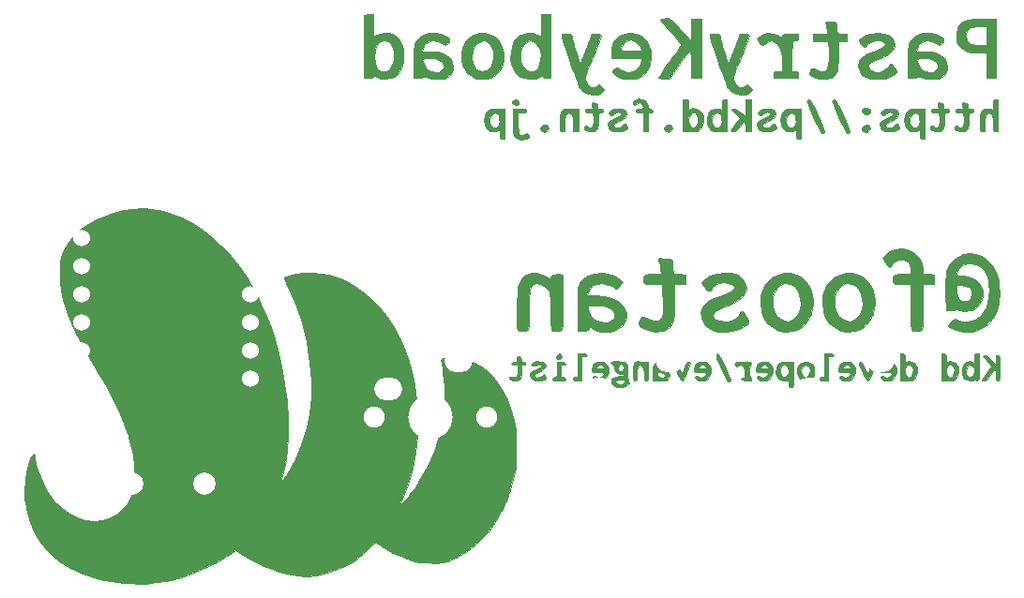
<source format=gbr>
G04 #@! TF.GenerationSoftware,KiCad,Pcbnew,(5.1.10)-1*
G04 #@! TF.CreationDate,2021-05-16T22:15:22-07:00*
G04 #@! TF.ProjectId,mkbd-guide,6d6b6264-2d67-4756-9964-652e6b696361,rev?*
G04 #@! TF.SameCoordinates,Original*
G04 #@! TF.FileFunction,Legend,Bot*
G04 #@! TF.FilePolarity,Positive*
%FSLAX46Y46*%
G04 Gerber Fmt 4.6, Leading zero omitted, Abs format (unit mm)*
G04 Created by KiCad (PCBNEW (5.1.10)-1) date 2021-05-16 22:15:22*
%MOMM*%
%LPD*%
G01*
G04 APERTURE LIST*
%ADD10C,0.010000*%
%ADD11C,0.150000*%
%ADD12C,4.000000*%
%ADD13C,1.900000*%
%ADD14O,2.500000X2.000000*%
%ADD15C,1.524000*%
%ADD16C,2.000000*%
G04 APERTURE END LIST*
D10*
G36*
X137442865Y-93101708D02*
G01*
X136586838Y-93247892D01*
X135700960Y-93476579D01*
X134835938Y-93775532D01*
X134345337Y-93984786D01*
X133414261Y-94472557D01*
X132637439Y-95008486D01*
X132003832Y-95603975D01*
X131502396Y-96270424D01*
X131122093Y-97019234D01*
X130956200Y-97484329D01*
X130866876Y-97917813D01*
X130820598Y-98470070D01*
X130816214Y-99096408D01*
X130852572Y-99752137D01*
X130928521Y-100392564D01*
X131042908Y-100973000D01*
X131046466Y-100987209D01*
X131276917Y-101808882D01*
X131558088Y-102634206D01*
X131899624Y-103484150D01*
X132311170Y-104379684D01*
X132802373Y-105341776D01*
X133382876Y-106391396D01*
X134062327Y-107549511D01*
X134074033Y-107569000D01*
X134788923Y-108788160D01*
X135401829Y-109899052D01*
X135921929Y-110921149D01*
X136358396Y-111873923D01*
X136720408Y-112776846D01*
X137017141Y-113649391D01*
X137146118Y-114088334D01*
X137423026Y-115263515D01*
X137575278Y-116347195D01*
X137604275Y-117335365D01*
X137511418Y-118224020D01*
X137298107Y-119009151D01*
X136965742Y-119686751D01*
X136515725Y-120252813D01*
X135949455Y-120703329D01*
X135268334Y-121034293D01*
X134658233Y-121206873D01*
X133923282Y-121276213D01*
X133167603Y-121192019D01*
X132412895Y-120964689D01*
X131680857Y-120604623D01*
X130993187Y-120122219D01*
X130371584Y-119527875D01*
X129900880Y-118927038D01*
X129598358Y-118431234D01*
X129309203Y-117865450D01*
X129048071Y-117267736D01*
X128829618Y-116676141D01*
X128668499Y-116128715D01*
X128579372Y-115663508D01*
X128566334Y-115462332D01*
X128537663Y-115285283D01*
X128457294Y-115261925D01*
X128333693Y-115387661D01*
X128175323Y-115657898D01*
X128163779Y-115680852D01*
X127944776Y-116247701D01*
X127782042Y-116933870D01*
X127678906Y-117697834D01*
X127638696Y-118498067D01*
X127664739Y-119293046D01*
X127760363Y-120041245D01*
X127799032Y-120232066D01*
X128131619Y-121384988D01*
X128595771Y-122431325D01*
X129191419Y-123371012D01*
X129918494Y-124203981D01*
X130776926Y-124930167D01*
X131766644Y-125549501D01*
X132887581Y-126061919D01*
X134139666Y-126467352D01*
X134366000Y-126525741D01*
X134825664Y-126622624D01*
X135388848Y-126714029D01*
X136017981Y-126796469D01*
X136675493Y-126866458D01*
X137323812Y-126920508D01*
X137925367Y-126955132D01*
X138442588Y-126966843D01*
X138837902Y-126952155D01*
X138895667Y-126946147D01*
X139587894Y-126852396D01*
X140275275Y-126739098D01*
X140907925Y-126615432D01*
X141435961Y-126490578D01*
X141562667Y-126455382D01*
X142732657Y-126064562D01*
X143886266Y-125582136D01*
X144974896Y-125030769D01*
X145949947Y-124433127D01*
X146057619Y-124358954D01*
X146659135Y-123938975D01*
X147201235Y-124292092D01*
X147599741Y-124531657D01*
X148099500Y-124802307D01*
X148654935Y-125082100D01*
X149220470Y-125349095D01*
X149750528Y-125581348D01*
X150199533Y-125756919D01*
X150347238Y-125806678D01*
X151350951Y-126080779D01*
X152264447Y-126239302D01*
X153118167Y-126285477D01*
X153942554Y-126222532D01*
X154075893Y-126202205D01*
X155245586Y-125928251D01*
X156347292Y-125500274D01*
X157373090Y-124922368D01*
X158315056Y-124198627D01*
X158747350Y-123788204D01*
X158990061Y-123553774D01*
X159197528Y-123375487D01*
X159335476Y-123282028D01*
X159360987Y-123274667D01*
X159484573Y-123321229D01*
X159691443Y-123441569D01*
X159871638Y-123563669D01*
X160349998Y-123867437D01*
X160937184Y-124179181D01*
X161576275Y-124472196D01*
X162210355Y-124719777D01*
X162611169Y-124849000D01*
X163295549Y-125000533D01*
X164019841Y-125081285D01*
X164732506Y-125089883D01*
X165382002Y-125024957D01*
X165777334Y-124933228D01*
X166722366Y-124560627D01*
X167614061Y-124038683D01*
X168462928Y-123360555D01*
X168985963Y-122844211D01*
X169511734Y-122254055D01*
X169939835Y-121694129D01*
X170313931Y-121101402D01*
X170677690Y-120412842D01*
X170695639Y-120376300D01*
X170863486Y-120034211D01*
X171008093Y-119740566D01*
X171110266Y-119534284D01*
X171145251Y-119464667D01*
X171227506Y-119263009D01*
X171337099Y-118936725D01*
X171462520Y-118526007D01*
X171592260Y-118071045D01*
X171714809Y-117612031D01*
X171818657Y-117189156D01*
X171884757Y-116882334D01*
X171957857Y-116373609D01*
X172007230Y-115754123D01*
X172032905Y-115068731D01*
X172034910Y-114362288D01*
X172013275Y-113679651D01*
X171968026Y-113065676D01*
X171899194Y-112565218D01*
X171881946Y-112479667D01*
X171578343Y-111313055D01*
X171199996Y-110285934D01*
X170739003Y-109382211D01*
X170187459Y-108585793D01*
X169702468Y-108041981D01*
X169005976Y-107436360D01*
X168270768Y-106992478D01*
X167483616Y-106704670D01*
X166631294Y-106567270D01*
X166226067Y-106553000D01*
X165788776Y-106559843D01*
X165497610Y-106588964D01*
X165329622Y-106653250D01*
X165261864Y-106765589D01*
X165271388Y-106938869D01*
X165303017Y-107071397D01*
X165373884Y-107424613D01*
X165436331Y-107905464D01*
X165487583Y-108472346D01*
X165524862Y-109083656D01*
X165545391Y-109697790D01*
X165546394Y-110273143D01*
X165536840Y-110574667D01*
X165384471Y-112140725D01*
X165078115Y-113638556D01*
X164615507Y-115075125D01*
X163994387Y-116457395D01*
X163212489Y-117792330D01*
X163170434Y-117856000D01*
X162905076Y-118242333D01*
X162625257Y-118627130D01*
X162347965Y-118989707D01*
X162090187Y-119309381D01*
X161868913Y-119565470D01*
X161701129Y-119737289D01*
X161603824Y-119804157D01*
X161586334Y-119784658D01*
X161617988Y-119689091D01*
X161700059Y-119487214D01*
X161789733Y-119279816D01*
X162286435Y-117978924D01*
X162677988Y-116575691D01*
X162959547Y-115104205D01*
X163126265Y-113598557D01*
X163173296Y-112092834D01*
X163095794Y-110621126D01*
X163063371Y-110320667D01*
X162865235Y-108967444D01*
X162600198Y-107734538D01*
X162257263Y-106582426D01*
X161825436Y-105471586D01*
X161544007Y-104859667D01*
X160880502Y-103642194D01*
X160130972Y-102545554D01*
X159303319Y-101576915D01*
X158405447Y-100743439D01*
X157445260Y-100052293D01*
X156430661Y-99510641D01*
X155369554Y-99125648D01*
X155156714Y-99069143D01*
X154442176Y-98941473D01*
X153655330Y-98886603D01*
X152860787Y-98904598D01*
X152123155Y-98995525D01*
X151805975Y-99065698D01*
X151488052Y-99151516D01*
X151235230Y-99224502D01*
X151090903Y-99271978D01*
X151075797Y-99279003D01*
X151083436Y-99366199D01*
X151155560Y-99568006D01*
X151278524Y-99848805D01*
X151355597Y-100009297D01*
X152082823Y-101665248D01*
X152669792Y-103394975D01*
X153109764Y-105171740D01*
X153396001Y-106968801D01*
X153516722Y-108585000D01*
X153509824Y-110127446D01*
X153379397Y-111569408D01*
X153121414Y-112930372D01*
X152731851Y-114229821D01*
X152206680Y-115487242D01*
X152008385Y-115885748D01*
X151789603Y-116291103D01*
X151553966Y-116698184D01*
X151321015Y-117076236D01*
X151110291Y-117394505D01*
X150941336Y-117622234D01*
X150839520Y-117725383D01*
X150802909Y-117693889D01*
X150832363Y-117526809D01*
X150840569Y-117497800D01*
X151128493Y-116277382D01*
X151319250Y-114941514D01*
X151413405Y-113513028D01*
X151411522Y-112014758D01*
X151314165Y-110469537D01*
X151121898Y-108900198D01*
X150835285Y-107329576D01*
X150560714Y-106172000D01*
X150468697Y-105817668D01*
X150383610Y-105485420D01*
X150323058Y-105244033D01*
X150320606Y-105234010D01*
X150129893Y-104566251D01*
X149863231Y-103794979D01*
X149537208Y-102958492D01*
X149168415Y-102095089D01*
X148773443Y-101243066D01*
X148368881Y-100440721D01*
X147971320Y-99726352D01*
X147842303Y-99512914D01*
X147000673Y-98274626D01*
X146079723Y-97143487D01*
X145091926Y-96130428D01*
X144049755Y-95246380D01*
X142965683Y-94502272D01*
X141852182Y-93909036D01*
X141097000Y-93601813D01*
X140448631Y-93401117D01*
X139747329Y-93235456D01*
X139053673Y-93116437D01*
X138428245Y-93055667D01*
X138218334Y-93050261D01*
X137442865Y-93101708D01*
G37*
X137442865Y-93101708D02*
X136586838Y-93247892D01*
X135700960Y-93476579D01*
X134835938Y-93775532D01*
X134345337Y-93984786D01*
X133414261Y-94472557D01*
X132637439Y-95008486D01*
X132003832Y-95603975D01*
X131502396Y-96270424D01*
X131122093Y-97019234D01*
X130956200Y-97484329D01*
X130866876Y-97917813D01*
X130820598Y-98470070D01*
X130816214Y-99096408D01*
X130852572Y-99752137D01*
X130928521Y-100392564D01*
X131042908Y-100973000D01*
X131046466Y-100987209D01*
X131276917Y-101808882D01*
X131558088Y-102634206D01*
X131899624Y-103484150D01*
X132311170Y-104379684D01*
X132802373Y-105341776D01*
X133382876Y-106391396D01*
X134062327Y-107549511D01*
X134074033Y-107569000D01*
X134788923Y-108788160D01*
X135401829Y-109899052D01*
X135921929Y-110921149D01*
X136358396Y-111873923D01*
X136720408Y-112776846D01*
X137017141Y-113649391D01*
X137146118Y-114088334D01*
X137423026Y-115263515D01*
X137575278Y-116347195D01*
X137604275Y-117335365D01*
X137511418Y-118224020D01*
X137298107Y-119009151D01*
X136965742Y-119686751D01*
X136515725Y-120252813D01*
X135949455Y-120703329D01*
X135268334Y-121034293D01*
X134658233Y-121206873D01*
X133923282Y-121276213D01*
X133167603Y-121192019D01*
X132412895Y-120964689D01*
X131680857Y-120604623D01*
X130993187Y-120122219D01*
X130371584Y-119527875D01*
X129900880Y-118927038D01*
X129598358Y-118431234D01*
X129309203Y-117865450D01*
X129048071Y-117267736D01*
X128829618Y-116676141D01*
X128668499Y-116128715D01*
X128579372Y-115663508D01*
X128566334Y-115462332D01*
X128537663Y-115285283D01*
X128457294Y-115261925D01*
X128333693Y-115387661D01*
X128175323Y-115657898D01*
X128163779Y-115680852D01*
X127944776Y-116247701D01*
X127782042Y-116933870D01*
X127678906Y-117697834D01*
X127638696Y-118498067D01*
X127664739Y-119293046D01*
X127760363Y-120041245D01*
X127799032Y-120232066D01*
X128131619Y-121384988D01*
X128595771Y-122431325D01*
X129191419Y-123371012D01*
X129918494Y-124203981D01*
X130776926Y-124930167D01*
X131766644Y-125549501D01*
X132887581Y-126061919D01*
X134139666Y-126467352D01*
X134366000Y-126525741D01*
X134825664Y-126622624D01*
X135388848Y-126714029D01*
X136017981Y-126796469D01*
X136675493Y-126866458D01*
X137323812Y-126920508D01*
X137925367Y-126955132D01*
X138442588Y-126966843D01*
X138837902Y-126952155D01*
X138895667Y-126946147D01*
X139587894Y-126852396D01*
X140275275Y-126739098D01*
X140907925Y-126615432D01*
X141435961Y-126490578D01*
X141562667Y-126455382D01*
X142732657Y-126064562D01*
X143886266Y-125582136D01*
X144974896Y-125030769D01*
X145949947Y-124433127D01*
X146057619Y-124358954D01*
X146659135Y-123938975D01*
X147201235Y-124292092D01*
X147599741Y-124531657D01*
X148099500Y-124802307D01*
X148654935Y-125082100D01*
X149220470Y-125349095D01*
X149750528Y-125581348D01*
X150199533Y-125756919D01*
X150347238Y-125806678D01*
X151350951Y-126080779D01*
X152264447Y-126239302D01*
X153118167Y-126285477D01*
X153942554Y-126222532D01*
X154075893Y-126202205D01*
X155245586Y-125928251D01*
X156347292Y-125500274D01*
X157373090Y-124922368D01*
X158315056Y-124198627D01*
X158747350Y-123788204D01*
X158990061Y-123553774D01*
X159197528Y-123375487D01*
X159335476Y-123282028D01*
X159360987Y-123274667D01*
X159484573Y-123321229D01*
X159691443Y-123441569D01*
X159871638Y-123563669D01*
X160349998Y-123867437D01*
X160937184Y-124179181D01*
X161576275Y-124472196D01*
X162210355Y-124719777D01*
X162611169Y-124849000D01*
X163295549Y-125000533D01*
X164019841Y-125081285D01*
X164732506Y-125089883D01*
X165382002Y-125024957D01*
X165777334Y-124933228D01*
X166722366Y-124560627D01*
X167614061Y-124038683D01*
X168462928Y-123360555D01*
X168985963Y-122844211D01*
X169511734Y-122254055D01*
X169939835Y-121694129D01*
X170313931Y-121101402D01*
X170677690Y-120412842D01*
X170695639Y-120376300D01*
X170863486Y-120034211D01*
X171008093Y-119740566D01*
X171110266Y-119534284D01*
X171145251Y-119464667D01*
X171227506Y-119263009D01*
X171337099Y-118936725D01*
X171462520Y-118526007D01*
X171592260Y-118071045D01*
X171714809Y-117612031D01*
X171818657Y-117189156D01*
X171884757Y-116882334D01*
X171957857Y-116373609D01*
X172007230Y-115754123D01*
X172032905Y-115068731D01*
X172034910Y-114362288D01*
X172013275Y-113679651D01*
X171968026Y-113065676D01*
X171899194Y-112565218D01*
X171881946Y-112479667D01*
X171578343Y-111313055D01*
X171199996Y-110285934D01*
X170739003Y-109382211D01*
X170187459Y-108585793D01*
X169702468Y-108041981D01*
X169005976Y-107436360D01*
X168270768Y-106992478D01*
X167483616Y-106704670D01*
X166631294Y-106567270D01*
X166226067Y-106553000D01*
X165788776Y-106559843D01*
X165497610Y-106588964D01*
X165329622Y-106653250D01*
X165261864Y-106765589D01*
X165271388Y-106938869D01*
X165303017Y-107071397D01*
X165373884Y-107424613D01*
X165436331Y-107905464D01*
X165487583Y-108472346D01*
X165524862Y-109083656D01*
X165545391Y-109697790D01*
X165546394Y-110273143D01*
X165536840Y-110574667D01*
X165384471Y-112140725D01*
X165078115Y-113638556D01*
X164615507Y-115075125D01*
X163994387Y-116457395D01*
X163212489Y-117792330D01*
X163170434Y-117856000D01*
X162905076Y-118242333D01*
X162625257Y-118627130D01*
X162347965Y-118989707D01*
X162090187Y-119309381D01*
X161868913Y-119565470D01*
X161701129Y-119737289D01*
X161603824Y-119804157D01*
X161586334Y-119784658D01*
X161617988Y-119689091D01*
X161700059Y-119487214D01*
X161789733Y-119279816D01*
X162286435Y-117978924D01*
X162677988Y-116575691D01*
X162959547Y-115104205D01*
X163126265Y-113598557D01*
X163173296Y-112092834D01*
X163095794Y-110621126D01*
X163063371Y-110320667D01*
X162865235Y-108967444D01*
X162600198Y-107734538D01*
X162257263Y-106582426D01*
X161825436Y-105471586D01*
X161544007Y-104859667D01*
X160880502Y-103642194D01*
X160130972Y-102545554D01*
X159303319Y-101576915D01*
X158405447Y-100743439D01*
X157445260Y-100052293D01*
X156430661Y-99510641D01*
X155369554Y-99125648D01*
X155156714Y-99069143D01*
X154442176Y-98941473D01*
X153655330Y-98886603D01*
X152860787Y-98904598D01*
X152123155Y-98995525D01*
X151805975Y-99065698D01*
X151488052Y-99151516D01*
X151235230Y-99224502D01*
X151090903Y-99271978D01*
X151075797Y-99279003D01*
X151083436Y-99366199D01*
X151155560Y-99568006D01*
X151278524Y-99848805D01*
X151355597Y-100009297D01*
X152082823Y-101665248D01*
X152669792Y-103394975D01*
X153109764Y-105171740D01*
X153396001Y-106968801D01*
X153516722Y-108585000D01*
X153509824Y-110127446D01*
X153379397Y-111569408D01*
X153121414Y-112930372D01*
X152731851Y-114229821D01*
X152206680Y-115487242D01*
X152008385Y-115885748D01*
X151789603Y-116291103D01*
X151553966Y-116698184D01*
X151321015Y-117076236D01*
X151110291Y-117394505D01*
X150941336Y-117622234D01*
X150839520Y-117725383D01*
X150802909Y-117693889D01*
X150832363Y-117526809D01*
X150840569Y-117497800D01*
X151128493Y-116277382D01*
X151319250Y-114941514D01*
X151413405Y-113513028D01*
X151411522Y-112014758D01*
X151314165Y-110469537D01*
X151121898Y-108900198D01*
X150835285Y-107329576D01*
X150560714Y-106172000D01*
X150468697Y-105817668D01*
X150383610Y-105485420D01*
X150323058Y-105244033D01*
X150320606Y-105234010D01*
X150129893Y-104566251D01*
X149863231Y-103794979D01*
X149537208Y-102958492D01*
X149168415Y-102095089D01*
X148773443Y-101243066D01*
X148368881Y-100440721D01*
X147971320Y-99726352D01*
X147842303Y-99512914D01*
X147000673Y-98274626D01*
X146079723Y-97143487D01*
X145091926Y-96130428D01*
X144049755Y-95246380D01*
X142965683Y-94502272D01*
X141852182Y-93909036D01*
X141097000Y-93601813D01*
X140448631Y-93401117D01*
X139747329Y-93235456D01*
X139053673Y-93116437D01*
X138428245Y-93055667D01*
X138218334Y-93050261D01*
X137442865Y-93101708D01*
G36*
X195819935Y-107008413D02*
G01*
X195624169Y-107229122D01*
X195503814Y-107516506D01*
X195473039Y-107837421D01*
X195546012Y-108158725D01*
X195724814Y-108434643D01*
X195892494Y-108571242D01*
X196091481Y-108618198D01*
X196278500Y-108612392D01*
X196638334Y-108583780D01*
X196638334Y-108901890D01*
X196656183Y-109117786D01*
X196723260Y-109208429D01*
X196793556Y-109220000D01*
X196954543Y-109192358D01*
X197005223Y-109163556D01*
X197026402Y-109062082D01*
X197043957Y-108825042D01*
X197056232Y-108486189D01*
X197061568Y-108079278D01*
X197061667Y-108014175D01*
X197061667Y-107692403D01*
X196638127Y-107692403D01*
X196613369Y-107956285D01*
X196484700Y-108187770D01*
X196470921Y-108202080D01*
X196270215Y-108317241D01*
X196082143Y-108267591D01*
X195958648Y-108114939D01*
X195880878Y-107857570D01*
X195889724Y-107588092D01*
X195971578Y-107356308D01*
X196112831Y-107212021D01*
X196211932Y-107188000D01*
X196425108Y-107260099D01*
X196571273Y-107444287D01*
X196638127Y-107692403D01*
X197061667Y-107692403D01*
X197061667Y-106921238D01*
X196828834Y-106940242D01*
X196563521Y-106932316D01*
X196381029Y-106899594D01*
X196076945Y-106887523D01*
X195819935Y-107008413D01*
G37*
X195819935Y-107008413D02*
X195624169Y-107229122D01*
X195503814Y-107516506D01*
X195473039Y-107837421D01*
X195546012Y-108158725D01*
X195724814Y-108434643D01*
X195892494Y-108571242D01*
X196091481Y-108618198D01*
X196278500Y-108612392D01*
X196638334Y-108583780D01*
X196638334Y-108901890D01*
X196656183Y-109117786D01*
X196723260Y-109208429D01*
X196793556Y-109220000D01*
X196954543Y-109192358D01*
X197005223Y-109163556D01*
X197026402Y-109062082D01*
X197043957Y-108825042D01*
X197056232Y-108486189D01*
X197061568Y-108079278D01*
X197061667Y-108014175D01*
X197061667Y-107692403D01*
X196638127Y-107692403D01*
X196613369Y-107956285D01*
X196484700Y-108187770D01*
X196470921Y-108202080D01*
X196270215Y-108317241D01*
X196082143Y-108267591D01*
X195958648Y-108114939D01*
X195880878Y-107857570D01*
X195889724Y-107588092D01*
X195971578Y-107356308D01*
X196112831Y-107212021D01*
X196211932Y-107188000D01*
X196425108Y-107260099D01*
X196571273Y-107444287D01*
X196638127Y-107692403D01*
X197061667Y-107692403D01*
X197061667Y-106921238D01*
X196828834Y-106940242D01*
X196563521Y-106932316D01*
X196381029Y-106899594D01*
X196076945Y-106887523D01*
X195819935Y-107008413D01*
G36*
X180883665Y-106878511D02*
G01*
X180665874Y-106911623D01*
X180556496Y-106968873D01*
X180551667Y-106986421D01*
X180621963Y-107094173D01*
X180721000Y-107145667D01*
X180848671Y-107243327D01*
X180890089Y-107451802D01*
X180890334Y-107476917D01*
X180960029Y-107773158D01*
X181156772Y-107965019D01*
X181462053Y-108034644D01*
X181468501Y-108034667D01*
X181676033Y-108053313D01*
X181732241Y-108099129D01*
X181649752Y-108156934D01*
X181441192Y-108211544D01*
X181304703Y-108231613D01*
X181031825Y-108279619D01*
X180819682Y-108344698D01*
X180754370Y-108380773D01*
X180656709Y-108554680D01*
X180646372Y-108783132D01*
X180701130Y-108932159D01*
X180907561Y-109102282D01*
X181217502Y-109194782D01*
X181580088Y-109201623D01*
X181918704Y-109124526D01*
X182125715Y-108972595D01*
X182202171Y-108747101D01*
X182178463Y-108665460D01*
X181821667Y-108665460D01*
X181750292Y-108828960D01*
X181573286Y-108926465D01*
X181346326Y-108943490D01*
X181125090Y-108865548D01*
X181105248Y-108851844D01*
X180997701Y-108722525D01*
X181045286Y-108620115D01*
X181234430Y-108556942D01*
X181445664Y-108542667D01*
X181698042Y-108560824D01*
X181810135Y-108620892D01*
X181821667Y-108665460D01*
X182178463Y-108665460D01*
X182131060Y-108502232D01*
X182066782Y-108288646D01*
X182045421Y-107930192D01*
X182050648Y-107720015D01*
X182056397Y-107529839D01*
X181720234Y-107529839D01*
X181635400Y-107679067D01*
X181541385Y-107764715D01*
X181458907Y-107765149D01*
X181362925Y-107729275D01*
X181255520Y-107611186D01*
X181236952Y-107422874D01*
X181308175Y-107238860D01*
X181356000Y-107188000D01*
X181509946Y-107134307D01*
X181639390Y-107204005D01*
X181718198Y-107351161D01*
X181720234Y-107529839D01*
X182056397Y-107529839D01*
X182060391Y-107397770D01*
X182046753Y-107200158D01*
X181999848Y-107083020D01*
X181909788Y-107002192D01*
X181886534Y-106987010D01*
X181711305Y-106923785D01*
X181454003Y-106884613D01*
X181162249Y-106869514D01*
X180883665Y-106878511D01*
G37*
X180883665Y-106878511D02*
X180665874Y-106911623D01*
X180556496Y-106968873D01*
X180551667Y-106986421D01*
X180621963Y-107094173D01*
X180721000Y-107145667D01*
X180848671Y-107243327D01*
X180890089Y-107451802D01*
X180890334Y-107476917D01*
X180960029Y-107773158D01*
X181156772Y-107965019D01*
X181462053Y-108034644D01*
X181468501Y-108034667D01*
X181676033Y-108053313D01*
X181732241Y-108099129D01*
X181649752Y-108156934D01*
X181441192Y-108211544D01*
X181304703Y-108231613D01*
X181031825Y-108279619D01*
X180819682Y-108344698D01*
X180754370Y-108380773D01*
X180656709Y-108554680D01*
X180646372Y-108783132D01*
X180701130Y-108932159D01*
X180907561Y-109102282D01*
X181217502Y-109194782D01*
X181580088Y-109201623D01*
X181918704Y-109124526D01*
X182125715Y-108972595D01*
X182202171Y-108747101D01*
X182178463Y-108665460D01*
X181821667Y-108665460D01*
X181750292Y-108828960D01*
X181573286Y-108926465D01*
X181346326Y-108943490D01*
X181125090Y-108865548D01*
X181105248Y-108851844D01*
X180997701Y-108722525D01*
X181045286Y-108620115D01*
X181234430Y-108556942D01*
X181445664Y-108542667D01*
X181698042Y-108560824D01*
X181810135Y-108620892D01*
X181821667Y-108665460D01*
X182178463Y-108665460D01*
X182131060Y-108502232D01*
X182066782Y-108288646D01*
X182045421Y-107930192D01*
X182050648Y-107720015D01*
X182056397Y-107529839D01*
X181720234Y-107529839D01*
X181635400Y-107679067D01*
X181541385Y-107764715D01*
X181458907Y-107765149D01*
X181362925Y-107729275D01*
X181255520Y-107611186D01*
X181236952Y-107422874D01*
X181308175Y-107238860D01*
X181356000Y-107188000D01*
X181509946Y-107134307D01*
X181639390Y-107204005D01*
X181718198Y-107351161D01*
X181720234Y-107529839D01*
X182056397Y-107529839D01*
X182060391Y-107397770D01*
X182046753Y-107200158D01*
X181999848Y-107083020D01*
X181909788Y-107002192D01*
X181886534Y-106987010D01*
X181711305Y-106923785D01*
X181454003Y-106884613D01*
X181162249Y-106869514D01*
X180883665Y-106878511D01*
G36*
X190107705Y-106210174D02*
G01*
X190079339Y-106333967D01*
X190124317Y-106557283D01*
X190246025Y-106894027D01*
X190447850Y-107358105D01*
X190547169Y-107572686D01*
X190775894Y-108048342D01*
X190951844Y-108383112D01*
X191084928Y-108593415D01*
X191185058Y-108695666D01*
X191234975Y-108712000D01*
X191363717Y-108657842D01*
X191389000Y-108592374D01*
X191353779Y-108462160D01*
X191258494Y-108223108D01*
X191118711Y-107907069D01*
X190949999Y-107545893D01*
X190767925Y-107171433D01*
X190588056Y-106815538D01*
X190425960Y-106510060D01*
X190297204Y-106286850D01*
X190217356Y-106177759D01*
X190206027Y-106172000D01*
X190107705Y-106210174D01*
G37*
X190107705Y-106210174D02*
X190079339Y-106333967D01*
X190124317Y-106557283D01*
X190246025Y-106894027D01*
X190447850Y-107358105D01*
X190547169Y-107572686D01*
X190775894Y-108048342D01*
X190951844Y-108383112D01*
X191084928Y-108593415D01*
X191185058Y-108695666D01*
X191234975Y-108712000D01*
X191363717Y-108657842D01*
X191389000Y-108592374D01*
X191353779Y-108462160D01*
X191258494Y-108223108D01*
X191118711Y-107907069D01*
X190949999Y-107545893D01*
X190767925Y-107171433D01*
X190588056Y-106815538D01*
X190425960Y-106510060D01*
X190297204Y-106286850D01*
X190217356Y-106177759D01*
X190206027Y-106172000D01*
X190107705Y-106210174D01*
G36*
X215387635Y-106355461D02*
G01*
X215334903Y-106426041D01*
X215324040Y-106594962D01*
X215332518Y-106785781D01*
X215357702Y-107230334D01*
X214965062Y-106785834D01*
X214684171Y-106502105D01*
X214466162Y-106361207D01*
X214368378Y-106341334D01*
X214204988Y-106367342D01*
X214184519Y-106453479D01*
X214307532Y-106611913D01*
X214384278Y-106686408D01*
X214592743Y-106904251D01*
X214768658Y-107121150D01*
X214933093Y-107350633D01*
X214506380Y-107937310D01*
X214313110Y-108208673D01*
X214165481Y-108426690D01*
X214086713Y-108556625D01*
X214079667Y-108575661D01*
X214152195Y-108614753D01*
X214288179Y-108627334D01*
X214430077Y-108590282D01*
X214582918Y-108461742D01*
X214775072Y-108215633D01*
X214843125Y-108117187D01*
X215021073Y-107876244D01*
X215170777Y-107711475D01*
X215263150Y-107654298D01*
X215269613Y-107656517D01*
X215314119Y-107762304D01*
X215343185Y-107981558D01*
X215349667Y-108166664D01*
X215357178Y-108434009D01*
X215389587Y-108572623D01*
X215461708Y-108622807D01*
X215519000Y-108627334D01*
X215587043Y-108618279D01*
X215633924Y-108573456D01*
X215663569Y-108466371D01*
X215679903Y-108270535D01*
X215686849Y-107959457D01*
X215688333Y-107506644D01*
X215688334Y-107484334D01*
X215687416Y-107025709D01*
X215681707Y-106709815D01*
X215666773Y-106510047D01*
X215638181Y-106399804D01*
X215591496Y-106352481D01*
X215522286Y-106341477D01*
X215497834Y-106341281D01*
X215387635Y-106355461D01*
G37*
X215387635Y-106355461D02*
X215334903Y-106426041D01*
X215324040Y-106594962D01*
X215332518Y-106785781D01*
X215357702Y-107230334D01*
X214965062Y-106785834D01*
X214684171Y-106502105D01*
X214466162Y-106361207D01*
X214368378Y-106341334D01*
X214204988Y-106367342D01*
X214184519Y-106453479D01*
X214307532Y-106611913D01*
X214384278Y-106686408D01*
X214592743Y-106904251D01*
X214768658Y-107121150D01*
X214933093Y-107350633D01*
X214506380Y-107937310D01*
X214313110Y-108208673D01*
X214165481Y-108426690D01*
X214086713Y-108556625D01*
X214079667Y-108575661D01*
X214152195Y-108614753D01*
X214288179Y-108627334D01*
X214430077Y-108590282D01*
X214582918Y-108461742D01*
X214775072Y-108215633D01*
X214843125Y-108117187D01*
X215021073Y-107876244D01*
X215170777Y-107711475D01*
X215263150Y-107654298D01*
X215269613Y-107656517D01*
X215314119Y-107762304D01*
X215343185Y-107981558D01*
X215349667Y-108166664D01*
X215357178Y-108434009D01*
X215389587Y-108572623D01*
X215461708Y-108622807D01*
X215519000Y-108627334D01*
X215587043Y-108618279D01*
X215633924Y-108573456D01*
X215663569Y-108466371D01*
X215679903Y-108270535D01*
X215686849Y-107959457D01*
X215688333Y-107506644D01*
X215688334Y-107484334D01*
X215687416Y-107025709D01*
X215681707Y-106709815D01*
X215666773Y-106510047D01*
X215638181Y-106399804D01*
X215591496Y-106352481D01*
X215522286Y-106341477D01*
X215497834Y-106341281D01*
X215387635Y-106355461D01*
G36*
X213488706Y-106185598D02*
G01*
X213425995Y-106255169D01*
X213404435Y-106423879D01*
X213402334Y-106598312D01*
X213397451Y-106846647D01*
X213371211Y-106958915D01*
X213306228Y-106968336D01*
X213228035Y-106931343D01*
X212968023Y-106876621D01*
X212684695Y-106936845D01*
X212457500Y-107092380D01*
X212428772Y-107128876D01*
X212348315Y-107335876D01*
X212305278Y-107640298D01*
X212301667Y-107761021D01*
X212318788Y-108061312D01*
X212384290Y-108261676D01*
X212509485Y-108419515D01*
X212739935Y-108566421D01*
X213014094Y-108628838D01*
X213265577Y-108598716D01*
X213385400Y-108525734D01*
X213469295Y-108466829D01*
X213487000Y-108525734D01*
X213550612Y-108612008D01*
X213683191Y-108619274D01*
X213769223Y-108570889D01*
X213789725Y-108469971D01*
X213806901Y-108232192D01*
X213819259Y-107890015D01*
X213819607Y-107866153D01*
X213390336Y-107866153D01*
X213307584Y-108108305D01*
X213231060Y-108205941D01*
X213035159Y-108312914D01*
X212848065Y-108267511D01*
X212706582Y-108084357D01*
X212673056Y-107984182D01*
X212655848Y-107729522D01*
X212708994Y-107474062D01*
X212813226Y-107277648D01*
X212924802Y-107202327D01*
X213133328Y-107232975D01*
X213289538Y-107383692D01*
X213379764Y-107609683D01*
X213390336Y-107866153D01*
X213819607Y-107866153D01*
X213825307Y-107475902D01*
X213825667Y-107343222D01*
X213825667Y-106172000D01*
X213614000Y-106172000D01*
X213488706Y-106185598D01*
G37*
X213488706Y-106185598D02*
X213425995Y-106255169D01*
X213404435Y-106423879D01*
X213402334Y-106598312D01*
X213397451Y-106846647D01*
X213371211Y-106958915D01*
X213306228Y-106968336D01*
X213228035Y-106931343D01*
X212968023Y-106876621D01*
X212684695Y-106936845D01*
X212457500Y-107092380D01*
X212428772Y-107128876D01*
X212348315Y-107335876D01*
X212305278Y-107640298D01*
X212301667Y-107761021D01*
X212318788Y-108061312D01*
X212384290Y-108261676D01*
X212509485Y-108419515D01*
X212739935Y-108566421D01*
X213014094Y-108628838D01*
X213265577Y-108598716D01*
X213385400Y-108525734D01*
X213469295Y-108466829D01*
X213487000Y-108525734D01*
X213550612Y-108612008D01*
X213683191Y-108619274D01*
X213769223Y-108570889D01*
X213789725Y-108469971D01*
X213806901Y-108232192D01*
X213819259Y-107890015D01*
X213819607Y-107866153D01*
X213390336Y-107866153D01*
X213307584Y-108108305D01*
X213231060Y-108205941D01*
X213035159Y-108312914D01*
X212848065Y-108267511D01*
X212706582Y-108084357D01*
X212673056Y-107984182D01*
X212655848Y-107729522D01*
X212708994Y-107474062D01*
X212813226Y-107277648D01*
X212924802Y-107202327D01*
X213133328Y-107232975D01*
X213289538Y-107383692D01*
X213379764Y-107609683D01*
X213390336Y-107866153D01*
X213819607Y-107866153D01*
X213825307Y-107475902D01*
X213825667Y-107343222D01*
X213825667Y-106172000D01*
X213614000Y-106172000D01*
X213488706Y-106185598D01*
G36*
X210439000Y-108602351D02*
G01*
X210996154Y-108611845D01*
X211308871Y-108609680D01*
X211507327Y-108579854D01*
X211646134Y-108507205D01*
X211758154Y-108400307D01*
X211909614Y-108127004D01*
X211967635Y-107773858D01*
X211959511Y-107701963D01*
X211605049Y-107701963D01*
X211575242Y-107958952D01*
X211480005Y-108165498D01*
X211341382Y-108296183D01*
X211181418Y-108325588D01*
X211022159Y-108228292D01*
X210944648Y-108114939D01*
X210869341Y-107831488D01*
X210890960Y-107514355D01*
X210949979Y-107351767D01*
X211103539Y-107207476D01*
X211298438Y-107192162D01*
X211474866Y-107299000D01*
X211547380Y-107419952D01*
X211605049Y-107701963D01*
X211959511Y-107701963D01*
X211926078Y-107406121D01*
X211867351Y-107240040D01*
X211687405Y-107027262D01*
X211415045Y-106895001D01*
X211119889Y-106874592D01*
X211075644Y-106883689D01*
X210944929Y-106905097D01*
X210882684Y-106856259D01*
X210863601Y-106698134D01*
X210862334Y-106554613D01*
X210853647Y-106318878D01*
X210810883Y-106206947D01*
X210708988Y-106173532D01*
X210650667Y-106172000D01*
X210439000Y-106172000D01*
X210439000Y-108602351D01*
G37*
X210439000Y-108602351D02*
X210996154Y-108611845D01*
X211308871Y-108609680D01*
X211507327Y-108579854D01*
X211646134Y-108507205D01*
X211758154Y-108400307D01*
X211909614Y-108127004D01*
X211967635Y-107773858D01*
X211959511Y-107701963D01*
X211605049Y-107701963D01*
X211575242Y-107958952D01*
X211480005Y-108165498D01*
X211341382Y-108296183D01*
X211181418Y-108325588D01*
X211022159Y-108228292D01*
X210944648Y-108114939D01*
X210869341Y-107831488D01*
X210890960Y-107514355D01*
X210949979Y-107351767D01*
X211103539Y-107207476D01*
X211298438Y-107192162D01*
X211474866Y-107299000D01*
X211547380Y-107419952D01*
X211605049Y-107701963D01*
X211959511Y-107701963D01*
X211926078Y-107406121D01*
X211867351Y-107240040D01*
X211687405Y-107027262D01*
X211415045Y-106895001D01*
X211119889Y-106874592D01*
X211075644Y-106883689D01*
X210944929Y-106905097D01*
X210882684Y-106856259D01*
X210863601Y-106698134D01*
X210862334Y-106554613D01*
X210853647Y-106318878D01*
X210810883Y-106206947D01*
X210708988Y-106173532D01*
X210650667Y-106172000D01*
X210439000Y-106172000D01*
X210439000Y-108602351D01*
G36*
X206713667Y-108602351D02*
G01*
X207270821Y-108611845D01*
X207583537Y-108609680D01*
X207781994Y-108579854D01*
X207920801Y-108507205D01*
X208032821Y-108400307D01*
X208184280Y-108127004D01*
X208242302Y-107773858D01*
X208234178Y-107701963D01*
X207879716Y-107701963D01*
X207849909Y-107958952D01*
X207754672Y-108165498D01*
X207616049Y-108296183D01*
X207456085Y-108325588D01*
X207296825Y-108228292D01*
X207219315Y-108114939D01*
X207144007Y-107831488D01*
X207165627Y-107514355D01*
X207224646Y-107351767D01*
X207378206Y-107207476D01*
X207573104Y-107192162D01*
X207749533Y-107299000D01*
X207822046Y-107419952D01*
X207879716Y-107701963D01*
X208234178Y-107701963D01*
X208200745Y-107406121D01*
X208142018Y-107240040D01*
X207962072Y-107027262D01*
X207689712Y-106895001D01*
X207394555Y-106874592D01*
X207350311Y-106883689D01*
X207219596Y-106905097D01*
X207157351Y-106856259D01*
X207138268Y-106698134D01*
X207137000Y-106554613D01*
X207128313Y-106318878D01*
X207085549Y-106206947D01*
X206983654Y-106173532D01*
X206925334Y-106172000D01*
X206713667Y-106172000D01*
X206713667Y-108602351D01*
G37*
X206713667Y-108602351D02*
X207270821Y-108611845D01*
X207583537Y-108609680D01*
X207781994Y-108579854D01*
X207920801Y-108507205D01*
X208032821Y-108400307D01*
X208184280Y-108127004D01*
X208242302Y-107773858D01*
X208234178Y-107701963D01*
X207879716Y-107701963D01*
X207849909Y-107958952D01*
X207754672Y-108165498D01*
X207616049Y-108296183D01*
X207456085Y-108325588D01*
X207296825Y-108228292D01*
X207219315Y-108114939D01*
X207144007Y-107831488D01*
X207165627Y-107514355D01*
X207224646Y-107351767D01*
X207378206Y-107207476D01*
X207573104Y-107192162D01*
X207749533Y-107299000D01*
X207822046Y-107419952D01*
X207879716Y-107701963D01*
X208234178Y-107701963D01*
X208200745Y-107406121D01*
X208142018Y-107240040D01*
X207962072Y-107027262D01*
X207689712Y-106895001D01*
X207394555Y-106874592D01*
X207350311Y-106883689D01*
X207219596Y-106905097D01*
X207157351Y-106856259D01*
X207138268Y-106698134D01*
X207137000Y-106554613D01*
X207128313Y-106318878D01*
X207085549Y-106206947D01*
X206983654Y-106173532D01*
X206925334Y-106172000D01*
X206713667Y-106172000D01*
X206713667Y-108602351D01*
G36*
X205132150Y-107026375D02*
G01*
X204931586Y-107282560D01*
X204851346Y-107631354D01*
X204851000Y-107657651D01*
X204861154Y-107769320D01*
X204917098Y-107831522D01*
X205057060Y-107858683D01*
X205319267Y-107865227D01*
X205401334Y-107865334D01*
X205748237Y-107886828D01*
X205932320Y-107950946D01*
X205953124Y-108057138D01*
X205810188Y-108204856D01*
X205731695Y-108259561D01*
X205545048Y-108351458D01*
X205397077Y-108329338D01*
X205351844Y-108303846D01*
X205141559Y-108215055D01*
X204988910Y-108228118D01*
X204935667Y-108328021D01*
X205013413Y-108477265D01*
X205223616Y-108582287D01*
X205531726Y-108626824D01*
X205571614Y-108627334D01*
X205854001Y-108577570D01*
X206101834Y-108404980D01*
X206127513Y-108379846D01*
X206319223Y-108088227D01*
X206385502Y-107756816D01*
X206336265Y-107427592D01*
X206310971Y-107381025D01*
X205924627Y-107381025D01*
X205917562Y-107475128D01*
X205748070Y-107521429D01*
X205613000Y-107526667D01*
X205375310Y-107504763D01*
X205279056Y-107433472D01*
X205274334Y-107402646D01*
X205342641Y-107245767D01*
X205507142Y-107172793D01*
X205707210Y-107203751D01*
X205769244Y-107239161D01*
X205924627Y-107381025D01*
X206310971Y-107381025D01*
X206181424Y-107142534D01*
X205930896Y-106943622D01*
X205775710Y-106890212D01*
X205423403Y-106887394D01*
X205132150Y-107026375D01*
G37*
X205132150Y-107026375D02*
X204931586Y-107282560D01*
X204851346Y-107631354D01*
X204851000Y-107657651D01*
X204861154Y-107769320D01*
X204917098Y-107831522D01*
X205057060Y-107858683D01*
X205319267Y-107865227D01*
X205401334Y-107865334D01*
X205748237Y-107886828D01*
X205932320Y-107950946D01*
X205953124Y-108057138D01*
X205810188Y-108204856D01*
X205731695Y-108259561D01*
X205545048Y-108351458D01*
X205397077Y-108329338D01*
X205351844Y-108303846D01*
X205141559Y-108215055D01*
X204988910Y-108228118D01*
X204935667Y-108328021D01*
X205013413Y-108477265D01*
X205223616Y-108582287D01*
X205531726Y-108626824D01*
X205571614Y-108627334D01*
X205854001Y-108577570D01*
X206101834Y-108404980D01*
X206127513Y-108379846D01*
X206319223Y-108088227D01*
X206385502Y-107756816D01*
X206336265Y-107427592D01*
X206310971Y-107381025D01*
X205924627Y-107381025D01*
X205917562Y-107475128D01*
X205748070Y-107521429D01*
X205613000Y-107526667D01*
X205375310Y-107504763D01*
X205279056Y-107433472D01*
X205274334Y-107402646D01*
X205342641Y-107245767D01*
X205507142Y-107172793D01*
X205707210Y-107203751D01*
X205769244Y-107239161D01*
X205924627Y-107381025D01*
X206310971Y-107381025D01*
X206181424Y-107142534D01*
X205930896Y-106943622D01*
X205775710Y-106890212D01*
X205423403Y-106887394D01*
X205132150Y-107026375D01*
G36*
X203042439Y-106958026D02*
G01*
X203001437Y-107044751D01*
X203026643Y-107216141D01*
X203121382Y-107494164D01*
X203288979Y-107900789D01*
X203294714Y-107914150D01*
X203475271Y-108307878D01*
X203622164Y-108544966D01*
X203751078Y-108624212D01*
X203877702Y-108544419D01*
X204017721Y-108304384D01*
X204186822Y-107902910D01*
X204209682Y-107844167D01*
X204338405Y-107504960D01*
X204439934Y-107224716D01*
X204500948Y-107040929D01*
X204512588Y-106991612D01*
X204441990Y-106947718D01*
X204324134Y-106949278D01*
X204183260Y-107019284D01*
X204060384Y-107205069D01*
X203979876Y-107399667D01*
X203878852Y-107652347D01*
X203789984Y-107838702D01*
X203752601Y-107895576D01*
X203690605Y-107860910D01*
X203596848Y-107700091D01*
X203492847Y-107451076D01*
X203366066Y-107145586D01*
X203255007Y-106981507D01*
X203146323Y-106934000D01*
X203042439Y-106958026D01*
G37*
X203042439Y-106958026D02*
X203001437Y-107044751D01*
X203026643Y-107216141D01*
X203121382Y-107494164D01*
X203288979Y-107900789D01*
X203294714Y-107914150D01*
X203475271Y-108307878D01*
X203622164Y-108544966D01*
X203751078Y-108624212D01*
X203877702Y-108544419D01*
X204017721Y-108304384D01*
X204186822Y-107902910D01*
X204209682Y-107844167D01*
X204338405Y-107504960D01*
X204439934Y-107224716D01*
X204500948Y-107040929D01*
X204512588Y-106991612D01*
X204441990Y-106947718D01*
X204324134Y-106949278D01*
X204183260Y-107019284D01*
X204060384Y-107205069D01*
X203979876Y-107399667D01*
X203878852Y-107652347D01*
X203789984Y-107838702D01*
X203752601Y-107895576D01*
X203690605Y-107860910D01*
X203596848Y-107700091D01*
X203492847Y-107451076D01*
X203366066Y-107145586D01*
X203255007Y-106981507D01*
X203146323Y-106934000D01*
X203042439Y-106958026D01*
G36*
X201406817Y-107026375D02*
G01*
X201206253Y-107282560D01*
X201126013Y-107631354D01*
X201125667Y-107657651D01*
X201135820Y-107769320D01*
X201191765Y-107831522D01*
X201331727Y-107858683D01*
X201593933Y-107865227D01*
X201676000Y-107865334D01*
X202022904Y-107886828D01*
X202206987Y-107950946D01*
X202227791Y-108057138D01*
X202084855Y-108204856D01*
X202006362Y-108259561D01*
X201819715Y-108351458D01*
X201671744Y-108329338D01*
X201626511Y-108303846D01*
X201416225Y-108215055D01*
X201263577Y-108228118D01*
X201210334Y-108328021D01*
X201288080Y-108477265D01*
X201498283Y-108582287D01*
X201806392Y-108626824D01*
X201846281Y-108627334D01*
X202128668Y-108577570D01*
X202376501Y-108404980D01*
X202402180Y-108379846D01*
X202593890Y-108088227D01*
X202660169Y-107756816D01*
X202610931Y-107427592D01*
X202585637Y-107381025D01*
X202199294Y-107381025D01*
X202192228Y-107475128D01*
X202022737Y-107521429D01*
X201887667Y-107526667D01*
X201649977Y-107504763D01*
X201553722Y-107433472D01*
X201549000Y-107402646D01*
X201617307Y-107245767D01*
X201781809Y-107172793D01*
X201981876Y-107203751D01*
X202043911Y-107239161D01*
X202199294Y-107381025D01*
X202585637Y-107381025D01*
X202456091Y-107142534D01*
X202205563Y-106943622D01*
X202050377Y-106890212D01*
X201698070Y-106887394D01*
X201406817Y-107026375D01*
G37*
X201406817Y-107026375D02*
X201206253Y-107282560D01*
X201126013Y-107631354D01*
X201125667Y-107657651D01*
X201135820Y-107769320D01*
X201191765Y-107831522D01*
X201331727Y-107858683D01*
X201593933Y-107865227D01*
X201676000Y-107865334D01*
X202022904Y-107886828D01*
X202206987Y-107950946D01*
X202227791Y-108057138D01*
X202084855Y-108204856D01*
X202006362Y-108259561D01*
X201819715Y-108351458D01*
X201671744Y-108329338D01*
X201626511Y-108303846D01*
X201416225Y-108215055D01*
X201263577Y-108228118D01*
X201210334Y-108328021D01*
X201288080Y-108477265D01*
X201498283Y-108582287D01*
X201806392Y-108626824D01*
X201846281Y-108627334D01*
X202128668Y-108577570D01*
X202376501Y-108404980D01*
X202402180Y-108379846D01*
X202593890Y-108088227D01*
X202660169Y-107756816D01*
X202610931Y-107427592D01*
X202585637Y-107381025D01*
X202199294Y-107381025D01*
X202192228Y-107475128D01*
X202022737Y-107521429D01*
X201887667Y-107526667D01*
X201649977Y-107504763D01*
X201553722Y-107433472D01*
X201549000Y-107402646D01*
X201617307Y-107245767D01*
X201781809Y-107172793D01*
X201981876Y-107203751D01*
X202043911Y-107239161D01*
X202199294Y-107381025D01*
X202585637Y-107381025D01*
X202456091Y-107142534D01*
X202205563Y-106943622D01*
X202050377Y-106890212D01*
X201698070Y-106887394D01*
X201406817Y-107026375D01*
G36*
X199855667Y-108277419D02*
G01*
X199622834Y-108304210D01*
X199443922Y-108366130D01*
X199390000Y-108458000D01*
X199447417Y-108545515D01*
X199635837Y-108596116D01*
X199792167Y-108610806D01*
X200194334Y-108636611D01*
X200194334Y-106426000D01*
X200448334Y-106426000D01*
X200649986Y-106388136D01*
X200702334Y-106299000D01*
X200657014Y-106219135D01*
X200500107Y-106180127D01*
X200279000Y-106172000D01*
X199855667Y-106172000D01*
X199855667Y-108277419D01*
G37*
X199855667Y-108277419D02*
X199622834Y-108304210D01*
X199443922Y-108366130D01*
X199390000Y-108458000D01*
X199447417Y-108545515D01*
X199635837Y-108596116D01*
X199792167Y-108610806D01*
X200194334Y-108636611D01*
X200194334Y-106426000D01*
X200448334Y-106426000D01*
X200649986Y-106388136D01*
X200702334Y-106299000D01*
X200657014Y-106219135D01*
X200500107Y-106180127D01*
X200279000Y-106172000D01*
X199855667Y-106172000D01*
X199855667Y-108277419D01*
G36*
X197790003Y-106985602D02*
G01*
X197537967Y-107192558D01*
X197380124Y-107498228D01*
X197363078Y-107571710D01*
X197362965Y-107881755D01*
X197453895Y-108194299D01*
X197611241Y-108443968D01*
X197726267Y-108535852D01*
X198056226Y-108626866D01*
X198403128Y-108586474D01*
X198696659Y-108423062D01*
X198700304Y-108419710D01*
X198837262Y-108263535D01*
X198904332Y-108083111D01*
X198924063Y-107811747D01*
X198924334Y-107757135D01*
X198923753Y-107745754D01*
X198585667Y-107745754D01*
X198539203Y-107919023D01*
X198427154Y-108121807D01*
X198290532Y-108293319D01*
X198170351Y-108372773D01*
X198162236Y-108373334D01*
X198050322Y-108319552D01*
X197956842Y-108240413D01*
X197809413Y-108004108D01*
X197766305Y-107732811D01*
X197819023Y-107475687D01*
X197959075Y-107281902D01*
X198135821Y-107204349D01*
X198321066Y-107253379D01*
X198482257Y-107418942D01*
X198576404Y-107649300D01*
X198585667Y-107745754D01*
X198923753Y-107745754D01*
X198909319Y-107463127D01*
X198849794Y-107270849D01*
X198724036Y-107114236D01*
X198707894Y-107098850D01*
X198415304Y-106924564D01*
X198095895Y-106891543D01*
X197790003Y-106985602D01*
G37*
X197790003Y-106985602D02*
X197537967Y-107192558D01*
X197380124Y-107498228D01*
X197363078Y-107571710D01*
X197362965Y-107881755D01*
X197453895Y-108194299D01*
X197611241Y-108443968D01*
X197726267Y-108535852D01*
X198056226Y-108626866D01*
X198403128Y-108586474D01*
X198696659Y-108423062D01*
X198700304Y-108419710D01*
X198837262Y-108263535D01*
X198904332Y-108083111D01*
X198924063Y-107811747D01*
X198924334Y-107757135D01*
X198923753Y-107745754D01*
X198585667Y-107745754D01*
X198539203Y-107919023D01*
X198427154Y-108121807D01*
X198290532Y-108293319D01*
X198170351Y-108372773D01*
X198162236Y-108373334D01*
X198050322Y-108319552D01*
X197956842Y-108240413D01*
X197809413Y-108004108D01*
X197766305Y-107732811D01*
X197819023Y-107475687D01*
X197959075Y-107281902D01*
X198135821Y-107204349D01*
X198321066Y-107253379D01*
X198482257Y-107418942D01*
X198576404Y-107649300D01*
X198585667Y-107745754D01*
X198923753Y-107745754D01*
X198909319Y-107463127D01*
X198849794Y-107270849D01*
X198724036Y-107114236D01*
X198707894Y-107098850D01*
X198415304Y-106924564D01*
X198095895Y-106891543D01*
X197790003Y-106985602D01*
G36*
X193956150Y-107026375D02*
G01*
X193755586Y-107282560D01*
X193675346Y-107631354D01*
X193675000Y-107657651D01*
X193685154Y-107769320D01*
X193741098Y-107831522D01*
X193881060Y-107858683D01*
X194143267Y-107865227D01*
X194225334Y-107865334D01*
X194572237Y-107886828D01*
X194756320Y-107950946D01*
X194777124Y-108057138D01*
X194634188Y-108204856D01*
X194555695Y-108259561D01*
X194369048Y-108351458D01*
X194221077Y-108329338D01*
X194175844Y-108303846D01*
X193965559Y-108215055D01*
X193812910Y-108228118D01*
X193759667Y-108328021D01*
X193837413Y-108477265D01*
X194047616Y-108582287D01*
X194355726Y-108626824D01*
X194395614Y-108627334D01*
X194678001Y-108577570D01*
X194925834Y-108404980D01*
X194951513Y-108379846D01*
X195143223Y-108088227D01*
X195209502Y-107756816D01*
X195160265Y-107427592D01*
X195134971Y-107381025D01*
X194748627Y-107381025D01*
X194741562Y-107475128D01*
X194572070Y-107521429D01*
X194437000Y-107526667D01*
X194199310Y-107504763D01*
X194103056Y-107433472D01*
X194098334Y-107402646D01*
X194166641Y-107245767D01*
X194331142Y-107172793D01*
X194531210Y-107203751D01*
X194593244Y-107239161D01*
X194748627Y-107381025D01*
X195134971Y-107381025D01*
X195005424Y-107142534D01*
X194754896Y-106943622D01*
X194599710Y-106890212D01*
X194247403Y-106887394D01*
X193956150Y-107026375D01*
G37*
X193956150Y-107026375D02*
X193755586Y-107282560D01*
X193675346Y-107631354D01*
X193675000Y-107657651D01*
X193685154Y-107769320D01*
X193741098Y-107831522D01*
X193881060Y-107858683D01*
X194143267Y-107865227D01*
X194225334Y-107865334D01*
X194572237Y-107886828D01*
X194756320Y-107950946D01*
X194777124Y-108057138D01*
X194634188Y-108204856D01*
X194555695Y-108259561D01*
X194369048Y-108351458D01*
X194221077Y-108329338D01*
X194175844Y-108303846D01*
X193965559Y-108215055D01*
X193812910Y-108228118D01*
X193759667Y-108328021D01*
X193837413Y-108477265D01*
X194047616Y-108582287D01*
X194355726Y-108626824D01*
X194395614Y-108627334D01*
X194678001Y-108577570D01*
X194925834Y-108404980D01*
X194951513Y-108379846D01*
X195143223Y-108088227D01*
X195209502Y-107756816D01*
X195160265Y-107427592D01*
X195134971Y-107381025D01*
X194748627Y-107381025D01*
X194741562Y-107475128D01*
X194572070Y-107521429D01*
X194437000Y-107526667D01*
X194199310Y-107504763D01*
X194103056Y-107433472D01*
X194098334Y-107402646D01*
X194166641Y-107245767D01*
X194331142Y-107172793D01*
X194531210Y-107203751D01*
X194593244Y-107239161D01*
X194748627Y-107381025D01*
X195134971Y-107381025D01*
X195005424Y-107142534D01*
X194754896Y-106943622D01*
X194599710Y-106890212D01*
X194247403Y-106887394D01*
X193956150Y-107026375D01*
G36*
X191985158Y-106921639D02*
G01*
X191805170Y-106991548D01*
X191728982Y-107077557D01*
X191728964Y-107080071D01*
X191770738Y-107201871D01*
X191808124Y-107268754D01*
X191887653Y-107345528D01*
X192008879Y-107322653D01*
X192102338Y-107276054D01*
X192276281Y-107206494D01*
X192406740Y-107246522D01*
X192488845Y-107314256D01*
X192598687Y-107464113D01*
X192649931Y-107688540D01*
X192659000Y-107920789D01*
X192651615Y-108184554D01*
X192618805Y-108320244D01*
X192544593Y-108368857D01*
X192482612Y-108373334D01*
X192353510Y-108413831D01*
X192341100Y-108479167D01*
X192442503Y-108547690D01*
X192667747Y-108597007D01*
X192813822Y-108610591D01*
X193078540Y-108615883D01*
X193212335Y-108585891D01*
X193251528Y-108511836D01*
X193251667Y-108504758D01*
X193207295Y-108389275D01*
X193167000Y-108373334D01*
X193123569Y-108295024D01*
X193093557Y-108085138D01*
X193082334Y-107781242D01*
X193082334Y-107780667D01*
X193093521Y-107476643D01*
X193123505Y-107266566D01*
X193166918Y-107188000D01*
X193167000Y-107188000D01*
X193241069Y-107118988D01*
X193251667Y-107054526D01*
X193207004Y-106965035D01*
X193049413Y-106936126D01*
X192934167Y-106939347D01*
X192658060Y-106935813D01*
X192416010Y-106902499D01*
X192401696Y-106898792D01*
X192205237Y-106884998D01*
X191985158Y-106921639D01*
G37*
X191985158Y-106921639D02*
X191805170Y-106991548D01*
X191728982Y-107077557D01*
X191728964Y-107080071D01*
X191770738Y-107201871D01*
X191808124Y-107268754D01*
X191887653Y-107345528D01*
X192008879Y-107322653D01*
X192102338Y-107276054D01*
X192276281Y-107206494D01*
X192406740Y-107246522D01*
X192488845Y-107314256D01*
X192598687Y-107464113D01*
X192649931Y-107688540D01*
X192659000Y-107920789D01*
X192651615Y-108184554D01*
X192618805Y-108320244D01*
X192544593Y-108368857D01*
X192482612Y-108373334D01*
X192353510Y-108413831D01*
X192341100Y-108479167D01*
X192442503Y-108547690D01*
X192667747Y-108597007D01*
X192813822Y-108610591D01*
X193078540Y-108615883D01*
X193212335Y-108585891D01*
X193251528Y-108511836D01*
X193251667Y-108504758D01*
X193207295Y-108389275D01*
X193167000Y-108373334D01*
X193123569Y-108295024D01*
X193093557Y-108085138D01*
X193082334Y-107781242D01*
X193082334Y-107780667D01*
X193093521Y-107476643D01*
X193123505Y-107266566D01*
X193166918Y-107188000D01*
X193167000Y-107188000D01*
X193241069Y-107118988D01*
X193251667Y-107054526D01*
X193207004Y-106965035D01*
X193049413Y-106936126D01*
X192934167Y-106939347D01*
X192658060Y-106935813D01*
X192416010Y-106902499D01*
X192401696Y-106898792D01*
X192205237Y-106884998D01*
X191985158Y-106921639D01*
G36*
X188368150Y-107026375D02*
G01*
X188167586Y-107282560D01*
X188087346Y-107631354D01*
X188087000Y-107657651D01*
X188097154Y-107769320D01*
X188153098Y-107831522D01*
X188293060Y-107858683D01*
X188555267Y-107865227D01*
X188637334Y-107865334D01*
X188984237Y-107886828D01*
X189168320Y-107950946D01*
X189189124Y-108057138D01*
X189046188Y-108204856D01*
X188967695Y-108259561D01*
X188781048Y-108351458D01*
X188633077Y-108329338D01*
X188587844Y-108303846D01*
X188377559Y-108215055D01*
X188224910Y-108228118D01*
X188171667Y-108328021D01*
X188249413Y-108477265D01*
X188459616Y-108582287D01*
X188767726Y-108626824D01*
X188807614Y-108627334D01*
X189090001Y-108577570D01*
X189337834Y-108404980D01*
X189363513Y-108379846D01*
X189555223Y-108088227D01*
X189621502Y-107756816D01*
X189572265Y-107427592D01*
X189546971Y-107381025D01*
X189160627Y-107381025D01*
X189153562Y-107475128D01*
X188984070Y-107521429D01*
X188849000Y-107526667D01*
X188611310Y-107504763D01*
X188515056Y-107433472D01*
X188510334Y-107402646D01*
X188578641Y-107245767D01*
X188743142Y-107172793D01*
X188943210Y-107203751D01*
X189005244Y-107239161D01*
X189160627Y-107381025D01*
X189546971Y-107381025D01*
X189417424Y-107142534D01*
X189166896Y-106943622D01*
X189011710Y-106890212D01*
X188659403Y-106887394D01*
X188368150Y-107026375D01*
G37*
X188368150Y-107026375D02*
X188167586Y-107282560D01*
X188087346Y-107631354D01*
X188087000Y-107657651D01*
X188097154Y-107769320D01*
X188153098Y-107831522D01*
X188293060Y-107858683D01*
X188555267Y-107865227D01*
X188637334Y-107865334D01*
X188984237Y-107886828D01*
X189168320Y-107950946D01*
X189189124Y-108057138D01*
X189046188Y-108204856D01*
X188967695Y-108259561D01*
X188781048Y-108351458D01*
X188633077Y-108329338D01*
X188587844Y-108303846D01*
X188377559Y-108215055D01*
X188224910Y-108228118D01*
X188171667Y-108328021D01*
X188249413Y-108477265D01*
X188459616Y-108582287D01*
X188767726Y-108626824D01*
X188807614Y-108627334D01*
X189090001Y-108577570D01*
X189337834Y-108404980D01*
X189363513Y-108379846D01*
X189555223Y-108088227D01*
X189621502Y-107756816D01*
X189572265Y-107427592D01*
X189546971Y-107381025D01*
X189160627Y-107381025D01*
X189153562Y-107475128D01*
X188984070Y-107521429D01*
X188849000Y-107526667D01*
X188611310Y-107504763D01*
X188515056Y-107433472D01*
X188510334Y-107402646D01*
X188578641Y-107245767D01*
X188743142Y-107172793D01*
X188943210Y-107203751D01*
X189005244Y-107239161D01*
X189160627Y-107381025D01*
X189546971Y-107381025D01*
X189417424Y-107142534D01*
X189166896Y-106943622D01*
X189011710Y-106890212D01*
X188659403Y-106887394D01*
X188368150Y-107026375D01*
G36*
X186278439Y-106958026D02*
G01*
X186237437Y-107044751D01*
X186262643Y-107216141D01*
X186357382Y-107494164D01*
X186524979Y-107900789D01*
X186530714Y-107914150D01*
X186711271Y-108307878D01*
X186858164Y-108544966D01*
X186987078Y-108624212D01*
X187113702Y-108544419D01*
X187253721Y-108304384D01*
X187422822Y-107902910D01*
X187445682Y-107844167D01*
X187574405Y-107504960D01*
X187675934Y-107224716D01*
X187736948Y-107040929D01*
X187748588Y-106991612D01*
X187677990Y-106947718D01*
X187560134Y-106949278D01*
X187419260Y-107019284D01*
X187296384Y-107205069D01*
X187215876Y-107399667D01*
X187114852Y-107652347D01*
X187025984Y-107838702D01*
X186988601Y-107895576D01*
X186926605Y-107860910D01*
X186832848Y-107700091D01*
X186728847Y-107451076D01*
X186602066Y-107145586D01*
X186491007Y-106981507D01*
X186382323Y-106934000D01*
X186278439Y-106958026D01*
G37*
X186278439Y-106958026D02*
X186237437Y-107044751D01*
X186262643Y-107216141D01*
X186357382Y-107494164D01*
X186524979Y-107900789D01*
X186530714Y-107914150D01*
X186711271Y-108307878D01*
X186858164Y-108544966D01*
X186987078Y-108624212D01*
X187113702Y-108544419D01*
X187253721Y-108304384D01*
X187422822Y-107902910D01*
X187445682Y-107844167D01*
X187574405Y-107504960D01*
X187675934Y-107224716D01*
X187736948Y-107040929D01*
X187748588Y-106991612D01*
X187677990Y-106947718D01*
X187560134Y-106949278D01*
X187419260Y-107019284D01*
X187296384Y-107205069D01*
X187215876Y-107399667D01*
X187114852Y-107652347D01*
X187025984Y-107838702D01*
X186988601Y-107895576D01*
X186926605Y-107860910D01*
X186832848Y-107700091D01*
X186728847Y-107451076D01*
X186602066Y-107145586D01*
X186491007Y-106981507D01*
X186382323Y-106934000D01*
X186278439Y-106958026D01*
G36*
X184910768Y-106914899D02*
G01*
X184639826Y-107025664D01*
X184461102Y-107201184D01*
X184441083Y-107244144D01*
X184400065Y-107435842D01*
X184371380Y-107730004D01*
X184361667Y-108032308D01*
X184361667Y-108611592D01*
X184984870Y-108617998D01*
X185333233Y-108612710D01*
X185555438Y-108582651D01*
X185693842Y-108519651D01*
X185746870Y-108471036D01*
X185876149Y-108232418D01*
X185870526Y-108174072D01*
X185496359Y-108174072D01*
X185427452Y-108295468D01*
X185276261Y-108359903D01*
X185086034Y-108345729D01*
X184940014Y-108267500D01*
X184798847Y-108103089D01*
X184753086Y-107942314D01*
X184817109Y-107838912D01*
X184824514Y-107835798D01*
X185045355Y-107823029D01*
X185288795Y-107901712D01*
X185439732Y-108017362D01*
X185496359Y-108174072D01*
X185870526Y-108174072D01*
X185853528Y-107997729D01*
X185695319Y-107790368D01*
X185417833Y-107633734D01*
X185111371Y-107559377D01*
X184871935Y-107520234D01*
X184768330Y-107472693D01*
X184767589Y-107394903D01*
X184790649Y-107346780D01*
X184938830Y-107227818D01*
X185167527Y-107189192D01*
X185403937Y-107239353D01*
X185459494Y-107269120D01*
X185610864Y-107300760D01*
X185723483Y-107232871D01*
X185743499Y-107111158D01*
X185711528Y-107055209D01*
X185503156Y-106921263D01*
X185217391Y-106877296D01*
X184910768Y-106914899D01*
G37*
X184910768Y-106914899D02*
X184639826Y-107025664D01*
X184461102Y-107201184D01*
X184441083Y-107244144D01*
X184400065Y-107435842D01*
X184371380Y-107730004D01*
X184361667Y-108032308D01*
X184361667Y-108611592D01*
X184984870Y-108617998D01*
X185333233Y-108612710D01*
X185555438Y-108582651D01*
X185693842Y-108519651D01*
X185746870Y-108471036D01*
X185876149Y-108232418D01*
X185870526Y-108174072D01*
X185496359Y-108174072D01*
X185427452Y-108295468D01*
X185276261Y-108359903D01*
X185086034Y-108345729D01*
X184940014Y-108267500D01*
X184798847Y-108103089D01*
X184753086Y-107942314D01*
X184817109Y-107838912D01*
X184824514Y-107835798D01*
X185045355Y-107823029D01*
X185288795Y-107901712D01*
X185439732Y-108017362D01*
X185496359Y-108174072D01*
X185870526Y-108174072D01*
X185853528Y-107997729D01*
X185695319Y-107790368D01*
X185417833Y-107633734D01*
X185111371Y-107559377D01*
X184871935Y-107520234D01*
X184768330Y-107472693D01*
X184767589Y-107394903D01*
X184790649Y-107346780D01*
X184938830Y-107227818D01*
X185167527Y-107189192D01*
X185403937Y-107239353D01*
X185459494Y-107269120D01*
X185610864Y-107300760D01*
X185723483Y-107232871D01*
X185743499Y-107111158D01*
X185711528Y-107055209D01*
X185503156Y-106921263D01*
X185217391Y-106877296D01*
X184910768Y-106914899D01*
G36*
X182844686Y-106937218D02*
G01*
X182803879Y-106962949D01*
X182698993Y-107041490D01*
X182634085Y-107135456D01*
X182599598Y-107284085D01*
X182585979Y-107526614D01*
X182583667Y-107867285D01*
X182586510Y-108228769D01*
X182599832Y-108453219D01*
X182630823Y-108572905D01*
X182686670Y-108620094D01*
X182753000Y-108627334D01*
X182842407Y-108611166D01*
X182893411Y-108538400D01*
X182916537Y-108372635D01*
X182922306Y-108077475D01*
X182922334Y-108041592D01*
X182931471Y-107643532D01*
X182964324Y-107387107D01*
X183029058Y-107245331D01*
X183133836Y-107191222D01*
X183180591Y-107188000D01*
X183379302Y-107266122D01*
X183517482Y-107492829D01*
X183589827Y-107856630D01*
X183599667Y-108095839D01*
X183605318Y-108387455D01*
X183630339Y-108547881D01*
X183686833Y-108615103D01*
X183769000Y-108627334D01*
X183845705Y-108615828D01*
X183894963Y-108560992D01*
X183922799Y-108432348D01*
X183935239Y-108199415D01*
X183938309Y-107831715D01*
X183938334Y-107770797D01*
X183938334Y-106914260D01*
X183718953Y-106956197D01*
X183473212Y-106957072D01*
X183261832Y-106908397D01*
X183044217Y-106864094D01*
X182844686Y-106937218D01*
G37*
X182844686Y-106937218D02*
X182803879Y-106962949D01*
X182698993Y-107041490D01*
X182634085Y-107135456D01*
X182599598Y-107284085D01*
X182585979Y-107526614D01*
X182583667Y-107867285D01*
X182586510Y-108228769D01*
X182599832Y-108453219D01*
X182630823Y-108572905D01*
X182686670Y-108620094D01*
X182753000Y-108627334D01*
X182842407Y-108611166D01*
X182893411Y-108538400D01*
X182916537Y-108372635D01*
X182922306Y-108077475D01*
X182922334Y-108041592D01*
X182931471Y-107643532D01*
X182964324Y-107387107D01*
X183029058Y-107245331D01*
X183133836Y-107191222D01*
X183180591Y-107188000D01*
X183379302Y-107266122D01*
X183517482Y-107492829D01*
X183589827Y-107856630D01*
X183599667Y-108095839D01*
X183605318Y-108387455D01*
X183630339Y-108547881D01*
X183686833Y-108615103D01*
X183769000Y-108627334D01*
X183845705Y-108615828D01*
X183894963Y-108560992D01*
X183922799Y-108432348D01*
X183935239Y-108199415D01*
X183938309Y-107831715D01*
X183938334Y-107770797D01*
X183938334Y-106914260D01*
X183718953Y-106956197D01*
X183473212Y-106957072D01*
X183261832Y-106908397D01*
X183044217Y-106864094D01*
X182844686Y-106937218D01*
G36*
X179139483Y-107026375D02*
G01*
X178938920Y-107282560D01*
X178858679Y-107631354D01*
X178858334Y-107657651D01*
X178868487Y-107769320D01*
X178924431Y-107831522D01*
X179064394Y-107858683D01*
X179326600Y-107865227D01*
X179408667Y-107865334D01*
X179755570Y-107886828D01*
X179939654Y-107950946D01*
X179960457Y-108057138D01*
X179817522Y-108204856D01*
X179739028Y-108259561D01*
X179552382Y-108351458D01*
X179404411Y-108329338D01*
X179359177Y-108303846D01*
X179148892Y-108215055D01*
X178996244Y-108228118D01*
X178943000Y-108328021D01*
X179020746Y-108477265D01*
X179230950Y-108582287D01*
X179539059Y-108626824D01*
X179578947Y-108627334D01*
X179861335Y-108577570D01*
X180109168Y-108404980D01*
X180134847Y-108379846D01*
X180326556Y-108088227D01*
X180392836Y-107756816D01*
X180343598Y-107427592D01*
X180318304Y-107381025D01*
X179931960Y-107381025D01*
X179924895Y-107475128D01*
X179755403Y-107521429D01*
X179620334Y-107526667D01*
X179382644Y-107504763D01*
X179286389Y-107433472D01*
X179281667Y-107402646D01*
X179349974Y-107245767D01*
X179514476Y-107172793D01*
X179714543Y-107203751D01*
X179776577Y-107239161D01*
X179931960Y-107381025D01*
X180318304Y-107381025D01*
X180188758Y-107142534D01*
X179938229Y-106943622D01*
X179783043Y-106890212D01*
X179430736Y-106887394D01*
X179139483Y-107026375D01*
G37*
X179139483Y-107026375D02*
X178938920Y-107282560D01*
X178858679Y-107631354D01*
X178858334Y-107657651D01*
X178868487Y-107769320D01*
X178924431Y-107831522D01*
X179064394Y-107858683D01*
X179326600Y-107865227D01*
X179408667Y-107865334D01*
X179755570Y-107886828D01*
X179939654Y-107950946D01*
X179960457Y-108057138D01*
X179817522Y-108204856D01*
X179739028Y-108259561D01*
X179552382Y-108351458D01*
X179404411Y-108329338D01*
X179359177Y-108303846D01*
X179148892Y-108215055D01*
X178996244Y-108228118D01*
X178943000Y-108328021D01*
X179020746Y-108477265D01*
X179230950Y-108582287D01*
X179539059Y-108626824D01*
X179578947Y-108627334D01*
X179861335Y-108577570D01*
X180109168Y-108404980D01*
X180134847Y-108379846D01*
X180326556Y-108088227D01*
X180392836Y-107756816D01*
X180343598Y-107427592D01*
X180318304Y-107381025D01*
X179931960Y-107381025D01*
X179924895Y-107475128D01*
X179755403Y-107521429D01*
X179620334Y-107526667D01*
X179382644Y-107504763D01*
X179286389Y-107433472D01*
X179281667Y-107402646D01*
X179349974Y-107245767D01*
X179514476Y-107172793D01*
X179714543Y-107203751D01*
X179776577Y-107239161D01*
X179931960Y-107381025D01*
X180318304Y-107381025D01*
X180188758Y-107142534D01*
X179938229Y-106943622D01*
X179783043Y-106890212D01*
X179430736Y-106887394D01*
X179139483Y-107026375D01*
G36*
X177588334Y-108277419D02*
G01*
X177355500Y-108304210D01*
X177176589Y-108366130D01*
X177122667Y-108458000D01*
X177180083Y-108545515D01*
X177368504Y-108596116D01*
X177524834Y-108610806D01*
X177927000Y-108636611D01*
X177927000Y-106426000D01*
X178181000Y-106426000D01*
X178382653Y-106388136D01*
X178435000Y-106299000D01*
X178389681Y-106219135D01*
X178232773Y-106180127D01*
X178011667Y-106172000D01*
X177588334Y-106172000D01*
X177588334Y-108277419D01*
G37*
X177588334Y-108277419D02*
X177355500Y-108304210D01*
X177176589Y-108366130D01*
X177122667Y-108458000D01*
X177180083Y-108545515D01*
X177368504Y-108596116D01*
X177524834Y-108610806D01*
X177927000Y-108636611D01*
X177927000Y-106426000D01*
X178181000Y-106426000D01*
X178382653Y-106388136D01*
X178435000Y-106299000D01*
X178389681Y-106219135D01*
X178232773Y-106180127D01*
X178011667Y-106172000D01*
X177588334Y-106172000D01*
X177588334Y-108277419D01*
G36*
X175725667Y-107611334D02*
G01*
X175723412Y-107947263D01*
X175709447Y-108148411D01*
X175672977Y-108249326D01*
X175603205Y-108284557D01*
X175514000Y-108288667D01*
X175348019Y-108328354D01*
X175302334Y-108458000D01*
X175318323Y-108546990D01*
X175390430Y-108597971D01*
X175554862Y-108621288D01*
X175847824Y-108627286D01*
X175895000Y-108627334D01*
X176206465Y-108622765D01*
X176384899Y-108602163D01*
X176466509Y-108555183D01*
X176487502Y-108471479D01*
X176487667Y-108458000D01*
X176438058Y-108325215D01*
X176276000Y-108288667D01*
X176162218Y-108279017D01*
X176098842Y-108224562D01*
X176071159Y-108087048D01*
X176064456Y-107828216D01*
X176064334Y-107738334D01*
X176068045Y-107442498D01*
X176088989Y-107277721D01*
X176141880Y-107205746D01*
X176241430Y-107188318D01*
X176276000Y-107188000D01*
X176446239Y-107143840D01*
X176487667Y-107061000D01*
X176437805Y-106977293D01*
X176268264Y-106939164D01*
X176106667Y-106934000D01*
X175725667Y-106934000D01*
X175725667Y-107611334D01*
G37*
X175725667Y-107611334D02*
X175723412Y-107947263D01*
X175709447Y-108148411D01*
X175672977Y-108249326D01*
X175603205Y-108284557D01*
X175514000Y-108288667D01*
X175348019Y-108328354D01*
X175302334Y-108458000D01*
X175318323Y-108546990D01*
X175390430Y-108597971D01*
X175554862Y-108621288D01*
X175847824Y-108627286D01*
X175895000Y-108627334D01*
X176206465Y-108622765D01*
X176384899Y-108602163D01*
X176466509Y-108555183D01*
X176487502Y-108471479D01*
X176487667Y-108458000D01*
X176438058Y-108325215D01*
X176276000Y-108288667D01*
X176162218Y-108279017D01*
X176098842Y-108224562D01*
X176071159Y-108087048D01*
X176064456Y-107828216D01*
X176064334Y-107738334D01*
X176068045Y-107442498D01*
X176088989Y-107277721D01*
X176141880Y-107205746D01*
X176241430Y-107188318D01*
X176276000Y-107188000D01*
X176446239Y-107143840D01*
X176487667Y-107061000D01*
X176437805Y-106977293D01*
X176268264Y-106939164D01*
X176106667Y-106934000D01*
X175725667Y-106934000D01*
X175725667Y-107611334D01*
G36*
X173622076Y-106938719D02*
G01*
X173432172Y-107070031D01*
X173366057Y-107215612D01*
X173429811Y-107298655D01*
X173590249Y-107302310D01*
X173763242Y-107238138D01*
X173987969Y-107160465D01*
X174168488Y-107160902D01*
X174270872Y-107224250D01*
X174261194Y-107335313D01*
X174180027Y-107424826D01*
X174019159Y-107512186D01*
X173849727Y-107569272D01*
X173587519Y-107686855D01*
X173379160Y-107871258D01*
X173274498Y-108075158D01*
X173270334Y-108119334D01*
X173347450Y-108344086D01*
X173551368Y-108518275D01*
X173840940Y-108612954D01*
X173984799Y-108621967D01*
X174254776Y-108600405D01*
X174479919Y-108554115D01*
X174510503Y-108543233D01*
X174705295Y-108428130D01*
X174739689Y-108291520D01*
X174659303Y-108152973D01*
X174550786Y-108052576D01*
X174487342Y-108095467D01*
X174483802Y-108103638D01*
X174356293Y-108230535D01*
X174139992Y-108318871D01*
X173915136Y-108340231D01*
X173851818Y-108327451D01*
X173710261Y-108236679D01*
X173725605Y-108112699D01*
X173891271Y-107966443D01*
X174150977Y-107830288D01*
X174487170Y-107642283D01*
X174660057Y-107443627D01*
X174675658Y-107225318D01*
X174630395Y-107113413D01*
X174463776Y-106962931D01*
X174200879Y-106882231D01*
X173900661Y-106873449D01*
X173622076Y-106938719D01*
G37*
X173622076Y-106938719D02*
X173432172Y-107070031D01*
X173366057Y-107215612D01*
X173429811Y-107298655D01*
X173590249Y-107302310D01*
X173763242Y-107238138D01*
X173987969Y-107160465D01*
X174168488Y-107160902D01*
X174270872Y-107224250D01*
X174261194Y-107335313D01*
X174180027Y-107424826D01*
X174019159Y-107512186D01*
X173849727Y-107569272D01*
X173587519Y-107686855D01*
X173379160Y-107871258D01*
X173274498Y-108075158D01*
X173270334Y-108119334D01*
X173347450Y-108344086D01*
X173551368Y-108518275D01*
X173840940Y-108612954D01*
X173984799Y-108621967D01*
X174254776Y-108600405D01*
X174479919Y-108554115D01*
X174510503Y-108543233D01*
X174705295Y-108428130D01*
X174739689Y-108291520D01*
X174659303Y-108152973D01*
X174550786Y-108052576D01*
X174487342Y-108095467D01*
X174483802Y-108103638D01*
X174356293Y-108230535D01*
X174139992Y-108318871D01*
X173915136Y-108340231D01*
X173851818Y-108327451D01*
X173710261Y-108236679D01*
X173725605Y-108112699D01*
X173891271Y-107966443D01*
X174150977Y-107830288D01*
X174487170Y-107642283D01*
X174660057Y-107443627D01*
X174675658Y-107225318D01*
X174630395Y-107113413D01*
X174463776Y-106962931D01*
X174200879Y-106882231D01*
X173900661Y-106873449D01*
X173622076Y-106938719D01*
G36*
X172063807Y-106499765D02*
G01*
X172066940Y-106680000D01*
X172076929Y-106856457D01*
X172003331Y-106923854D01*
X171840610Y-106934000D01*
X171634808Y-106969090D01*
X171577000Y-107061000D01*
X171641260Y-107154932D01*
X171846345Y-107187771D01*
X171873334Y-107188000D01*
X172169667Y-107188000D01*
X172169667Y-107679067D01*
X172149374Y-108034659D01*
X172081012Y-108241587D01*
X171953359Y-108316460D01*
X171764130Y-108279338D01*
X171561582Y-108243870D01*
X171441247Y-108294706D01*
X171434342Y-108401660D01*
X171529683Y-108506033D01*
X171767528Y-108603945D01*
X172049410Y-108618589D01*
X172296540Y-108551060D01*
X172375286Y-108494286D01*
X172456504Y-108344975D01*
X172498807Y-108082200D01*
X172508334Y-107774619D01*
X172512994Y-107465075D01*
X172533974Y-107288390D01*
X172581775Y-107208191D01*
X172666895Y-107188103D01*
X172677667Y-107188000D01*
X172815571Y-107135061D01*
X172847000Y-107061000D01*
X172776414Y-106957572D01*
X172677667Y-106934000D01*
X172542840Y-106881966D01*
X172508334Y-106731392D01*
X172437809Y-106533403D01*
X172239067Y-106434395D01*
X172135073Y-106426000D01*
X172063807Y-106499765D01*
G37*
X172063807Y-106499765D02*
X172066940Y-106680000D01*
X172076929Y-106856457D01*
X172003331Y-106923854D01*
X171840610Y-106934000D01*
X171634808Y-106969090D01*
X171577000Y-107061000D01*
X171641260Y-107154932D01*
X171846345Y-107187771D01*
X171873334Y-107188000D01*
X172169667Y-107188000D01*
X172169667Y-107679067D01*
X172149374Y-108034659D01*
X172081012Y-108241587D01*
X171953359Y-108316460D01*
X171764130Y-108279338D01*
X171561582Y-108243870D01*
X171441247Y-108294706D01*
X171434342Y-108401660D01*
X171529683Y-108506033D01*
X171767528Y-108603945D01*
X172049410Y-108618589D01*
X172296540Y-108551060D01*
X172375286Y-108494286D01*
X172456504Y-108344975D01*
X172498807Y-108082200D01*
X172508334Y-107774619D01*
X172512994Y-107465075D01*
X172533974Y-107288390D01*
X172581775Y-107208191D01*
X172666895Y-107188103D01*
X172677667Y-107188000D01*
X172815571Y-107135061D01*
X172847000Y-107061000D01*
X172776414Y-106957572D01*
X172677667Y-106934000D01*
X172542840Y-106881966D01*
X172508334Y-106731392D01*
X172437809Y-106533403D01*
X172239067Y-106434395D01*
X172135073Y-106426000D01*
X172063807Y-106499765D01*
G36*
X175789521Y-106239220D02*
G01*
X175772250Y-106253140D01*
X175653686Y-106417067D01*
X175679736Y-106563200D01*
X175774925Y-106628608D01*
X175912035Y-106672825D01*
X175993312Y-106635298D01*
X176067860Y-106548751D01*
X176130409Y-106422941D01*
X176057709Y-106298820D01*
X176040143Y-106280857D01*
X175911006Y-106191931D01*
X175789521Y-106239220D01*
G37*
X175789521Y-106239220D02*
X175772250Y-106253140D01*
X175653686Y-106417067D01*
X175679736Y-106563200D01*
X175774925Y-106628608D01*
X175912035Y-106672825D01*
X175993312Y-106635298D01*
X176067860Y-106548751D01*
X176130409Y-106422941D01*
X176057709Y-106298820D01*
X176040143Y-106280857D01*
X175911006Y-106191931D01*
X175789521Y-106239220D01*
G36*
X212426529Y-97199815D02*
G01*
X211919498Y-97406356D01*
X211478933Y-97745299D01*
X211279880Y-97980759D01*
X211109412Y-98242047D01*
X210981287Y-98511077D01*
X210890514Y-98816146D01*
X210832099Y-99185549D01*
X210801049Y-99647583D01*
X210792372Y-100230543D01*
X210796824Y-100718414D01*
X210820000Y-102235000D01*
X211191337Y-102261597D01*
X211436681Y-102260529D01*
X211611385Y-102226224D01*
X211644733Y-102206134D01*
X211789394Y-102177097D01*
X212011511Y-102243037D01*
X212486097Y-102353004D01*
X212980552Y-102308294D01*
X213211455Y-102231771D01*
X213576674Y-102036720D01*
X213830780Y-101782314D01*
X214005099Y-101473000D01*
X214145637Y-100990233D01*
X214142493Y-100882214D01*
X213139486Y-100882214D01*
X213079881Y-101151579D01*
X213008212Y-101275833D01*
X212797908Y-101397641D01*
X212515929Y-101431415D01*
X212234798Y-101377897D01*
X212052390Y-101266056D01*
X211892222Y-100996509D01*
X211794104Y-100571247D01*
X211764839Y-100233552D01*
X211751334Y-99949000D01*
X212127471Y-99966648D01*
X212542139Y-100024601D01*
X212863956Y-100147131D01*
X213058007Y-100320507D01*
X213066903Y-100336046D01*
X213136806Y-100584014D01*
X213139486Y-100882214D01*
X214142493Y-100882214D01*
X214132088Y-100524806D01*
X213979679Y-100096385D01*
X213703641Y-99724633D01*
X213319203Y-99429216D01*
X212841593Y-99229798D01*
X212286041Y-99146043D01*
X212201918Y-99144667D01*
X211930595Y-99120993D01*
X211802625Y-99036615D01*
X211809436Y-98871499D01*
X211942451Y-98605612D01*
X211959275Y-98577767D01*
X212178676Y-98289548D01*
X212433025Y-98121995D01*
X212766392Y-98054984D01*
X213096012Y-98058680D01*
X213565936Y-98138088D01*
X213936709Y-98323422D01*
X214239100Y-98636546D01*
X214474529Y-99038130D01*
X214581794Y-99272120D01*
X214651238Y-99479650D01*
X214690986Y-99708878D01*
X214709164Y-100007962D01*
X214713898Y-100425062D01*
X214713934Y-100457000D01*
X214692312Y-101093723D01*
X214619252Y-101603567D01*
X214484149Y-102023986D01*
X214276396Y-102392439D01*
X214102711Y-102615588D01*
X213857074Y-102856229D01*
X213580338Y-103061676D01*
X213449392Y-103133641D01*
X213109549Y-103237193D01*
X212714765Y-103282885D01*
X212330301Y-103269283D01*
X212021422Y-103194950D01*
X211963000Y-103166334D01*
X211685477Y-103052797D01*
X211470957Y-103084971D01*
X211285274Y-103272533D01*
X211220845Y-103376556D01*
X211029024Y-103712475D01*
X211474845Y-103940690D01*
X211777046Y-104073136D01*
X212085024Y-104150399D01*
X212470313Y-104188637D01*
X212598000Y-104194410D01*
X212948627Y-104198073D01*
X213257234Y-104184471D01*
X213465412Y-104156497D01*
X213487000Y-104150393D01*
X214117934Y-103858796D01*
X214652255Y-103438827D01*
X215083101Y-102905710D01*
X215403609Y-102274667D01*
X215606916Y-101560919D01*
X215686158Y-100779689D01*
X215634472Y-99946198D01*
X215563747Y-99544260D01*
X215333543Y-98814314D01*
X214973764Y-98191491D01*
X214560034Y-97738901D01*
X214066778Y-97395218D01*
X213528133Y-97192184D01*
X212972062Y-97127737D01*
X212426529Y-97199815D01*
G37*
X212426529Y-97199815D02*
X211919498Y-97406356D01*
X211478933Y-97745299D01*
X211279880Y-97980759D01*
X211109412Y-98242047D01*
X210981287Y-98511077D01*
X210890514Y-98816146D01*
X210832099Y-99185549D01*
X210801049Y-99647583D01*
X210792372Y-100230543D01*
X210796824Y-100718414D01*
X210820000Y-102235000D01*
X211191337Y-102261597D01*
X211436681Y-102260529D01*
X211611385Y-102226224D01*
X211644733Y-102206134D01*
X211789394Y-102177097D01*
X212011511Y-102243037D01*
X212486097Y-102353004D01*
X212980552Y-102308294D01*
X213211455Y-102231771D01*
X213576674Y-102036720D01*
X213830780Y-101782314D01*
X214005099Y-101473000D01*
X214145637Y-100990233D01*
X214142493Y-100882214D01*
X213139486Y-100882214D01*
X213079881Y-101151579D01*
X213008212Y-101275833D01*
X212797908Y-101397641D01*
X212515929Y-101431415D01*
X212234798Y-101377897D01*
X212052390Y-101266056D01*
X211892222Y-100996509D01*
X211794104Y-100571247D01*
X211764839Y-100233552D01*
X211751334Y-99949000D01*
X212127471Y-99966648D01*
X212542139Y-100024601D01*
X212863956Y-100147131D01*
X213058007Y-100320507D01*
X213066903Y-100336046D01*
X213136806Y-100584014D01*
X213139486Y-100882214D01*
X214142493Y-100882214D01*
X214132088Y-100524806D01*
X213979679Y-100096385D01*
X213703641Y-99724633D01*
X213319203Y-99429216D01*
X212841593Y-99229798D01*
X212286041Y-99146043D01*
X212201918Y-99144667D01*
X211930595Y-99120993D01*
X211802625Y-99036615D01*
X211809436Y-98871499D01*
X211942451Y-98605612D01*
X211959275Y-98577767D01*
X212178676Y-98289548D01*
X212433025Y-98121995D01*
X212766392Y-98054984D01*
X213096012Y-98058680D01*
X213565936Y-98138088D01*
X213936709Y-98323422D01*
X214239100Y-98636546D01*
X214474529Y-99038130D01*
X214581794Y-99272120D01*
X214651238Y-99479650D01*
X214690986Y-99708878D01*
X214709164Y-100007962D01*
X214713898Y-100425062D01*
X214713934Y-100457000D01*
X214692312Y-101093723D01*
X214619252Y-101603567D01*
X214484149Y-102023986D01*
X214276396Y-102392439D01*
X214102711Y-102615588D01*
X213857074Y-102856229D01*
X213580338Y-103061676D01*
X213449392Y-103133641D01*
X213109549Y-103237193D01*
X212714765Y-103282885D01*
X212330301Y-103269283D01*
X212021422Y-103194950D01*
X211963000Y-103166334D01*
X211685477Y-103052797D01*
X211470957Y-103084971D01*
X211285274Y-103272533D01*
X211220845Y-103376556D01*
X211029024Y-103712475D01*
X211474845Y-103940690D01*
X211777046Y-104073136D01*
X212085024Y-104150399D01*
X212470313Y-104188637D01*
X212598000Y-104194410D01*
X212948627Y-104198073D01*
X213257234Y-104184471D01*
X213465412Y-104156497D01*
X213487000Y-104150393D01*
X214117934Y-103858796D01*
X214652255Y-103438827D01*
X215083101Y-102905710D01*
X215403609Y-102274667D01*
X215606916Y-101560919D01*
X215686158Y-100779689D01*
X215634472Y-99946198D01*
X215563747Y-99544260D01*
X215333543Y-98814314D01*
X214973764Y-98191491D01*
X214560034Y-97738901D01*
X214066778Y-97395218D01*
X213528133Y-97192184D01*
X212972062Y-97127737D01*
X212426529Y-97199815D01*
G36*
X201251021Y-99030877D02*
G01*
X200737000Y-99299897D01*
X200301510Y-99689522D01*
X200004822Y-100087872D01*
X199813669Y-100507554D01*
X199715626Y-100990642D01*
X199698267Y-101579208D01*
X199703446Y-101714598D01*
X199733863Y-102143345D01*
X199786070Y-102462016D01*
X199872768Y-102729625D01*
X199963776Y-102924005D01*
X200317961Y-103438659D01*
X200775686Y-103831426D01*
X201312212Y-104090955D01*
X201902802Y-104205897D01*
X202522716Y-104164899D01*
X202621559Y-104143447D01*
X203145642Y-103936659D01*
X203592583Y-103599155D01*
X203952954Y-103155422D01*
X204217331Y-102629948D01*
X204376287Y-102047220D01*
X204400442Y-101710162D01*
X203293997Y-101710162D01*
X203215381Y-102177870D01*
X203038650Y-102603768D01*
X202895696Y-102810569D01*
X202562128Y-103107833D01*
X202190364Y-103240606D01*
X201786122Y-103207934D01*
X201430258Y-103054617D01*
X201149496Y-102797967D01*
X200943633Y-102407909D01*
X200823241Y-101907675D01*
X200800758Y-101671231D01*
X200823519Y-101095995D01*
X200953386Y-100612356D01*
X201177789Y-100234151D01*
X201484163Y-99975218D01*
X201859939Y-99849398D01*
X202292549Y-99870527D01*
X202408797Y-99900598D01*
X202737852Y-100081876D01*
X202996426Y-100386503D01*
X203178993Y-100781448D01*
X203280025Y-101233678D01*
X203293997Y-101710162D01*
X204400442Y-101710162D01*
X204420397Y-101431725D01*
X204340236Y-100807952D01*
X204133546Y-100215430D01*
X203806284Y-99702555D01*
X203383316Y-99311132D01*
X202890474Y-99044708D01*
X202353589Y-98906828D01*
X201798494Y-98901036D01*
X201251021Y-99030877D01*
G37*
X201251021Y-99030877D02*
X200737000Y-99299897D01*
X200301510Y-99689522D01*
X200004822Y-100087872D01*
X199813669Y-100507554D01*
X199715626Y-100990642D01*
X199698267Y-101579208D01*
X199703446Y-101714598D01*
X199733863Y-102143345D01*
X199786070Y-102462016D01*
X199872768Y-102729625D01*
X199963776Y-102924005D01*
X200317961Y-103438659D01*
X200775686Y-103831426D01*
X201312212Y-104090955D01*
X201902802Y-104205897D01*
X202522716Y-104164899D01*
X202621559Y-104143447D01*
X203145642Y-103936659D01*
X203592583Y-103599155D01*
X203952954Y-103155422D01*
X204217331Y-102629948D01*
X204376287Y-102047220D01*
X204400442Y-101710162D01*
X203293997Y-101710162D01*
X203215381Y-102177870D01*
X203038650Y-102603768D01*
X202895696Y-102810569D01*
X202562128Y-103107833D01*
X202190364Y-103240606D01*
X201786122Y-103207934D01*
X201430258Y-103054617D01*
X201149496Y-102797967D01*
X200943633Y-102407909D01*
X200823241Y-101907675D01*
X200800758Y-101671231D01*
X200823519Y-101095995D01*
X200953386Y-100612356D01*
X201177789Y-100234151D01*
X201484163Y-99975218D01*
X201859939Y-99849398D01*
X202292549Y-99870527D01*
X202408797Y-99900598D01*
X202737852Y-100081876D01*
X202996426Y-100386503D01*
X203178993Y-100781448D01*
X203280025Y-101233678D01*
X203293997Y-101710162D01*
X204400442Y-101710162D01*
X204420397Y-101431725D01*
X204340236Y-100807952D01*
X204133546Y-100215430D01*
X203806284Y-99702555D01*
X203383316Y-99311132D01*
X202890474Y-99044708D01*
X202353589Y-98906828D01*
X201798494Y-98901036D01*
X201251021Y-99030877D01*
G36*
X195663021Y-99030877D02*
G01*
X195149000Y-99299897D01*
X194713510Y-99689522D01*
X194416822Y-100087872D01*
X194225669Y-100507554D01*
X194127626Y-100990642D01*
X194110267Y-101579208D01*
X194115446Y-101714598D01*
X194145863Y-102143345D01*
X194198070Y-102462016D01*
X194284768Y-102729625D01*
X194375776Y-102924005D01*
X194729961Y-103438659D01*
X195187686Y-103831426D01*
X195724212Y-104090955D01*
X196314802Y-104205897D01*
X196934716Y-104164899D01*
X197033559Y-104143447D01*
X197557642Y-103936659D01*
X198004583Y-103599155D01*
X198364954Y-103155422D01*
X198629331Y-102629948D01*
X198788287Y-102047220D01*
X198812442Y-101710162D01*
X197705997Y-101710162D01*
X197627381Y-102177870D01*
X197450650Y-102603768D01*
X197307696Y-102810569D01*
X196974128Y-103107833D01*
X196602364Y-103240606D01*
X196198122Y-103207934D01*
X195842258Y-103054617D01*
X195561496Y-102797967D01*
X195355633Y-102407909D01*
X195235241Y-101907675D01*
X195212758Y-101671231D01*
X195235519Y-101095995D01*
X195365386Y-100612356D01*
X195589789Y-100234151D01*
X195896163Y-99975218D01*
X196271939Y-99849398D01*
X196704549Y-99870527D01*
X196820797Y-99900598D01*
X197149852Y-100081876D01*
X197408426Y-100386503D01*
X197590993Y-100781448D01*
X197692025Y-101233678D01*
X197705997Y-101710162D01*
X198812442Y-101710162D01*
X198832397Y-101431725D01*
X198752236Y-100807952D01*
X198545546Y-100215430D01*
X198218284Y-99702555D01*
X197795316Y-99311132D01*
X197302474Y-99044708D01*
X196765589Y-98906828D01*
X196210494Y-98901036D01*
X195663021Y-99030877D01*
G37*
X195663021Y-99030877D02*
X195149000Y-99299897D01*
X194713510Y-99689522D01*
X194416822Y-100087872D01*
X194225669Y-100507554D01*
X194127626Y-100990642D01*
X194110267Y-101579208D01*
X194115446Y-101714598D01*
X194145863Y-102143345D01*
X194198070Y-102462016D01*
X194284768Y-102729625D01*
X194375776Y-102924005D01*
X194729961Y-103438659D01*
X195187686Y-103831426D01*
X195724212Y-104090955D01*
X196314802Y-104205897D01*
X196934716Y-104164899D01*
X197033559Y-104143447D01*
X197557642Y-103936659D01*
X198004583Y-103599155D01*
X198364954Y-103155422D01*
X198629331Y-102629948D01*
X198788287Y-102047220D01*
X198812442Y-101710162D01*
X197705997Y-101710162D01*
X197627381Y-102177870D01*
X197450650Y-102603768D01*
X197307696Y-102810569D01*
X196974128Y-103107833D01*
X196602364Y-103240606D01*
X196198122Y-103207934D01*
X195842258Y-103054617D01*
X195561496Y-102797967D01*
X195355633Y-102407909D01*
X195235241Y-101907675D01*
X195212758Y-101671231D01*
X195235519Y-101095995D01*
X195365386Y-100612356D01*
X195589789Y-100234151D01*
X195896163Y-99975218D01*
X196271939Y-99849398D01*
X196704549Y-99870527D01*
X196820797Y-99900598D01*
X197149852Y-100081876D01*
X197408426Y-100386503D01*
X197590993Y-100781448D01*
X197692025Y-101233678D01*
X197705997Y-101710162D01*
X198812442Y-101710162D01*
X198832397Y-101431725D01*
X198752236Y-100807952D01*
X198545546Y-100215430D01*
X198218284Y-99702555D01*
X197795316Y-99311132D01*
X197302474Y-99044708D01*
X196765589Y-98906828D01*
X196210494Y-98901036D01*
X195663021Y-99030877D01*
G36*
X190796334Y-98894855D02*
G01*
X190237458Y-98930667D01*
X189775581Y-99043616D01*
X189349071Y-99251601D01*
X189173624Y-99366065D01*
X188916666Y-99564382D01*
X188801779Y-99722793D01*
X188818758Y-99875461D01*
X188957401Y-100056548D01*
X188965003Y-100064521D01*
X189110199Y-100238988D01*
X189184956Y-100373598D01*
X189187667Y-100391077D01*
X189254682Y-100502655D01*
X189293500Y-100523170D01*
X189437639Y-100523525D01*
X189582755Y-100461688D01*
X189660938Y-100373481D01*
X189654898Y-100332532D01*
X189679152Y-100229293D01*
X189822336Y-100094997D01*
X190044549Y-99957290D01*
X190305889Y-99843821D01*
X190403599Y-99813761D01*
X190763707Y-99760098D01*
X191114445Y-99781189D01*
X191417444Y-99865802D01*
X191634335Y-100002706D01*
X191726747Y-100180667D01*
X191727667Y-100201364D01*
X191646980Y-100372757D01*
X191416800Y-100558796D01*
X191054947Y-100748056D01*
X190606589Y-100920054D01*
X190082427Y-101104709D01*
X189688773Y-101268717D01*
X189391028Y-101429025D01*
X189154593Y-101602581D01*
X189083791Y-101665965D01*
X188826417Y-102009904D01*
X188709018Y-102403682D01*
X188721864Y-102817996D01*
X188855230Y-103223546D01*
X189099386Y-103591029D01*
X189444606Y-103891144D01*
X189881160Y-104094590D01*
X189891052Y-104097560D01*
X190393440Y-104191444D01*
X190965304Y-104212092D01*
X191523678Y-104159991D01*
X191844170Y-104086097D01*
X192229936Y-103936979D01*
X192596325Y-103742665D01*
X192885138Y-103536269D01*
X192982825Y-103438217D01*
X193037318Y-103329888D01*
X193008425Y-103192735D01*
X192890730Y-102982201D01*
X192753747Y-102749212D01*
X192653303Y-102555145D01*
X192634306Y-102510167D01*
X192520496Y-102381831D01*
X192366800Y-102371150D01*
X192245195Y-102471379D01*
X192220389Y-102548966D01*
X192135753Y-102708001D01*
X191948327Y-102899039D01*
X191826207Y-102993466D01*
X191608675Y-103132192D01*
X191411544Y-103210005D01*
X191170218Y-103243926D01*
X190848817Y-103251000D01*
X190367651Y-103219029D01*
X190035064Y-103120111D01*
X189842233Y-102949735D01*
X189780334Y-102704860D01*
X189826217Y-102496789D01*
X189976373Y-102314384D01*
X190249560Y-102143808D01*
X190664537Y-101971220D01*
X190872403Y-101899197D01*
X191534509Y-101645383D01*
X192041103Y-101373820D01*
X192405775Y-101075610D01*
X192642116Y-100741855D01*
X192643112Y-100739853D01*
X192784076Y-100321058D01*
X192764034Y-99940467D01*
X192579801Y-99579460D01*
X192411611Y-99386797D01*
X192121201Y-99152308D01*
X191780912Y-98999754D01*
X191353295Y-98917731D01*
X190800903Y-98894833D01*
X190796334Y-98894855D01*
G37*
X190796334Y-98894855D02*
X190237458Y-98930667D01*
X189775581Y-99043616D01*
X189349071Y-99251601D01*
X189173624Y-99366065D01*
X188916666Y-99564382D01*
X188801779Y-99722793D01*
X188818758Y-99875461D01*
X188957401Y-100056548D01*
X188965003Y-100064521D01*
X189110199Y-100238988D01*
X189184956Y-100373598D01*
X189187667Y-100391077D01*
X189254682Y-100502655D01*
X189293500Y-100523170D01*
X189437639Y-100523525D01*
X189582755Y-100461688D01*
X189660938Y-100373481D01*
X189654898Y-100332532D01*
X189679152Y-100229293D01*
X189822336Y-100094997D01*
X190044549Y-99957290D01*
X190305889Y-99843821D01*
X190403599Y-99813761D01*
X190763707Y-99760098D01*
X191114445Y-99781189D01*
X191417444Y-99865802D01*
X191634335Y-100002706D01*
X191726747Y-100180667D01*
X191727667Y-100201364D01*
X191646980Y-100372757D01*
X191416800Y-100558796D01*
X191054947Y-100748056D01*
X190606589Y-100920054D01*
X190082427Y-101104709D01*
X189688773Y-101268717D01*
X189391028Y-101429025D01*
X189154593Y-101602581D01*
X189083791Y-101665965D01*
X188826417Y-102009904D01*
X188709018Y-102403682D01*
X188721864Y-102817996D01*
X188855230Y-103223546D01*
X189099386Y-103591029D01*
X189444606Y-103891144D01*
X189881160Y-104094590D01*
X189891052Y-104097560D01*
X190393440Y-104191444D01*
X190965304Y-104212092D01*
X191523678Y-104159991D01*
X191844170Y-104086097D01*
X192229936Y-103936979D01*
X192596325Y-103742665D01*
X192885138Y-103536269D01*
X192982825Y-103438217D01*
X193037318Y-103329888D01*
X193008425Y-103192735D01*
X192890730Y-102982201D01*
X192753747Y-102749212D01*
X192653303Y-102555145D01*
X192634306Y-102510167D01*
X192520496Y-102381831D01*
X192366800Y-102371150D01*
X192245195Y-102471379D01*
X192220389Y-102548966D01*
X192135753Y-102708001D01*
X191948327Y-102899039D01*
X191826207Y-102993466D01*
X191608675Y-103132192D01*
X191411544Y-103210005D01*
X191170218Y-103243926D01*
X190848817Y-103251000D01*
X190367651Y-103219029D01*
X190035064Y-103120111D01*
X189842233Y-102949735D01*
X189780334Y-102704860D01*
X189826217Y-102496789D01*
X189976373Y-102314384D01*
X190249560Y-102143808D01*
X190664537Y-101971220D01*
X190872403Y-101899197D01*
X191534509Y-101645383D01*
X192041103Y-101373820D01*
X192405775Y-101075610D01*
X192642116Y-100741855D01*
X192643112Y-100739853D01*
X192784076Y-100321058D01*
X192764034Y-99940467D01*
X192579801Y-99579460D01*
X192411611Y-99386797D01*
X192121201Y-99152308D01*
X191780912Y-98999754D01*
X191353295Y-98917731D01*
X190800903Y-98894833D01*
X190796334Y-98894855D01*
G36*
X184877061Y-97609966D02*
G01*
X184862946Y-97749931D01*
X184942988Y-97943733D01*
X184995585Y-98107410D01*
X185048593Y-98367129D01*
X185072905Y-98530834D01*
X185129499Y-98975334D01*
X184423850Y-98975334D01*
X184016348Y-98986330D01*
X183749543Y-99028130D01*
X183595717Y-99113951D01*
X183527150Y-99257009D01*
X183515000Y-99408675D01*
X183524118Y-99630848D01*
X183571543Y-99774760D01*
X183687386Y-99857344D01*
X183901757Y-99895535D01*
X184244768Y-99906265D01*
X184400510Y-99906667D01*
X185183236Y-99906667D01*
X185237611Y-100605167D01*
X185285633Y-101386588D01*
X185294561Y-102013104D01*
X185263054Y-102494881D01*
X185189771Y-102842085D01*
X185073372Y-103064881D01*
X184912515Y-103173437D01*
X184898426Y-103177306D01*
X184534874Y-103202087D01*
X184138161Y-103129106D01*
X183799231Y-102975802D01*
X183780651Y-102962963D01*
X183547120Y-102840664D01*
X183373898Y-102865325D01*
X183239529Y-103045721D01*
X183175782Y-103210339D01*
X183118114Y-103448328D01*
X183146604Y-103620664D01*
X183284092Y-103761480D01*
X183553420Y-103904909D01*
X183677106Y-103959485D01*
X184155875Y-104111858D01*
X184658693Y-104181781D01*
X185121049Y-104163078D01*
X185321789Y-104117007D01*
X185605920Y-103982897D01*
X185863540Y-103795144D01*
X185883494Y-103775851D01*
X186044406Y-103582233D01*
X186164944Y-103351027D01*
X186249615Y-103057585D01*
X186302926Y-102677259D01*
X186329382Y-102185404D01*
X186333492Y-101557372D01*
X186330903Y-101329037D01*
X186310471Y-99915073D01*
X186796569Y-99889703D01*
X187282667Y-99864334D01*
X187282667Y-99017667D01*
X186760362Y-98992638D01*
X186238058Y-98967610D01*
X186179556Y-98343314D01*
X186148990Y-98035834D01*
X186104827Y-97837824D01*
X186013765Y-97719609D01*
X185842502Y-97651511D01*
X185557735Y-97603856D01*
X185314167Y-97572160D01*
X185022895Y-97555287D01*
X184877061Y-97609966D01*
G37*
X184877061Y-97609966D02*
X184862946Y-97749931D01*
X184942988Y-97943733D01*
X184995585Y-98107410D01*
X185048593Y-98367129D01*
X185072905Y-98530834D01*
X185129499Y-98975334D01*
X184423850Y-98975334D01*
X184016348Y-98986330D01*
X183749543Y-99028130D01*
X183595717Y-99113951D01*
X183527150Y-99257009D01*
X183515000Y-99408675D01*
X183524118Y-99630848D01*
X183571543Y-99774760D01*
X183687386Y-99857344D01*
X183901757Y-99895535D01*
X184244768Y-99906265D01*
X184400510Y-99906667D01*
X185183236Y-99906667D01*
X185237611Y-100605167D01*
X185285633Y-101386588D01*
X185294561Y-102013104D01*
X185263054Y-102494881D01*
X185189771Y-102842085D01*
X185073372Y-103064881D01*
X184912515Y-103173437D01*
X184898426Y-103177306D01*
X184534874Y-103202087D01*
X184138161Y-103129106D01*
X183799231Y-102975802D01*
X183780651Y-102962963D01*
X183547120Y-102840664D01*
X183373898Y-102865325D01*
X183239529Y-103045721D01*
X183175782Y-103210339D01*
X183118114Y-103448328D01*
X183146604Y-103620664D01*
X183284092Y-103761480D01*
X183553420Y-103904909D01*
X183677106Y-103959485D01*
X184155875Y-104111858D01*
X184658693Y-104181781D01*
X185121049Y-104163078D01*
X185321789Y-104117007D01*
X185605920Y-103982897D01*
X185863540Y-103795144D01*
X185883494Y-103775851D01*
X186044406Y-103582233D01*
X186164944Y-103351027D01*
X186249615Y-103057585D01*
X186302926Y-102677259D01*
X186329382Y-102185404D01*
X186333492Y-101557372D01*
X186330903Y-101329037D01*
X186310471Y-99915073D01*
X186796569Y-99889703D01*
X187282667Y-99864334D01*
X187282667Y-99017667D01*
X186760362Y-98992638D01*
X186238058Y-98967610D01*
X186179556Y-98343314D01*
X186148990Y-98035834D01*
X186104827Y-97837824D01*
X186013765Y-97719609D01*
X185842502Y-97651511D01*
X185557735Y-97603856D01*
X185314167Y-97572160D01*
X185022895Y-97555287D01*
X184877061Y-97609966D01*
G36*
X179106300Y-98948273D02*
G01*
X178559847Y-99123976D01*
X178121955Y-99422106D01*
X177784193Y-99846992D01*
X177734043Y-99936023D01*
X177673012Y-100058580D01*
X177626818Y-100184140D01*
X177593404Y-100337394D01*
X177570713Y-100543032D01*
X177556688Y-100825746D01*
X177549270Y-101210226D01*
X177546403Y-101721164D01*
X177546000Y-102192667D01*
X177546000Y-104097667D01*
X177876596Y-104124725D01*
X178265908Y-104126209D01*
X178506390Y-104053575D01*
X178602149Y-103905390D01*
X178604334Y-103871265D01*
X178616334Y-103747535D01*
X178681028Y-103763083D01*
X178755599Y-103827316D01*
X179120041Y-104051639D01*
X179607044Y-104186286D01*
X180110432Y-104224667D01*
X180499105Y-104206466D01*
X180809936Y-104138599D01*
X181131782Y-104001172D01*
X181150318Y-103991834D01*
X181557539Y-103705720D01*
X181826559Y-103346818D01*
X181957028Y-102940679D01*
X181950880Y-102628664D01*
X180879850Y-102628664D01*
X180848742Y-102905947D01*
X180691417Y-103137601D01*
X180465184Y-103267388D01*
X180194326Y-103347549D01*
X179976375Y-103365261D01*
X179724873Y-103322068D01*
X179578000Y-103283253D01*
X179130345Y-103097231D01*
X178803941Y-102810751D01*
X178580386Y-102403748D01*
X178488374Y-102095093D01*
X178467927Y-101968064D01*
X178506081Y-101894999D01*
X178638764Y-101852796D01*
X178901904Y-101818352D01*
X178922294Y-101816065D01*
X179371619Y-101801682D01*
X179827235Y-101847834D01*
X180233102Y-101944882D01*
X180533179Y-102083189D01*
X180551667Y-102096286D01*
X180781804Y-102345521D01*
X180879850Y-102628664D01*
X181950880Y-102628664D01*
X181948597Y-102512855D01*
X181800916Y-102088897D01*
X181513635Y-101694358D01*
X181185530Y-101418759D01*
X180644151Y-101146438D01*
X179978138Y-100980345D01*
X179196485Y-100922699D01*
X179176190Y-100922667D01*
X178446821Y-100922667D01*
X178516283Y-100680468D01*
X178692535Y-100278939D01*
X178961050Y-100009314D01*
X179336595Y-99861423D01*
X179760129Y-99823860D01*
X180067382Y-99857558D01*
X180395049Y-99942916D01*
X180687068Y-100060112D01*
X180887380Y-100189324D01*
X180927219Y-100236517D01*
X181042833Y-100323970D01*
X181199494Y-100264088D01*
X181407844Y-100052310D01*
X181434849Y-100018952D01*
X181683031Y-99707910D01*
X181363262Y-99431492D01*
X180872062Y-99117104D01*
X180287454Y-98935684D01*
X179769744Y-98890667D01*
X179106300Y-98948273D01*
G37*
X179106300Y-98948273D02*
X178559847Y-99123976D01*
X178121955Y-99422106D01*
X177784193Y-99846992D01*
X177734043Y-99936023D01*
X177673012Y-100058580D01*
X177626818Y-100184140D01*
X177593404Y-100337394D01*
X177570713Y-100543032D01*
X177556688Y-100825746D01*
X177549270Y-101210226D01*
X177546403Y-101721164D01*
X177546000Y-102192667D01*
X177546000Y-104097667D01*
X177876596Y-104124725D01*
X178265908Y-104126209D01*
X178506390Y-104053575D01*
X178602149Y-103905390D01*
X178604334Y-103871265D01*
X178616334Y-103747535D01*
X178681028Y-103763083D01*
X178755599Y-103827316D01*
X179120041Y-104051639D01*
X179607044Y-104186286D01*
X180110432Y-104224667D01*
X180499105Y-104206466D01*
X180809936Y-104138599D01*
X181131782Y-104001172D01*
X181150318Y-103991834D01*
X181557539Y-103705720D01*
X181826559Y-103346818D01*
X181957028Y-102940679D01*
X181950880Y-102628664D01*
X180879850Y-102628664D01*
X180848742Y-102905947D01*
X180691417Y-103137601D01*
X180465184Y-103267388D01*
X180194326Y-103347549D01*
X179976375Y-103365261D01*
X179724873Y-103322068D01*
X179578000Y-103283253D01*
X179130345Y-103097231D01*
X178803941Y-102810751D01*
X178580386Y-102403748D01*
X178488374Y-102095093D01*
X178467927Y-101968064D01*
X178506081Y-101894999D01*
X178638764Y-101852796D01*
X178901904Y-101818352D01*
X178922294Y-101816065D01*
X179371619Y-101801682D01*
X179827235Y-101847834D01*
X180233102Y-101944882D01*
X180533179Y-102083189D01*
X180551667Y-102096286D01*
X180781804Y-102345521D01*
X180879850Y-102628664D01*
X181950880Y-102628664D01*
X181948597Y-102512855D01*
X181800916Y-102088897D01*
X181513635Y-101694358D01*
X181185530Y-101418759D01*
X180644151Y-101146438D01*
X179978138Y-100980345D01*
X179196485Y-100922699D01*
X179176190Y-100922667D01*
X178446821Y-100922667D01*
X178516283Y-100680468D01*
X178692535Y-100278939D01*
X178961050Y-100009314D01*
X179336595Y-99861423D01*
X179760129Y-99823860D01*
X180067382Y-99857558D01*
X180395049Y-99942916D01*
X180687068Y-100060112D01*
X180887380Y-100189324D01*
X180927219Y-100236517D01*
X181042833Y-100323970D01*
X181199494Y-100264088D01*
X181407844Y-100052310D01*
X181434849Y-100018952D01*
X181683031Y-99707910D01*
X181363262Y-99431492D01*
X180872062Y-99117104D01*
X180287454Y-98935684D01*
X179769744Y-98890667D01*
X179106300Y-98948273D01*
G36*
X206228680Y-96779571D02*
G01*
X205738810Y-96965853D01*
X205322367Y-97272936D01*
X205283189Y-97313489D01*
X205080378Y-97530790D01*
X205367856Y-97954367D01*
X205531987Y-98174332D01*
X205668143Y-98318117D01*
X205736347Y-98353301D01*
X205829681Y-98268406D01*
X205946351Y-98095729D01*
X205954273Y-98081633D01*
X206187421Y-97823808D01*
X206514574Y-97678185D01*
X206890485Y-97660618D01*
X207054653Y-97696025D01*
X207371093Y-97866483D01*
X207566858Y-98153540D01*
X207643640Y-98559884D01*
X207645000Y-98632462D01*
X207645000Y-98975334D01*
X206942267Y-98975334D01*
X206537043Y-98985989D01*
X206272115Y-99027629D01*
X206119247Y-99114769D01*
X206050205Y-99261920D01*
X206036334Y-99441000D01*
X206057063Y-99649293D01*
X206138073Y-99785471D01*
X206307598Y-99864048D01*
X206593875Y-99899537D01*
X206942267Y-99906667D01*
X207645000Y-99906667D01*
X207645000Y-101921734D01*
X207647863Y-102626875D01*
X207656848Y-103175124D01*
X207672546Y-103578830D01*
X207695551Y-103850344D01*
X207726455Y-104002016D01*
X207746600Y-104038400D01*
X207891374Y-104103118D01*
X208125315Y-104138027D01*
X208195334Y-104140000D01*
X208439885Y-104116569D01*
X208617409Y-104058316D01*
X208644067Y-104038400D01*
X208679514Y-103946113D01*
X208706724Y-103740546D01*
X208726291Y-103409350D01*
X208738807Y-102940175D01*
X208744869Y-102320672D01*
X208745667Y-101925959D01*
X208745667Y-99915117D01*
X209232500Y-99889725D01*
X209719334Y-99864334D01*
X209719334Y-99017667D01*
X209241763Y-98992551D01*
X208764192Y-98967436D01*
X208704547Y-98490060D01*
X208637141Y-98072412D01*
X208541001Y-97765335D01*
X208390641Y-97510099D01*
X208169524Y-97257161D01*
X207762401Y-96952887D01*
X207278123Y-96772354D01*
X206754334Y-96714827D01*
X206228680Y-96779571D01*
G37*
X206228680Y-96779571D02*
X205738810Y-96965853D01*
X205322367Y-97272936D01*
X205283189Y-97313489D01*
X205080378Y-97530790D01*
X205367856Y-97954367D01*
X205531987Y-98174332D01*
X205668143Y-98318117D01*
X205736347Y-98353301D01*
X205829681Y-98268406D01*
X205946351Y-98095729D01*
X205954273Y-98081633D01*
X206187421Y-97823808D01*
X206514574Y-97678185D01*
X206890485Y-97660618D01*
X207054653Y-97696025D01*
X207371093Y-97866483D01*
X207566858Y-98153540D01*
X207643640Y-98559884D01*
X207645000Y-98632462D01*
X207645000Y-98975334D01*
X206942267Y-98975334D01*
X206537043Y-98985989D01*
X206272115Y-99027629D01*
X206119247Y-99114769D01*
X206050205Y-99261920D01*
X206036334Y-99441000D01*
X206057063Y-99649293D01*
X206138073Y-99785471D01*
X206307598Y-99864048D01*
X206593875Y-99899537D01*
X206942267Y-99906667D01*
X207645000Y-99906667D01*
X207645000Y-101921734D01*
X207647863Y-102626875D01*
X207656848Y-103175124D01*
X207672546Y-103578830D01*
X207695551Y-103850344D01*
X207726455Y-104002016D01*
X207746600Y-104038400D01*
X207891374Y-104103118D01*
X208125315Y-104138027D01*
X208195334Y-104140000D01*
X208439885Y-104116569D01*
X208617409Y-104058316D01*
X208644067Y-104038400D01*
X208679514Y-103946113D01*
X208706724Y-103740546D01*
X208726291Y-103409350D01*
X208738807Y-102940175D01*
X208744869Y-102320672D01*
X208745667Y-101925959D01*
X208745667Y-99915117D01*
X209232500Y-99889725D01*
X209719334Y-99864334D01*
X209719334Y-99017667D01*
X209241763Y-98992551D01*
X208764192Y-98967436D01*
X208704547Y-98490060D01*
X208637141Y-98072412D01*
X208541001Y-97765335D01*
X208390641Y-97510099D01*
X208169524Y-97257161D01*
X207762401Y-96952887D01*
X207278123Y-96772354D01*
X206754334Y-96714827D01*
X206228680Y-96779571D01*
G36*
X173238436Y-98922815D02*
G01*
X172932764Y-99070611D01*
X172631089Y-99337459D01*
X172379999Y-99678520D01*
X172307105Y-99819203D01*
X172248230Y-99962966D01*
X172203138Y-100120213D01*
X172169435Y-100316690D01*
X172144726Y-100578141D01*
X172126620Y-100930312D01*
X172112722Y-101398948D01*
X172100639Y-102009793D01*
X172099998Y-102046958D01*
X172091474Y-102708409D01*
X172091807Y-103216492D01*
X172101571Y-103586971D01*
X172121340Y-103835611D01*
X172151688Y-103978174D01*
X172171707Y-104015458D01*
X172327834Y-104098010D01*
X172573866Y-104135895D01*
X172835871Y-104127256D01*
X173039923Y-104070233D01*
X173084067Y-104038400D01*
X173122488Y-103938357D01*
X173151187Y-103717204D01*
X173170836Y-103362894D01*
X173182106Y-102863375D01*
X173185667Y-102213862D01*
X173189076Y-101555347D01*
X173202018Y-101044320D01*
X173228569Y-100659024D01*
X173272804Y-100377701D01*
X173338798Y-100178594D01*
X173430627Y-100039947D01*
X173552366Y-99940001D01*
X173618792Y-99901427D01*
X173887993Y-99843801D01*
X174211306Y-99901219D01*
X174532008Y-100060702D01*
X174625549Y-100131788D01*
X174794113Y-100283855D01*
X174920690Y-100435355D01*
X175011246Y-100612761D01*
X175071749Y-100842547D01*
X175108166Y-101151186D01*
X175126463Y-101565153D01*
X175132608Y-102110920D01*
X175133000Y-102383196D01*
X175137289Y-103008527D01*
X175150623Y-103476183D01*
X175173706Y-103797618D01*
X175207240Y-103984283D01*
X175234600Y-104038400D01*
X175396310Y-104110335D01*
X175642645Y-104137004D01*
X175900291Y-104119581D01*
X176095935Y-104059239D01*
X176139950Y-104023906D01*
X176170610Y-103923816D01*
X176193523Y-103700720D01*
X176208962Y-103345224D01*
X176217196Y-102847932D01*
X176218497Y-102199451D01*
X176213817Y-101462739D01*
X176191334Y-99017667D01*
X175782589Y-98991593D01*
X175425787Y-99007340D01*
X175210824Y-99110803D01*
X175133385Y-99304179D01*
X175133000Y-99322622D01*
X175116158Y-99400935D01*
X175044874Y-99398178D01*
X174888010Y-99305368D01*
X174755373Y-99213667D01*
X174349827Y-99010777D01*
X173874889Y-98898880D01*
X173406628Y-98892564D01*
X173238436Y-98922815D01*
G37*
X173238436Y-98922815D02*
X172932764Y-99070611D01*
X172631089Y-99337459D01*
X172379999Y-99678520D01*
X172307105Y-99819203D01*
X172248230Y-99962966D01*
X172203138Y-100120213D01*
X172169435Y-100316690D01*
X172144726Y-100578141D01*
X172126620Y-100930312D01*
X172112722Y-101398948D01*
X172100639Y-102009793D01*
X172099998Y-102046958D01*
X172091474Y-102708409D01*
X172091807Y-103216492D01*
X172101571Y-103586971D01*
X172121340Y-103835611D01*
X172151688Y-103978174D01*
X172171707Y-104015458D01*
X172327834Y-104098010D01*
X172573866Y-104135895D01*
X172835871Y-104127256D01*
X173039923Y-104070233D01*
X173084067Y-104038400D01*
X173122488Y-103938357D01*
X173151187Y-103717204D01*
X173170836Y-103362894D01*
X173182106Y-102863375D01*
X173185667Y-102213862D01*
X173189076Y-101555347D01*
X173202018Y-101044320D01*
X173228569Y-100659024D01*
X173272804Y-100377701D01*
X173338798Y-100178594D01*
X173430627Y-100039947D01*
X173552366Y-99940001D01*
X173618792Y-99901427D01*
X173887993Y-99843801D01*
X174211306Y-99901219D01*
X174532008Y-100060702D01*
X174625549Y-100131788D01*
X174794113Y-100283855D01*
X174920690Y-100435355D01*
X175011246Y-100612761D01*
X175071749Y-100842547D01*
X175108166Y-101151186D01*
X175126463Y-101565153D01*
X175132608Y-102110920D01*
X175133000Y-102383196D01*
X175137289Y-103008527D01*
X175150623Y-103476183D01*
X175173706Y-103797618D01*
X175207240Y-103984283D01*
X175234600Y-104038400D01*
X175396310Y-104110335D01*
X175642645Y-104137004D01*
X175900291Y-104119581D01*
X176095935Y-104059239D01*
X176139950Y-104023906D01*
X176170610Y-103923816D01*
X176193523Y-103700720D01*
X176208962Y-103345224D01*
X176217196Y-102847932D01*
X176218497Y-102199451D01*
X176213817Y-101462739D01*
X176191334Y-99017667D01*
X175782589Y-98991593D01*
X175425787Y-99007340D01*
X175210824Y-99110803D01*
X175133385Y-99304179D01*
X175133000Y-99322622D01*
X175116158Y-99400935D01*
X175044874Y-99398178D01*
X174888010Y-99305368D01*
X174755373Y-99213667D01*
X174349827Y-99010777D01*
X173874889Y-98898880D01*
X173406628Y-98892564D01*
X173238436Y-98922815D01*
G36*
X171746334Y-85212279D02*
G01*
X171748252Y-85676432D01*
X171757024Y-86003517D01*
X171777175Y-86225782D01*
X171813231Y-86375475D01*
X171869716Y-86484845D01*
X171936834Y-86569804D01*
X172202786Y-86757520D01*
X172544825Y-86835870D01*
X172899877Y-86791969D01*
X172945551Y-86775903D01*
X173160379Y-86646109D01*
X173214415Y-86490071D01*
X173107430Y-86323486D01*
X172981691Y-86233302D01*
X172891901Y-86267421D01*
X172848773Y-86315531D01*
X172683334Y-86418145D01*
X172538205Y-86444667D01*
X172388096Y-86406663D01*
X172282204Y-86279247D01*
X172214521Y-86042313D01*
X172179038Y-85675757D01*
X172169667Y-85211488D01*
X172169667Y-84412667D01*
X172550667Y-84412667D01*
X172788762Y-84401587D01*
X172901350Y-84355582D01*
X172931522Y-84255498D01*
X172931667Y-84243334D01*
X172915678Y-84154344D01*
X172843571Y-84103363D01*
X172679139Y-84080045D01*
X172386177Y-84074047D01*
X172339000Y-84074000D01*
X171746334Y-84074000D01*
X171746334Y-85212279D01*
G37*
X171746334Y-85212279D02*
X171748252Y-85676432D01*
X171757024Y-86003517D01*
X171777175Y-86225782D01*
X171813231Y-86375475D01*
X171869716Y-86484845D01*
X171936834Y-86569804D01*
X172202786Y-86757520D01*
X172544825Y-86835870D01*
X172899877Y-86791969D01*
X172945551Y-86775903D01*
X173160379Y-86646109D01*
X173214415Y-86490071D01*
X173107430Y-86323486D01*
X172981691Y-86233302D01*
X172891901Y-86267421D01*
X172848773Y-86315531D01*
X172683334Y-86418145D01*
X172538205Y-86444667D01*
X172388096Y-86406663D01*
X172282204Y-86279247D01*
X172214521Y-86042313D01*
X172179038Y-85675757D01*
X172169667Y-85211488D01*
X172169667Y-84412667D01*
X172550667Y-84412667D01*
X172788762Y-84401587D01*
X172901350Y-84355582D01*
X172931522Y-84255498D01*
X172931667Y-84243334D01*
X172915678Y-84154344D01*
X172843571Y-84103363D01*
X172679139Y-84080045D01*
X172386177Y-84074047D01*
X172339000Y-84074000D01*
X171746334Y-84074000D01*
X171746334Y-85212279D01*
G36*
X207797192Y-84103671D02*
G01*
X207496438Y-84164144D01*
X207421374Y-84201051D01*
X207221867Y-84424722D01*
X207106931Y-84746768D01*
X207078414Y-85117812D01*
X207138165Y-85488477D01*
X207288031Y-85809383D01*
X207357913Y-85896309D01*
X207500757Y-86029822D01*
X207646830Y-86091517D01*
X207860451Y-86099698D01*
X208031269Y-86087915D01*
X208491667Y-86049735D01*
X208491667Y-86416534D01*
X208501254Y-86646060D01*
X208547750Y-86752672D01*
X208657761Y-86782474D01*
X208703334Y-86783334D01*
X208915000Y-86783334D01*
X208915000Y-85240231D01*
X208458150Y-85240231D01*
X208395706Y-85512167D01*
X208311464Y-85653431D01*
X208130265Y-85756436D01*
X207908452Y-85738890D01*
X207715275Y-85609097D01*
X207692135Y-85579161D01*
X207591707Y-85329609D01*
X207564849Y-85023294D01*
X207610944Y-84735152D01*
X207700456Y-84567500D01*
X207891979Y-84444424D01*
X208043443Y-84412667D01*
X208226721Y-84487618D01*
X208363622Y-84681500D01*
X208444110Y-84947856D01*
X208458150Y-85240231D01*
X208915000Y-85240231D01*
X208915000Y-84095340D01*
X208260485Y-84087720D01*
X207797192Y-84103671D01*
G37*
X207797192Y-84103671D02*
X207496438Y-84164144D01*
X207421374Y-84201051D01*
X207221867Y-84424722D01*
X207106931Y-84746768D01*
X207078414Y-85117812D01*
X207138165Y-85488477D01*
X207288031Y-85809383D01*
X207357913Y-85896309D01*
X207500757Y-86029822D01*
X207646830Y-86091517D01*
X207860451Y-86099698D01*
X208031269Y-86087915D01*
X208491667Y-86049735D01*
X208491667Y-86416534D01*
X208501254Y-86646060D01*
X208547750Y-86752672D01*
X208657761Y-86782474D01*
X208703334Y-86783334D01*
X208915000Y-86783334D01*
X208915000Y-85240231D01*
X208458150Y-85240231D01*
X208395706Y-85512167D01*
X208311464Y-85653431D01*
X208130265Y-85756436D01*
X207908452Y-85738890D01*
X207715275Y-85609097D01*
X207692135Y-85579161D01*
X207591707Y-85329609D01*
X207564849Y-85023294D01*
X207610944Y-84735152D01*
X207700456Y-84567500D01*
X207891979Y-84444424D01*
X208043443Y-84412667D01*
X208226721Y-84487618D01*
X208363622Y-84681500D01*
X208444110Y-84947856D01*
X208458150Y-85240231D01*
X208915000Y-85240231D01*
X208915000Y-84095340D01*
X208260485Y-84087720D01*
X207797192Y-84103671D01*
G36*
X196621192Y-84103671D02*
G01*
X196320438Y-84164144D01*
X196245374Y-84201051D01*
X196045867Y-84424722D01*
X195930931Y-84746768D01*
X195902414Y-85117812D01*
X195962165Y-85488477D01*
X196112031Y-85809383D01*
X196181913Y-85896309D01*
X196324757Y-86029822D01*
X196470830Y-86091517D01*
X196684451Y-86099698D01*
X196855269Y-86087915D01*
X197315667Y-86049735D01*
X197315667Y-86416534D01*
X197325254Y-86646060D01*
X197371750Y-86752672D01*
X197481761Y-86782474D01*
X197527334Y-86783334D01*
X197739000Y-86783334D01*
X197739000Y-85240231D01*
X197282150Y-85240231D01*
X197219706Y-85512167D01*
X197135464Y-85653431D01*
X196954265Y-85756436D01*
X196732452Y-85738890D01*
X196539275Y-85609097D01*
X196516135Y-85579161D01*
X196415707Y-85329609D01*
X196388849Y-85023294D01*
X196434944Y-84735152D01*
X196524456Y-84567500D01*
X196715979Y-84444424D01*
X196867443Y-84412667D01*
X197050721Y-84487618D01*
X197187622Y-84681500D01*
X197268110Y-84947856D01*
X197282150Y-85240231D01*
X197739000Y-85240231D01*
X197739000Y-84095340D01*
X197084485Y-84087720D01*
X196621192Y-84103671D01*
G37*
X196621192Y-84103671D02*
X196320438Y-84164144D01*
X196245374Y-84201051D01*
X196045867Y-84424722D01*
X195930931Y-84746768D01*
X195902414Y-85117812D01*
X195962165Y-85488477D01*
X196112031Y-85809383D01*
X196181913Y-85896309D01*
X196324757Y-86029822D01*
X196470830Y-86091517D01*
X196684451Y-86099698D01*
X196855269Y-86087915D01*
X197315667Y-86049735D01*
X197315667Y-86416534D01*
X197325254Y-86646060D01*
X197371750Y-86752672D01*
X197481761Y-86782474D01*
X197527334Y-86783334D01*
X197739000Y-86783334D01*
X197739000Y-85240231D01*
X197282150Y-85240231D01*
X197219706Y-85512167D01*
X197135464Y-85653431D01*
X196954265Y-85756436D01*
X196732452Y-85738890D01*
X196539275Y-85609097D01*
X196516135Y-85579161D01*
X196415707Y-85329609D01*
X196388849Y-85023294D01*
X196434944Y-84735152D01*
X196524456Y-84567500D01*
X196715979Y-84444424D01*
X196867443Y-84412667D01*
X197050721Y-84487618D01*
X197187622Y-84681500D01*
X197268110Y-84947856D01*
X197282150Y-85240231D01*
X197739000Y-85240231D01*
X197739000Y-84095340D01*
X197084485Y-84087720D01*
X196621192Y-84103671D01*
G36*
X169866525Y-84103671D02*
G01*
X169565771Y-84164144D01*
X169490708Y-84201051D01*
X169291201Y-84424722D01*
X169176265Y-84746768D01*
X169147748Y-85117812D01*
X169207498Y-85488477D01*
X169357365Y-85809383D01*
X169427247Y-85896309D01*
X169570090Y-86029822D01*
X169716163Y-86091517D01*
X169929784Y-86099698D01*
X170100603Y-86087915D01*
X170561000Y-86049735D01*
X170561000Y-86416534D01*
X170570587Y-86646060D01*
X170617083Y-86752672D01*
X170727094Y-86782474D01*
X170772667Y-86783334D01*
X170984334Y-86783334D01*
X170984334Y-85240231D01*
X170527483Y-85240231D01*
X170465040Y-85512167D01*
X170380797Y-85653431D01*
X170199598Y-85756436D01*
X169977786Y-85738890D01*
X169784608Y-85609097D01*
X169761468Y-85579161D01*
X169661040Y-85329609D01*
X169634182Y-85023294D01*
X169680278Y-84735152D01*
X169769789Y-84567500D01*
X169961312Y-84444424D01*
X170112776Y-84412667D01*
X170296055Y-84487618D01*
X170432955Y-84681500D01*
X170513443Y-84947856D01*
X170527483Y-85240231D01*
X170984334Y-85240231D01*
X170984334Y-84095340D01*
X170329818Y-84087720D01*
X169866525Y-84103671D01*
G37*
X169866525Y-84103671D02*
X169565771Y-84164144D01*
X169490708Y-84201051D01*
X169291201Y-84424722D01*
X169176265Y-84746768D01*
X169147748Y-85117812D01*
X169207498Y-85488477D01*
X169357365Y-85809383D01*
X169427247Y-85896309D01*
X169570090Y-86029822D01*
X169716163Y-86091517D01*
X169929784Y-86099698D01*
X170100603Y-86087915D01*
X170561000Y-86049735D01*
X170561000Y-86416534D01*
X170570587Y-86646060D01*
X170617083Y-86752672D01*
X170727094Y-86782474D01*
X170772667Y-86783334D01*
X170984334Y-86783334D01*
X170984334Y-85240231D01*
X170527483Y-85240231D01*
X170465040Y-85512167D01*
X170380797Y-85653431D01*
X170199598Y-85756436D01*
X169977786Y-85738890D01*
X169784608Y-85609097D01*
X169761468Y-85579161D01*
X169661040Y-85329609D01*
X169634182Y-85023294D01*
X169680278Y-84735152D01*
X169769789Y-84567500D01*
X169961312Y-84444424D01*
X170112776Y-84412667D01*
X170296055Y-84487618D01*
X170432955Y-84681500D01*
X170513443Y-84947856D01*
X170527483Y-85240231D01*
X170984334Y-85240231D01*
X170984334Y-84095340D01*
X170329818Y-84087720D01*
X169866525Y-84103671D01*
G36*
X200611473Y-83286061D02*
G01*
X200566076Y-83347928D01*
X200584754Y-83460775D01*
X200665402Y-83691874D01*
X200794389Y-84011793D01*
X200958083Y-84391101D01*
X201142854Y-84800366D01*
X201335070Y-85210158D01*
X201521100Y-85591045D01*
X201687313Y-85913597D01*
X201820078Y-86148381D01*
X201905764Y-86265968D01*
X201921315Y-86274037D01*
X202072165Y-86230773D01*
X202130390Y-86199428D01*
X202140740Y-86099100D01*
X202083993Y-85878567D01*
X201973410Y-85566679D01*
X201822251Y-85192284D01*
X201643776Y-84784229D01*
X201451246Y-84371364D01*
X201257920Y-83982536D01*
X201077060Y-83646593D01*
X200921925Y-83392385D01*
X200805776Y-83248758D01*
X200764247Y-83227334D01*
X200611473Y-83286061D01*
G37*
X200611473Y-83286061D02*
X200566076Y-83347928D01*
X200584754Y-83460775D01*
X200665402Y-83691874D01*
X200794389Y-84011793D01*
X200958083Y-84391101D01*
X201142854Y-84800366D01*
X201335070Y-85210158D01*
X201521100Y-85591045D01*
X201687313Y-85913597D01*
X201820078Y-86148381D01*
X201905764Y-86265968D01*
X201921315Y-86274037D01*
X202072165Y-86230773D01*
X202130390Y-86199428D01*
X202140740Y-86099100D01*
X202083993Y-85878567D01*
X201973410Y-85566679D01*
X201822251Y-85192284D01*
X201643776Y-84784229D01*
X201451246Y-84371364D01*
X201257920Y-83982536D01*
X201077060Y-83646593D01*
X200921925Y-83392385D01*
X200805776Y-83248758D01*
X200764247Y-83227334D01*
X200611473Y-83286061D01*
G36*
X198325473Y-83286061D02*
G01*
X198280076Y-83347928D01*
X198298754Y-83460775D01*
X198379402Y-83691874D01*
X198508389Y-84011793D01*
X198672083Y-84391101D01*
X198856854Y-84800366D01*
X199049070Y-85210158D01*
X199235100Y-85591045D01*
X199401313Y-85913597D01*
X199534078Y-86148381D01*
X199619764Y-86265968D01*
X199635315Y-86274037D01*
X199786165Y-86230773D01*
X199844390Y-86199428D01*
X199854740Y-86099100D01*
X199797993Y-85878567D01*
X199687410Y-85566679D01*
X199536251Y-85192284D01*
X199357776Y-84784229D01*
X199165246Y-84371364D01*
X198971920Y-83982536D01*
X198791060Y-83646593D01*
X198635925Y-83392385D01*
X198519776Y-83248758D01*
X198478247Y-83227334D01*
X198325473Y-83286061D01*
G37*
X198325473Y-83286061D02*
X198280076Y-83347928D01*
X198298754Y-83460775D01*
X198379402Y-83691874D01*
X198508389Y-84011793D01*
X198672083Y-84391101D01*
X198856854Y-84800366D01*
X199049070Y-85210158D01*
X199235100Y-85591045D01*
X199401313Y-85913597D01*
X199534078Y-86148381D01*
X199619764Y-86265968D01*
X199635315Y-86274037D01*
X199786165Y-86230773D01*
X199844390Y-86199428D01*
X199854740Y-86099100D01*
X199797993Y-85878567D01*
X199687410Y-85566679D01*
X199536251Y-85192284D01*
X199357776Y-84784229D01*
X199165246Y-84371364D01*
X198971920Y-83982536D01*
X198791060Y-83646593D01*
X198635925Y-83392385D01*
X198519776Y-83248758D01*
X198478247Y-83227334D01*
X198325473Y-83286061D01*
G36*
X203407025Y-85572768D02*
G01*
X203275714Y-85717378D01*
X203248019Y-85896622D01*
X203342558Y-86059959D01*
X203406101Y-86103021D01*
X203616260Y-86182917D01*
X203775550Y-86139818D01*
X203871286Y-86057619D01*
X203985890Y-85855868D01*
X203953848Y-85669480D01*
X203795355Y-85542781D01*
X203623334Y-85513334D01*
X203407025Y-85572768D01*
G37*
X203407025Y-85572768D02*
X203275714Y-85717378D01*
X203248019Y-85896622D01*
X203342558Y-86059959D01*
X203406101Y-86103021D01*
X203616260Y-86182917D01*
X203775550Y-86139818D01*
X203871286Y-86057619D01*
X203985890Y-85855868D01*
X203953848Y-85669480D01*
X203795355Y-85542781D01*
X203623334Y-85513334D01*
X203407025Y-85572768D01*
G36*
X185639318Y-85535600D02*
G01*
X185460871Y-85635567D01*
X185378297Y-85803117D01*
X185377667Y-85820553D01*
X185444415Y-85978126D01*
X185595684Y-86125285D01*
X185758011Y-86190665D01*
X185758667Y-86190667D01*
X185907415Y-86135151D01*
X186006620Y-86057619D01*
X186129799Y-85857313D01*
X186084542Y-85669404D01*
X186038067Y-85614934D01*
X185852197Y-85522345D01*
X185639318Y-85535600D01*
G37*
X185639318Y-85535600D02*
X185460871Y-85635567D01*
X185378297Y-85803117D01*
X185377667Y-85820553D01*
X185444415Y-85978126D01*
X185595684Y-86125285D01*
X185758011Y-86190665D01*
X185758667Y-86190667D01*
X185907415Y-86135151D01*
X186006620Y-86057619D01*
X186129799Y-85857313D01*
X186084542Y-85669404D01*
X186038067Y-85614934D01*
X185852197Y-85522345D01*
X185639318Y-85535600D01*
G36*
X174463318Y-85535600D02*
G01*
X174284871Y-85635567D01*
X174202297Y-85803117D01*
X174201667Y-85820553D01*
X174268415Y-85978126D01*
X174419684Y-86125285D01*
X174582011Y-86190665D01*
X174582667Y-86190667D01*
X174731415Y-86135151D01*
X174830620Y-86057619D01*
X174953799Y-85857313D01*
X174908542Y-85669404D01*
X174862067Y-85614934D01*
X174676197Y-85522345D01*
X174463318Y-85535600D01*
G37*
X174463318Y-85535600D02*
X174284871Y-85635567D01*
X174202297Y-85803117D01*
X174201667Y-85820553D01*
X174268415Y-85978126D01*
X174419684Y-86125285D01*
X174582011Y-86190665D01*
X174582667Y-86190667D01*
X174731415Y-86135151D01*
X174830620Y-86057619D01*
X174953799Y-85857313D01*
X174908542Y-85669404D01*
X174862067Y-85614934D01*
X174676197Y-85522345D01*
X174463318Y-85535600D01*
G36*
X215186662Y-83239226D02*
G01*
X215123499Y-83302372D01*
X215099346Y-83457971D01*
X215095667Y-83698706D01*
X215091396Y-83965133D01*
X215067558Y-84097400D01*
X215007618Y-84130654D01*
X214905167Y-84103593D01*
X214557096Y-84042471D01*
X214253358Y-84101315D01*
X214064255Y-84241342D01*
X213989982Y-84364533D01*
X213943355Y-84536943D01*
X213918742Y-84796166D01*
X213910511Y-85179796D01*
X213910334Y-85268713D01*
X213911660Y-85650391D01*
X213920877Y-85893823D01*
X213945844Y-86030100D01*
X213994422Y-86090308D01*
X214074468Y-86105538D01*
X214122000Y-86106000D01*
X214226641Y-86098867D01*
X214289463Y-86054528D01*
X214321130Y-85938574D01*
X214332309Y-85716595D01*
X214333667Y-85423101D01*
X214349965Y-84965887D01*
X214402853Y-84657254D01*
X214498318Y-84479237D01*
X214642349Y-84413872D01*
X214670512Y-84412667D01*
X214867971Y-84480278D01*
X215002528Y-84687911D01*
X215077141Y-85042760D01*
X215095667Y-85447506D01*
X215098083Y-85777724D01*
X215112839Y-85973647D01*
X215151195Y-86070310D01*
X215224414Y-86102746D01*
X215307334Y-86106000D01*
X215519000Y-86106000D01*
X215519000Y-83227334D01*
X215307334Y-83227334D01*
X215186662Y-83239226D01*
G37*
X215186662Y-83239226D02*
X215123499Y-83302372D01*
X215099346Y-83457971D01*
X215095667Y-83698706D01*
X215091396Y-83965133D01*
X215067558Y-84097400D01*
X215007618Y-84130654D01*
X214905167Y-84103593D01*
X214557096Y-84042471D01*
X214253358Y-84101315D01*
X214064255Y-84241342D01*
X213989982Y-84364533D01*
X213943355Y-84536943D01*
X213918742Y-84796166D01*
X213910511Y-85179796D01*
X213910334Y-85268713D01*
X213911660Y-85650391D01*
X213920877Y-85893823D01*
X213945844Y-86030100D01*
X213994422Y-86090308D01*
X214074468Y-86105538D01*
X214122000Y-86106000D01*
X214226641Y-86098867D01*
X214289463Y-86054528D01*
X214321130Y-85938574D01*
X214332309Y-85716595D01*
X214333667Y-85423101D01*
X214349965Y-84965887D01*
X214402853Y-84657254D01*
X214498318Y-84479237D01*
X214642349Y-84413872D01*
X214670512Y-84412667D01*
X214867971Y-84480278D01*
X215002528Y-84687911D01*
X215077141Y-85042760D01*
X215095667Y-85447506D01*
X215098083Y-85777724D01*
X215112839Y-85973647D01*
X215151195Y-86070310D01*
X215224414Y-86102746D01*
X215307334Y-86106000D01*
X215519000Y-86106000D01*
X215519000Y-83227334D01*
X215307334Y-83227334D01*
X215186662Y-83239226D01*
G36*
X212321008Y-83535328D02*
G01*
X212324079Y-83696120D01*
X212338414Y-83777667D01*
X212394007Y-84074000D01*
X212051504Y-84074000D01*
X211828407Y-84087864D01*
X211729123Y-84144050D01*
X211709000Y-84243334D01*
X211737992Y-84354904D01*
X211854651Y-84403657D01*
X212041575Y-84412667D01*
X212374149Y-84412667D01*
X212433156Y-84884939D01*
X212449088Y-85289632D01*
X212386558Y-85580364D01*
X212251060Y-85740640D01*
X212139146Y-85767334D01*
X211976309Y-85728861D01*
X211920667Y-85682667D01*
X211794537Y-85601084D01*
X211652497Y-85648442D01*
X211586451Y-85743933D01*
X211595662Y-85909374D01*
X211752053Y-86030508D01*
X212036865Y-86096756D01*
X212228382Y-86106000D01*
X212503598Y-86087233D01*
X212671396Y-86017046D01*
X212762533Y-85917828D01*
X212843760Y-85716942D01*
X212886006Y-85389752D01*
X212894334Y-85071161D01*
X212896750Y-84740943D01*
X212911505Y-84545020D01*
X212949862Y-84448357D01*
X213023081Y-84415921D01*
X213106000Y-84412667D01*
X213271982Y-84372980D01*
X213317667Y-84243334D01*
X213277751Y-84119387D01*
X213129234Y-84075747D01*
X213063667Y-84074000D01*
X212883500Y-84052698D01*
X212817151Y-83954452D01*
X212809667Y-83829875D01*
X212769013Y-83630722D01*
X212626060Y-83536596D01*
X212619167Y-83534698D01*
X212407744Y-83491583D01*
X212321008Y-83535328D01*
G37*
X212321008Y-83535328D02*
X212324079Y-83696120D01*
X212338414Y-83777667D01*
X212394007Y-84074000D01*
X212051504Y-84074000D01*
X211828407Y-84087864D01*
X211729123Y-84144050D01*
X211709000Y-84243334D01*
X211737992Y-84354904D01*
X211854651Y-84403657D01*
X212041575Y-84412667D01*
X212374149Y-84412667D01*
X212433156Y-84884939D01*
X212449088Y-85289632D01*
X212386558Y-85580364D01*
X212251060Y-85740640D01*
X212139146Y-85767334D01*
X211976309Y-85728861D01*
X211920667Y-85682667D01*
X211794537Y-85601084D01*
X211652497Y-85648442D01*
X211586451Y-85743933D01*
X211595662Y-85909374D01*
X211752053Y-86030508D01*
X212036865Y-86096756D01*
X212228382Y-86106000D01*
X212503598Y-86087233D01*
X212671396Y-86017046D01*
X212762533Y-85917828D01*
X212843760Y-85716942D01*
X212886006Y-85389752D01*
X212894334Y-85071161D01*
X212896750Y-84740943D01*
X212911505Y-84545020D01*
X212949862Y-84448357D01*
X213023081Y-84415921D01*
X213106000Y-84412667D01*
X213271982Y-84372980D01*
X213317667Y-84243334D01*
X213277751Y-84119387D01*
X213129234Y-84075747D01*
X213063667Y-84074000D01*
X212883500Y-84052698D01*
X212817151Y-83954452D01*
X212809667Y-83829875D01*
X212769013Y-83630722D01*
X212626060Y-83536596D01*
X212619167Y-83534698D01*
X212407744Y-83491583D01*
X212321008Y-83535328D01*
G36*
X210119675Y-83535328D02*
G01*
X210122745Y-83696120D01*
X210137081Y-83777667D01*
X210192674Y-84074000D01*
X209850170Y-84074000D01*
X209627073Y-84087864D01*
X209527790Y-84144050D01*
X209507667Y-84243334D01*
X209536658Y-84354904D01*
X209653318Y-84403657D01*
X209840242Y-84412667D01*
X210172816Y-84412667D01*
X210231822Y-84884939D01*
X210247755Y-85289632D01*
X210185224Y-85580364D01*
X210049727Y-85740640D01*
X209937812Y-85767334D01*
X209774976Y-85728861D01*
X209719334Y-85682667D01*
X209593203Y-85601084D01*
X209451163Y-85648442D01*
X209385118Y-85743933D01*
X209394328Y-85909374D01*
X209550720Y-86030508D01*
X209835531Y-86096756D01*
X210027049Y-86106000D01*
X210302264Y-86087233D01*
X210470062Y-86017046D01*
X210561200Y-85917828D01*
X210642426Y-85716942D01*
X210684672Y-85389752D01*
X210693000Y-85071161D01*
X210695416Y-84740943D01*
X210710172Y-84545020D01*
X210748528Y-84448357D01*
X210821747Y-84415921D01*
X210904667Y-84412667D01*
X211070648Y-84372980D01*
X211116334Y-84243334D01*
X211076418Y-84119387D01*
X210927901Y-84075747D01*
X210862334Y-84074000D01*
X210682167Y-84052698D01*
X210615818Y-83954452D01*
X210608334Y-83829875D01*
X210567680Y-83630722D01*
X210424727Y-83536596D01*
X210417834Y-83534698D01*
X210206411Y-83491583D01*
X210119675Y-83535328D01*
G37*
X210119675Y-83535328D02*
X210122745Y-83696120D01*
X210137081Y-83777667D01*
X210192674Y-84074000D01*
X209850170Y-84074000D01*
X209627073Y-84087864D01*
X209527790Y-84144050D01*
X209507667Y-84243334D01*
X209536658Y-84354904D01*
X209653318Y-84403657D01*
X209840242Y-84412667D01*
X210172816Y-84412667D01*
X210231822Y-84884939D01*
X210247755Y-85289632D01*
X210185224Y-85580364D01*
X210049727Y-85740640D01*
X209937812Y-85767334D01*
X209774976Y-85728861D01*
X209719334Y-85682667D01*
X209593203Y-85601084D01*
X209451163Y-85648442D01*
X209385118Y-85743933D01*
X209394328Y-85909374D01*
X209550720Y-86030508D01*
X209835531Y-86096756D01*
X210027049Y-86106000D01*
X210302264Y-86087233D01*
X210470062Y-86017046D01*
X210561200Y-85917828D01*
X210642426Y-85716942D01*
X210684672Y-85389752D01*
X210693000Y-85071161D01*
X210695416Y-84740943D01*
X210710172Y-84545020D01*
X210748528Y-84448357D01*
X210821747Y-84415921D01*
X210904667Y-84412667D01*
X211070648Y-84372980D01*
X211116334Y-84243334D01*
X211076418Y-84119387D01*
X210927901Y-84075747D01*
X210862334Y-84074000D01*
X210682167Y-84052698D01*
X210615818Y-83954452D01*
X210608334Y-83829875D01*
X210567680Y-83630722D01*
X210424727Y-83536596D01*
X210417834Y-83534698D01*
X210206411Y-83491583D01*
X210119675Y-83535328D01*
G36*
X205420744Y-84073309D02*
G01*
X205148309Y-84158912D01*
X204985528Y-84283224D01*
X204952699Y-84431222D01*
X205057676Y-84577858D01*
X205171265Y-84625146D01*
X205319374Y-84569506D01*
X205436725Y-84489079D01*
X205628609Y-84368560D01*
X205777987Y-84351344D01*
X205915998Y-84400298D01*
X206059447Y-84509002D01*
X206034167Y-84627629D01*
X205840056Y-84756301D01*
X205521863Y-84880483D01*
X205152927Y-85052616D01*
X204930261Y-85267241D01*
X204860386Y-85510030D01*
X204949821Y-85766651D01*
X205058819Y-85898182D01*
X205211179Y-86020775D01*
X205392196Y-86083818D01*
X205662670Y-86105100D01*
X205769106Y-86106000D01*
X206136088Y-86082408D01*
X206381315Y-86005449D01*
X206461558Y-85952161D01*
X206589093Y-85819095D01*
X206588602Y-85689939D01*
X206552626Y-85613494D01*
X206440199Y-85459500D01*
X206322563Y-85455976D01*
X206163334Y-85598000D01*
X205983763Y-85714485D01*
X205754599Y-85766301D01*
X205539183Y-85750074D01*
X205400857Y-85662427D01*
X205389204Y-85639255D01*
X205398685Y-85457965D01*
X205575493Y-85301298D01*
X205870848Y-85183517D01*
X206231906Y-85020888D01*
X206457017Y-84809931D01*
X206548433Y-84579744D01*
X206508402Y-84359426D01*
X206339176Y-84178075D01*
X206043003Y-84064789D01*
X205782533Y-84041436D01*
X205420744Y-84073309D01*
G37*
X205420744Y-84073309D02*
X205148309Y-84158912D01*
X204985528Y-84283224D01*
X204952699Y-84431222D01*
X205057676Y-84577858D01*
X205171265Y-84625146D01*
X205319374Y-84569506D01*
X205436725Y-84489079D01*
X205628609Y-84368560D01*
X205777987Y-84351344D01*
X205915998Y-84400298D01*
X206059447Y-84509002D01*
X206034167Y-84627629D01*
X205840056Y-84756301D01*
X205521863Y-84880483D01*
X205152927Y-85052616D01*
X204930261Y-85267241D01*
X204860386Y-85510030D01*
X204949821Y-85766651D01*
X205058819Y-85898182D01*
X205211179Y-86020775D01*
X205392196Y-86083818D01*
X205662670Y-86105100D01*
X205769106Y-86106000D01*
X206136088Y-86082408D01*
X206381315Y-86005449D01*
X206461558Y-85952161D01*
X206589093Y-85819095D01*
X206588602Y-85689939D01*
X206552626Y-85613494D01*
X206440199Y-85459500D01*
X206322563Y-85455976D01*
X206163334Y-85598000D01*
X205983763Y-85714485D01*
X205754599Y-85766301D01*
X205539183Y-85750074D01*
X205400857Y-85662427D01*
X205389204Y-85639255D01*
X205398685Y-85457965D01*
X205575493Y-85301298D01*
X205870848Y-85183517D01*
X206231906Y-85020888D01*
X206457017Y-84809931D01*
X206548433Y-84579744D01*
X206508402Y-84359426D01*
X206339176Y-84178075D01*
X206043003Y-84064789D01*
X205782533Y-84041436D01*
X205420744Y-84073309D01*
G36*
X194329411Y-84073309D02*
G01*
X194056976Y-84158912D01*
X193894194Y-84283224D01*
X193861365Y-84431222D01*
X193966343Y-84577858D01*
X194079931Y-84625146D01*
X194228041Y-84569506D01*
X194345391Y-84489079D01*
X194537276Y-84368560D01*
X194686654Y-84351344D01*
X194824665Y-84400298D01*
X194968114Y-84509002D01*
X194942834Y-84627629D01*
X194748722Y-84756301D01*
X194430530Y-84880483D01*
X194061593Y-85052616D01*
X193838928Y-85267241D01*
X193769052Y-85510030D01*
X193858487Y-85766651D01*
X193967485Y-85898182D01*
X194119845Y-86020775D01*
X194300863Y-86083818D01*
X194571337Y-86105100D01*
X194677772Y-86106000D01*
X195044755Y-86082408D01*
X195289982Y-86005449D01*
X195370225Y-85952161D01*
X195497760Y-85819095D01*
X195497269Y-85689939D01*
X195461292Y-85613494D01*
X195348866Y-85459500D01*
X195231230Y-85455976D01*
X195072000Y-85598000D01*
X194892430Y-85714485D01*
X194663266Y-85766301D01*
X194447850Y-85750074D01*
X194309523Y-85662427D01*
X194297871Y-85639255D01*
X194307351Y-85457965D01*
X194484159Y-85301298D01*
X194779514Y-85183517D01*
X195140572Y-85020888D01*
X195365684Y-84809931D01*
X195457100Y-84579744D01*
X195417069Y-84359426D01*
X195247842Y-84178075D01*
X194951670Y-84064789D01*
X194691200Y-84041436D01*
X194329411Y-84073309D01*
G37*
X194329411Y-84073309D02*
X194056976Y-84158912D01*
X193894194Y-84283224D01*
X193861365Y-84431222D01*
X193966343Y-84577858D01*
X194079931Y-84625146D01*
X194228041Y-84569506D01*
X194345391Y-84489079D01*
X194537276Y-84368560D01*
X194686654Y-84351344D01*
X194824665Y-84400298D01*
X194968114Y-84509002D01*
X194942834Y-84627629D01*
X194748722Y-84756301D01*
X194430530Y-84880483D01*
X194061593Y-85052616D01*
X193838928Y-85267241D01*
X193769052Y-85510030D01*
X193858487Y-85766651D01*
X193967485Y-85898182D01*
X194119845Y-86020775D01*
X194300863Y-86083818D01*
X194571337Y-86105100D01*
X194677772Y-86106000D01*
X195044755Y-86082408D01*
X195289982Y-86005449D01*
X195370225Y-85952161D01*
X195497760Y-85819095D01*
X195497269Y-85689939D01*
X195461292Y-85613494D01*
X195348866Y-85459500D01*
X195231230Y-85455976D01*
X195072000Y-85598000D01*
X194892430Y-85714485D01*
X194663266Y-85766301D01*
X194447850Y-85750074D01*
X194309523Y-85662427D01*
X194297871Y-85639255D01*
X194307351Y-85457965D01*
X194484159Y-85301298D01*
X194779514Y-85183517D01*
X195140572Y-85020888D01*
X195365684Y-84809931D01*
X195457100Y-84579744D01*
X195417069Y-84359426D01*
X195247842Y-84178075D01*
X194951670Y-84064789D01*
X194691200Y-84041436D01*
X194329411Y-84073309D01*
G36*
X192743667Y-84761413D02*
G01*
X192336052Y-84417707D01*
X192029187Y-84195240D01*
X191775791Y-84083550D01*
X191701052Y-84074000D01*
X191534428Y-84089985D01*
X191473667Y-84123750D01*
X191531630Y-84201976D01*
X191682831Y-84356843D01*
X191872464Y-84534553D01*
X192271262Y-84895608D01*
X191830131Y-85423541D01*
X191624920Y-85678059D01*
X191470547Y-85886525D01*
X191393255Y-86012934D01*
X191389000Y-86028737D01*
X191462462Y-86083511D01*
X191636815Y-86106000D01*
X191805938Y-86075448D01*
X191968678Y-85963588D01*
X192166299Y-85740115D01*
X192208315Y-85686273D01*
X192436853Y-85412513D01*
X192593591Y-85286429D01*
X192689459Y-85307946D01*
X192735383Y-85476993D01*
X192743667Y-85682667D01*
X192749216Y-85933270D01*
X192783337Y-86058236D01*
X192872236Y-86101247D01*
X192997667Y-86106000D01*
X193251667Y-86106000D01*
X193251667Y-83227334D01*
X192743667Y-83227334D01*
X192743667Y-84761413D01*
G37*
X192743667Y-84761413D02*
X192336052Y-84417707D01*
X192029187Y-84195240D01*
X191775791Y-84083550D01*
X191701052Y-84074000D01*
X191534428Y-84089985D01*
X191473667Y-84123750D01*
X191531630Y-84201976D01*
X191682831Y-84356843D01*
X191872464Y-84534553D01*
X192271262Y-84895608D01*
X191830131Y-85423541D01*
X191624920Y-85678059D01*
X191470547Y-85886525D01*
X191393255Y-86012934D01*
X191389000Y-86028737D01*
X191462462Y-86083511D01*
X191636815Y-86106000D01*
X191805938Y-86075448D01*
X191968678Y-85963588D01*
X192166299Y-85740115D01*
X192208315Y-85686273D01*
X192436853Y-85412513D01*
X192593591Y-85286429D01*
X192689459Y-85307946D01*
X192735383Y-85476993D01*
X192743667Y-85682667D01*
X192749216Y-85933270D01*
X192783337Y-86058236D01*
X192872236Y-86101247D01*
X192997667Y-86106000D01*
X193251667Y-86106000D01*
X193251667Y-83227334D01*
X192743667Y-83227334D01*
X192743667Y-84761413D01*
G36*
X190685027Y-83235389D02*
G01*
X190618989Y-83287740D01*
X190601220Y-83425775D01*
X190613552Y-83690998D01*
X190613670Y-83692885D01*
X190627817Y-83970711D01*
X190610175Y-84109970D01*
X190537361Y-84141219D01*
X190385994Y-84095014D01*
X190323983Y-84071459D01*
X190022705Y-84036103D01*
X189705210Y-84118112D01*
X189447804Y-84294219D01*
X189399596Y-84353318D01*
X189315499Y-84577389D01*
X189274966Y-84928120D01*
X189272334Y-85060010D01*
X189284671Y-85381135D01*
X189333769Y-85598951D01*
X189437759Y-85778455D01*
X189491413Y-85845369D01*
X189609451Y-85975422D01*
X189723511Y-86051949D01*
X189880313Y-86087966D01*
X190126579Y-86096487D01*
X190380413Y-86092999D01*
X191050334Y-86080268D01*
X191050334Y-85240795D01*
X190594910Y-85240795D01*
X190530871Y-85513827D01*
X190446797Y-85653431D01*
X190265598Y-85756436D01*
X190043786Y-85738890D01*
X189850608Y-85609097D01*
X189827468Y-85579161D01*
X189712462Y-85309471D01*
X189697072Y-85013504D01*
X189768101Y-84736153D01*
X189912348Y-84522309D01*
X190116614Y-84416866D01*
X190170455Y-84412667D01*
X190358050Y-84487560D01*
X190498194Y-84681392D01*
X190580583Y-84947893D01*
X190594910Y-85240795D01*
X191050334Y-85240795D01*
X191050334Y-83227334D01*
X190817500Y-83227218D01*
X190685027Y-83235389D01*
G37*
X190685027Y-83235389D02*
X190618989Y-83287740D01*
X190601220Y-83425775D01*
X190613552Y-83690998D01*
X190613670Y-83692885D01*
X190627817Y-83970711D01*
X190610175Y-84109970D01*
X190537361Y-84141219D01*
X190385994Y-84095014D01*
X190323983Y-84071459D01*
X190022705Y-84036103D01*
X189705210Y-84118112D01*
X189447804Y-84294219D01*
X189399596Y-84353318D01*
X189315499Y-84577389D01*
X189274966Y-84928120D01*
X189272334Y-85060010D01*
X189284671Y-85381135D01*
X189333769Y-85598951D01*
X189437759Y-85778455D01*
X189491413Y-85845369D01*
X189609451Y-85975422D01*
X189723511Y-86051949D01*
X189880313Y-86087966D01*
X190126579Y-86096487D01*
X190380413Y-86092999D01*
X191050334Y-86080268D01*
X191050334Y-85240795D01*
X190594910Y-85240795D01*
X190530871Y-85513827D01*
X190446797Y-85653431D01*
X190265598Y-85756436D01*
X190043786Y-85738890D01*
X189850608Y-85609097D01*
X189827468Y-85579161D01*
X189712462Y-85309471D01*
X189697072Y-85013504D01*
X189768101Y-84736153D01*
X189912348Y-84522309D01*
X190116614Y-84416866D01*
X190170455Y-84412667D01*
X190358050Y-84487560D01*
X190498194Y-84681392D01*
X190580583Y-84947893D01*
X190594910Y-85240795D01*
X191050334Y-85240795D01*
X191050334Y-83227334D01*
X190817500Y-83227218D01*
X190685027Y-83235389D01*
G36*
X187071000Y-86084094D02*
G01*
X187750491Y-86092890D01*
X188107404Y-86091007D01*
X188339250Y-86068560D01*
X188489854Y-86017209D01*
X188600538Y-85931129D01*
X188824475Y-85595708D01*
X188926854Y-85191572D01*
X188912167Y-84949895D01*
X188465640Y-84949895D01*
X188444870Y-85274477D01*
X188314127Y-85568618D01*
X188274173Y-85619167D01*
X188072815Y-85752240D01*
X187864370Y-85723192D01*
X187710801Y-85579161D01*
X187589908Y-85274717D01*
X187592965Y-84934316D01*
X187714522Y-84626333D01*
X187794561Y-84528076D01*
X187949911Y-84390825D01*
X188062830Y-84366487D01*
X188192679Y-84433730D01*
X188380291Y-84650952D01*
X188465640Y-84949895D01*
X188912167Y-84949895D01*
X188901475Y-84773971D01*
X188768066Y-84438445D01*
X188555000Y-84211007D01*
X188271449Y-84062491D01*
X187975781Y-84014402D01*
X187760819Y-84067318D01*
X187657335Y-84112887D01*
X187603147Y-84085098D01*
X187582341Y-83951450D01*
X187579000Y-83695979D01*
X187574811Y-83428691D01*
X187547231Y-83289186D01*
X187473741Y-83235917D01*
X187331823Y-83227335D01*
X187325000Y-83227334D01*
X187071000Y-83227334D01*
X187071000Y-86084094D01*
G37*
X187071000Y-86084094D02*
X187750491Y-86092890D01*
X188107404Y-86091007D01*
X188339250Y-86068560D01*
X188489854Y-86017209D01*
X188600538Y-85931129D01*
X188824475Y-85595708D01*
X188926854Y-85191572D01*
X188912167Y-84949895D01*
X188465640Y-84949895D01*
X188444870Y-85274477D01*
X188314127Y-85568618D01*
X188274173Y-85619167D01*
X188072815Y-85752240D01*
X187864370Y-85723192D01*
X187710801Y-85579161D01*
X187589908Y-85274717D01*
X187592965Y-84934316D01*
X187714522Y-84626333D01*
X187794561Y-84528076D01*
X187949911Y-84390825D01*
X188062830Y-84366487D01*
X188192679Y-84433730D01*
X188380291Y-84650952D01*
X188465640Y-84949895D01*
X188912167Y-84949895D01*
X188901475Y-84773971D01*
X188768066Y-84438445D01*
X188555000Y-84211007D01*
X188271449Y-84062491D01*
X187975781Y-84014402D01*
X187760819Y-84067318D01*
X187657335Y-84112887D01*
X187603147Y-84085098D01*
X187582341Y-83951450D01*
X187579000Y-83695979D01*
X187574811Y-83428691D01*
X187547231Y-83289186D01*
X187473741Y-83235917D01*
X187331823Y-83227335D01*
X187325000Y-83227334D01*
X187071000Y-83227334D01*
X187071000Y-86084094D01*
G36*
X182965814Y-83179199D02*
G01*
X182688650Y-83275881D01*
X182546499Y-83427217D01*
X182548931Y-83597602D01*
X182628559Y-83713175D01*
X182758081Y-83712452D01*
X182973245Y-83594920D01*
X182978580Y-83591432D01*
X183139344Y-83500377D01*
X183242081Y-83518211D01*
X183356601Y-83643145D01*
X183497409Y-83861776D01*
X183491550Y-83998927D01*
X183334817Y-84064647D01*
X183176334Y-84074000D01*
X182954766Y-84088200D01*
X182856841Y-84145595D01*
X182837667Y-84243334D01*
X182866067Y-84354118D01*
X182980856Y-84403080D01*
X183176334Y-84412667D01*
X183515000Y-84412667D01*
X183515000Y-86106000D01*
X183938334Y-86106000D01*
X183938334Y-84412667D01*
X184150000Y-84412667D01*
X184315982Y-84372980D01*
X184361667Y-84243334D01*
X184312058Y-84110549D01*
X184150000Y-84074000D01*
X183995224Y-84044122D01*
X183941640Y-83920336D01*
X183938334Y-83835965D01*
X183863116Y-83537666D01*
X183659973Y-83312472D01*
X183362664Y-83183183D01*
X183004955Y-83172599D01*
X182965814Y-83179199D01*
G37*
X182965814Y-83179199D02*
X182688650Y-83275881D01*
X182546499Y-83427217D01*
X182548931Y-83597602D01*
X182628559Y-83713175D01*
X182758081Y-83712452D01*
X182973245Y-83594920D01*
X182978580Y-83591432D01*
X183139344Y-83500377D01*
X183242081Y-83518211D01*
X183356601Y-83643145D01*
X183497409Y-83861776D01*
X183491550Y-83998927D01*
X183334817Y-84064647D01*
X183176334Y-84074000D01*
X182954766Y-84088200D01*
X182856841Y-84145595D01*
X182837667Y-84243334D01*
X182866067Y-84354118D01*
X182980856Y-84403080D01*
X183176334Y-84412667D01*
X183515000Y-84412667D01*
X183515000Y-86106000D01*
X183938334Y-86106000D01*
X183938334Y-84412667D01*
X184150000Y-84412667D01*
X184315982Y-84372980D01*
X184361667Y-84243334D01*
X184312058Y-84110549D01*
X184150000Y-84074000D01*
X183995224Y-84044122D01*
X183941640Y-83920336D01*
X183938334Y-83835965D01*
X183863116Y-83537666D01*
X183659973Y-83312472D01*
X183362664Y-83183183D01*
X183004955Y-83172599D01*
X182965814Y-83179199D01*
G36*
X180867411Y-84073309D02*
G01*
X180594976Y-84158912D01*
X180432194Y-84283224D01*
X180399365Y-84431222D01*
X180504343Y-84577858D01*
X180617931Y-84625146D01*
X180766041Y-84569506D01*
X180883391Y-84489079D01*
X181075276Y-84368560D01*
X181224654Y-84351344D01*
X181362665Y-84400298D01*
X181506114Y-84509002D01*
X181480834Y-84627629D01*
X181286722Y-84756301D01*
X180968530Y-84880483D01*
X180599593Y-85052616D01*
X180376928Y-85267241D01*
X180307052Y-85510030D01*
X180396487Y-85766651D01*
X180505485Y-85898182D01*
X180657845Y-86020775D01*
X180838863Y-86083818D01*
X181109337Y-86105100D01*
X181215772Y-86106000D01*
X181582755Y-86082408D01*
X181827982Y-86005449D01*
X181908225Y-85952161D01*
X182035760Y-85819095D01*
X182035269Y-85689939D01*
X181999292Y-85613494D01*
X181886866Y-85459500D01*
X181769230Y-85455976D01*
X181610000Y-85598000D01*
X181430430Y-85714485D01*
X181201266Y-85766301D01*
X180985850Y-85750074D01*
X180847523Y-85662427D01*
X180835871Y-85639255D01*
X180845351Y-85457965D01*
X181022159Y-85301298D01*
X181317514Y-85183517D01*
X181678572Y-85020888D01*
X181903684Y-84809931D01*
X181995100Y-84579744D01*
X181955069Y-84359426D01*
X181785842Y-84178075D01*
X181489670Y-84064789D01*
X181229200Y-84041436D01*
X180867411Y-84073309D01*
G37*
X180867411Y-84073309D02*
X180594976Y-84158912D01*
X180432194Y-84283224D01*
X180399365Y-84431222D01*
X180504343Y-84577858D01*
X180617931Y-84625146D01*
X180766041Y-84569506D01*
X180883391Y-84489079D01*
X181075276Y-84368560D01*
X181224654Y-84351344D01*
X181362665Y-84400298D01*
X181506114Y-84509002D01*
X181480834Y-84627629D01*
X181286722Y-84756301D01*
X180968530Y-84880483D01*
X180599593Y-85052616D01*
X180376928Y-85267241D01*
X180307052Y-85510030D01*
X180396487Y-85766651D01*
X180505485Y-85898182D01*
X180657845Y-86020775D01*
X180838863Y-86083818D01*
X181109337Y-86105100D01*
X181215772Y-86106000D01*
X181582755Y-86082408D01*
X181827982Y-86005449D01*
X181908225Y-85952161D01*
X182035760Y-85819095D01*
X182035269Y-85689939D01*
X181999292Y-85613494D01*
X181886866Y-85459500D01*
X181769230Y-85455976D01*
X181610000Y-85598000D01*
X181430430Y-85714485D01*
X181201266Y-85766301D01*
X180985850Y-85750074D01*
X180847523Y-85662427D01*
X180835871Y-85639255D01*
X180845351Y-85457965D01*
X181022159Y-85301298D01*
X181317514Y-85183517D01*
X181678572Y-85020888D01*
X181903684Y-84809931D01*
X181995100Y-84579744D01*
X181955069Y-84359426D01*
X181785842Y-84178075D01*
X181489670Y-84064789D01*
X181229200Y-84041436D01*
X180867411Y-84073309D01*
G36*
X178877675Y-83535328D02*
G01*
X178880745Y-83696120D01*
X178895081Y-83777667D01*
X178950674Y-84074000D01*
X178608170Y-84074000D01*
X178385073Y-84087864D01*
X178285790Y-84144050D01*
X178265667Y-84243334D01*
X178294658Y-84354904D01*
X178411318Y-84403657D01*
X178598242Y-84412667D01*
X178930816Y-84412667D01*
X178989822Y-84884939D01*
X179005755Y-85289632D01*
X178943224Y-85580364D01*
X178807727Y-85740640D01*
X178695812Y-85767334D01*
X178532976Y-85728861D01*
X178477334Y-85682667D01*
X178351203Y-85601084D01*
X178209163Y-85648442D01*
X178143118Y-85743933D01*
X178152328Y-85909374D01*
X178308720Y-86030508D01*
X178593531Y-86096756D01*
X178785049Y-86106000D01*
X179060264Y-86087233D01*
X179228062Y-86017046D01*
X179319200Y-85917828D01*
X179400426Y-85716942D01*
X179442672Y-85389752D01*
X179451000Y-85071161D01*
X179453416Y-84740943D01*
X179468172Y-84545020D01*
X179506528Y-84448357D01*
X179579747Y-84415921D01*
X179662667Y-84412667D01*
X179828648Y-84372980D01*
X179874334Y-84243334D01*
X179834418Y-84119387D01*
X179685901Y-84075747D01*
X179620334Y-84074000D01*
X179440167Y-84052698D01*
X179373818Y-83954452D01*
X179366334Y-83829875D01*
X179325680Y-83630722D01*
X179182727Y-83536596D01*
X179175834Y-83534698D01*
X178964411Y-83491583D01*
X178877675Y-83535328D01*
G37*
X178877675Y-83535328D02*
X178880745Y-83696120D01*
X178895081Y-83777667D01*
X178950674Y-84074000D01*
X178608170Y-84074000D01*
X178385073Y-84087864D01*
X178285790Y-84144050D01*
X178265667Y-84243334D01*
X178294658Y-84354904D01*
X178411318Y-84403657D01*
X178598242Y-84412667D01*
X178930816Y-84412667D01*
X178989822Y-84884939D01*
X179005755Y-85289632D01*
X178943224Y-85580364D01*
X178807727Y-85740640D01*
X178695812Y-85767334D01*
X178532976Y-85728861D01*
X178477334Y-85682667D01*
X178351203Y-85601084D01*
X178209163Y-85648442D01*
X178143118Y-85743933D01*
X178152328Y-85909374D01*
X178308720Y-86030508D01*
X178593531Y-86096756D01*
X178785049Y-86106000D01*
X179060264Y-86087233D01*
X179228062Y-86017046D01*
X179319200Y-85917828D01*
X179400426Y-85716942D01*
X179442672Y-85389752D01*
X179451000Y-85071161D01*
X179453416Y-84740943D01*
X179468172Y-84545020D01*
X179506528Y-84448357D01*
X179579747Y-84415921D01*
X179662667Y-84412667D01*
X179828648Y-84372980D01*
X179874334Y-84243334D01*
X179834418Y-84119387D01*
X179685901Y-84075747D01*
X179620334Y-84074000D01*
X179440167Y-84052698D01*
X179373818Y-83954452D01*
X179366334Y-83829875D01*
X179325680Y-83630722D01*
X179182727Y-83536596D01*
X179175834Y-83534698D01*
X178964411Y-83491583D01*
X178877675Y-83535328D01*
G36*
X176311609Y-84086663D02*
G01*
X176153249Y-84198172D01*
X176051354Y-84415114D01*
X175996608Y-84757740D01*
X175979689Y-85246299D01*
X175979667Y-85268713D01*
X175980993Y-85650391D01*
X175990210Y-85893823D01*
X176015178Y-86030100D01*
X176063755Y-86090308D01*
X176143801Y-86105538D01*
X176191334Y-86106000D01*
X176295975Y-86098867D01*
X176358796Y-86054528D01*
X176390464Y-85938574D01*
X176401642Y-85716595D01*
X176403000Y-85423101D01*
X176419679Y-84963366D01*
X176473382Y-84653082D01*
X176569613Y-84475326D01*
X176713872Y-84413175D01*
X176731524Y-84412667D01*
X176928186Y-84462761D01*
X177061052Y-84624322D01*
X177137444Y-84914270D01*
X177164686Y-85349524D01*
X177165000Y-85414167D01*
X177165000Y-86106000D01*
X177673000Y-86106000D01*
X177673000Y-84073986D01*
X177228500Y-84071701D01*
X176917309Y-84068581D01*
X176635163Y-84063276D01*
X176535755Y-84060337D01*
X176311609Y-84086663D01*
G37*
X176311609Y-84086663D02*
X176153249Y-84198172D01*
X176051354Y-84415114D01*
X175996608Y-84757740D01*
X175979689Y-85246299D01*
X175979667Y-85268713D01*
X175980993Y-85650391D01*
X175990210Y-85893823D01*
X176015178Y-86030100D01*
X176063755Y-86090308D01*
X176143801Y-86105538D01*
X176191334Y-86106000D01*
X176295975Y-86098867D01*
X176358796Y-86054528D01*
X176390464Y-85938574D01*
X176401642Y-85716595D01*
X176403000Y-85423101D01*
X176419679Y-84963366D01*
X176473382Y-84653082D01*
X176569613Y-84475326D01*
X176713872Y-84413175D01*
X176731524Y-84412667D01*
X176928186Y-84462761D01*
X177061052Y-84624322D01*
X177137444Y-84914270D01*
X177164686Y-85349524D01*
X177165000Y-85414167D01*
X177165000Y-86106000D01*
X177673000Y-86106000D01*
X177673000Y-84073986D01*
X177228500Y-84071701D01*
X176917309Y-84068581D01*
X176635163Y-84063276D01*
X176535755Y-84060337D01*
X176311609Y-84086663D01*
G36*
X203442029Y-83998459D02*
G01*
X203291156Y-84087715D01*
X203268535Y-84127842D01*
X203267418Y-84318788D01*
X203384156Y-84472115D01*
X203567628Y-84561199D01*
X203766713Y-84559416D01*
X203912743Y-84463344D01*
X203975735Y-84284055D01*
X203963290Y-84162730D01*
X203848851Y-84039520D01*
X203651512Y-83983578D01*
X203442029Y-83998459D01*
G37*
X203442029Y-83998459D02*
X203291156Y-84087715D01*
X203268535Y-84127842D01*
X203267418Y-84318788D01*
X203384156Y-84472115D01*
X203567628Y-84561199D01*
X203766713Y-84559416D01*
X203912743Y-84463344D01*
X203975735Y-84284055D01*
X203963290Y-84162730D01*
X203848851Y-84039520D01*
X203651512Y-83983578D01*
X203442029Y-83998459D01*
G36*
X171815461Y-83285499D02*
G01*
X171758631Y-83339516D01*
X171691200Y-83515087D01*
X171767171Y-83659377D01*
X171960823Y-83732676D01*
X172015016Y-83735334D01*
X172190281Y-83716402D01*
X172245316Y-83626477D01*
X172238791Y-83502500D01*
X172153913Y-83313717D01*
X171993141Y-83234710D01*
X171815461Y-83285499D01*
G37*
X171815461Y-83285499D02*
X171758631Y-83339516D01*
X171691200Y-83515087D01*
X171767171Y-83659377D01*
X171960823Y-83732676D01*
X172015016Y-83735334D01*
X172190281Y-83716402D01*
X172245316Y-83626477D01*
X172238791Y-83502500D01*
X172153913Y-83313717D01*
X171993141Y-83234710D01*
X171815461Y-83285499D01*
G36*
X191727749Y-78633342D02*
G01*
X191554385Y-79074693D01*
X191402087Y-79457709D01*
X191281525Y-79755933D01*
X191203367Y-79942909D01*
X191178867Y-79994356D01*
X191145338Y-79930033D01*
X191074464Y-79736431D01*
X190976703Y-79446719D01*
X190862511Y-79094065D01*
X190742343Y-78711638D01*
X190626657Y-78332604D01*
X190525909Y-77990133D01*
X190450554Y-77717393D01*
X190416427Y-77575833D01*
X190372699Y-77413203D01*
X190296417Y-77331900D01*
X190138050Y-77303782D01*
X189932119Y-77300667D01*
X189504692Y-77300667D01*
X189559447Y-77643086D01*
X189609619Y-77854978D01*
X189708669Y-78191418D01*
X189846687Y-78624374D01*
X190013765Y-79125813D01*
X190199995Y-79667703D01*
X190395467Y-80222013D01*
X190590273Y-80760711D01*
X190774505Y-81255763D01*
X190938253Y-81679138D01*
X191071610Y-82002805D01*
X191164665Y-82198730D01*
X191177015Y-82219268D01*
X191470850Y-82526684D01*
X191860884Y-82725448D01*
X192305066Y-82804681D01*
X192761343Y-82753509D01*
X192966336Y-82682047D01*
X193205870Y-82550997D01*
X193294577Y-82410925D01*
X193248378Y-82223335D01*
X193195968Y-82126841D01*
X193020045Y-81926019D01*
X192833893Y-81882847D01*
X192659000Y-81999667D01*
X192474816Y-82105628D01*
X192233681Y-82113764D01*
X192015122Y-82026494D01*
X191962666Y-81978500D01*
X191833003Y-81798215D01*
X191700319Y-81568702D01*
X191697468Y-81563093D01*
X191656478Y-81475318D01*
X191633568Y-81387365D01*
X191634927Y-81278029D01*
X191666742Y-81126104D01*
X191735200Y-80910384D01*
X191846490Y-80609664D01*
X192006799Y-80202739D01*
X192222315Y-79668402D01*
X192322259Y-79421903D01*
X192535877Y-78890229D01*
X192726287Y-78406735D01*
X192884604Y-77994771D01*
X193001943Y-77677688D01*
X193069420Y-77478836D01*
X193082334Y-77424309D01*
X193032751Y-77345355D01*
X192864729Y-77307414D01*
X192665313Y-77300667D01*
X192248293Y-77300667D01*
X191727749Y-78633342D01*
G37*
X191727749Y-78633342D02*
X191554385Y-79074693D01*
X191402087Y-79457709D01*
X191281525Y-79755933D01*
X191203367Y-79942909D01*
X191178867Y-79994356D01*
X191145338Y-79930033D01*
X191074464Y-79736431D01*
X190976703Y-79446719D01*
X190862511Y-79094065D01*
X190742343Y-78711638D01*
X190626657Y-78332604D01*
X190525909Y-77990133D01*
X190450554Y-77717393D01*
X190416427Y-77575833D01*
X190372699Y-77413203D01*
X190296417Y-77331900D01*
X190138050Y-77303782D01*
X189932119Y-77300667D01*
X189504692Y-77300667D01*
X189559447Y-77643086D01*
X189609619Y-77854978D01*
X189708669Y-78191418D01*
X189846687Y-78624374D01*
X190013765Y-79125813D01*
X190199995Y-79667703D01*
X190395467Y-80222013D01*
X190590273Y-80760711D01*
X190774505Y-81255763D01*
X190938253Y-81679138D01*
X191071610Y-82002805D01*
X191164665Y-82198730D01*
X191177015Y-82219268D01*
X191470850Y-82526684D01*
X191860884Y-82725448D01*
X192305066Y-82804681D01*
X192761343Y-82753509D01*
X192966336Y-82682047D01*
X193205870Y-82550997D01*
X193294577Y-82410925D01*
X193248378Y-82223335D01*
X193195968Y-82126841D01*
X193020045Y-81926019D01*
X192833893Y-81882847D01*
X192659000Y-81999667D01*
X192474816Y-82105628D01*
X192233681Y-82113764D01*
X192015122Y-82026494D01*
X191962666Y-81978500D01*
X191833003Y-81798215D01*
X191700319Y-81568702D01*
X191697468Y-81563093D01*
X191656478Y-81475318D01*
X191633568Y-81387365D01*
X191634927Y-81278029D01*
X191666742Y-81126104D01*
X191735200Y-80910384D01*
X191846490Y-80609664D01*
X192006799Y-80202739D01*
X192222315Y-79668402D01*
X192322259Y-79421903D01*
X192535877Y-78890229D01*
X192726287Y-78406735D01*
X192884604Y-77994771D01*
X193001943Y-77677688D01*
X193069420Y-77478836D01*
X193082334Y-77424309D01*
X193032751Y-77345355D01*
X192864729Y-77307414D01*
X192665313Y-77300667D01*
X192248293Y-77300667D01*
X191727749Y-78633342D01*
G36*
X178350416Y-78633342D02*
G01*
X178177052Y-79074693D01*
X178024754Y-79457709D01*
X177904191Y-79755933D01*
X177826034Y-79942909D01*
X177801534Y-79994356D01*
X177768004Y-79930033D01*
X177697131Y-79736431D01*
X177599370Y-79446719D01*
X177485177Y-79094065D01*
X177365010Y-78711638D01*
X177249324Y-78332604D01*
X177148575Y-77990133D01*
X177073221Y-77717393D01*
X177039094Y-77575833D01*
X176995365Y-77413203D01*
X176919084Y-77331900D01*
X176760716Y-77303782D01*
X176554786Y-77300667D01*
X176127358Y-77300667D01*
X176182113Y-77643086D01*
X176232286Y-77854978D01*
X176331335Y-78191418D01*
X176469354Y-78624374D01*
X176636432Y-79125813D01*
X176822661Y-79667703D01*
X177018134Y-80222013D01*
X177212940Y-80760711D01*
X177397172Y-81255763D01*
X177560920Y-81679138D01*
X177694276Y-82002805D01*
X177787332Y-82198730D01*
X177799682Y-82219268D01*
X178093517Y-82526684D01*
X178483551Y-82725448D01*
X178927733Y-82804681D01*
X179384010Y-82753509D01*
X179589003Y-82682047D01*
X179828537Y-82550997D01*
X179917243Y-82410925D01*
X179871044Y-82223335D01*
X179818635Y-82126841D01*
X179642712Y-81926019D01*
X179456559Y-81882847D01*
X179281667Y-81999667D01*
X179097482Y-82105628D01*
X178856348Y-82113764D01*
X178637789Y-82026494D01*
X178585333Y-81978500D01*
X178455670Y-81798215D01*
X178322986Y-81568702D01*
X178320135Y-81563093D01*
X178279145Y-81475318D01*
X178256235Y-81387365D01*
X178257594Y-81278029D01*
X178289409Y-81126104D01*
X178357867Y-80910384D01*
X178469157Y-80609664D01*
X178629466Y-80202739D01*
X178844982Y-79668402D01*
X178944925Y-79421903D01*
X179158544Y-78890229D01*
X179348954Y-78406735D01*
X179507271Y-77994771D01*
X179624610Y-77677688D01*
X179692086Y-77478836D01*
X179705000Y-77424309D01*
X179655418Y-77345355D01*
X179487395Y-77307414D01*
X179287980Y-77300667D01*
X178870959Y-77300667D01*
X178350416Y-78633342D01*
G37*
X178350416Y-78633342D02*
X178177052Y-79074693D01*
X178024754Y-79457709D01*
X177904191Y-79755933D01*
X177826034Y-79942909D01*
X177801534Y-79994356D01*
X177768004Y-79930033D01*
X177697131Y-79736431D01*
X177599370Y-79446719D01*
X177485177Y-79094065D01*
X177365010Y-78711638D01*
X177249324Y-78332604D01*
X177148575Y-77990133D01*
X177073221Y-77717393D01*
X177039094Y-77575833D01*
X176995365Y-77413203D01*
X176919084Y-77331900D01*
X176760716Y-77303782D01*
X176554786Y-77300667D01*
X176127358Y-77300667D01*
X176182113Y-77643086D01*
X176232286Y-77854978D01*
X176331335Y-78191418D01*
X176469354Y-78624374D01*
X176636432Y-79125813D01*
X176822661Y-79667703D01*
X177018134Y-80222013D01*
X177212940Y-80760711D01*
X177397172Y-81255763D01*
X177560920Y-81679138D01*
X177694276Y-82002805D01*
X177787332Y-82198730D01*
X177799682Y-82219268D01*
X178093517Y-82526684D01*
X178483551Y-82725448D01*
X178927733Y-82804681D01*
X179384010Y-82753509D01*
X179589003Y-82682047D01*
X179828537Y-82550997D01*
X179917243Y-82410925D01*
X179871044Y-82223335D01*
X179818635Y-82126841D01*
X179642712Y-81926019D01*
X179456559Y-81882847D01*
X179281667Y-81999667D01*
X179097482Y-82105628D01*
X178856348Y-82113764D01*
X178637789Y-82026494D01*
X178585333Y-81978500D01*
X178455670Y-81798215D01*
X178322986Y-81568702D01*
X178320135Y-81563093D01*
X178279145Y-81475318D01*
X178256235Y-81387365D01*
X178257594Y-81278029D01*
X178289409Y-81126104D01*
X178357867Y-80910384D01*
X178469157Y-80609664D01*
X178629466Y-80202739D01*
X178844982Y-79668402D01*
X178944925Y-79421903D01*
X179158544Y-78890229D01*
X179348954Y-78406735D01*
X179507271Y-77994771D01*
X179624610Y-77677688D01*
X179692086Y-77478836D01*
X179705000Y-77424309D01*
X179655418Y-77345355D01*
X179487395Y-77307414D01*
X179287980Y-77300667D01*
X178870959Y-77300667D01*
X178350416Y-78633342D01*
G36*
X208511722Y-77294787D02*
G01*
X208119499Y-77465355D01*
X207781876Y-77730986D01*
X207544702Y-78050734D01*
X207478196Y-78217799D01*
X207448551Y-78408494D01*
X207423243Y-78731279D01*
X207404185Y-79148927D01*
X207393293Y-79624214D01*
X207391473Y-79904167D01*
X207391000Y-81280000D01*
X207807278Y-81280000D01*
X208060272Y-81261973D01*
X208223607Y-81215373D01*
X208255509Y-81184143D01*
X208337537Y-81143802D01*
X208530030Y-81213939D01*
X208554693Y-81226476D01*
X208785287Y-81296099D01*
X209124436Y-81341815D01*
X209512799Y-81361733D01*
X209891036Y-81353965D01*
X210199807Y-81316622D01*
X210318906Y-81282637D01*
X210616192Y-81077919D01*
X210834296Y-80761908D01*
X210941097Y-80385975D01*
X210944099Y-80328308D01*
X210091341Y-80328308D01*
X209956549Y-80575846D01*
X209931000Y-80602667D01*
X209692444Y-80733616D01*
X209370801Y-80771289D01*
X209024242Y-80715788D01*
X208761911Y-80600601D01*
X208563926Y-80421811D01*
X208369873Y-80156398D01*
X208220146Y-79869699D01*
X208155138Y-79627054D01*
X208154860Y-79618655D01*
X208229600Y-79536302D01*
X208428680Y-79482077D01*
X208708807Y-79460156D01*
X209026688Y-79474717D01*
X209262438Y-79511791D01*
X209646813Y-79644088D01*
X209922443Y-79839536D01*
X210075295Y-80075240D01*
X210091341Y-80328308D01*
X210944099Y-80328308D01*
X210946684Y-80278671D01*
X210889831Y-79859891D01*
X210708559Y-79525765D01*
X210385668Y-79251303D01*
X210149812Y-79120787D01*
X209881022Y-79002340D01*
X209630302Y-78930945D01*
X209336116Y-78894636D01*
X208936927Y-78881446D01*
X208917927Y-78881230D01*
X208158890Y-78873016D01*
X208209991Y-78658341D01*
X208318760Y-78340180D01*
X208485385Y-78132464D01*
X208659306Y-78021210D01*
X209065860Y-77902967D01*
X209504446Y-77942156D01*
X209912277Y-78114360D01*
X210289431Y-78335387D01*
X210503099Y-78121720D01*
X210646835Y-77929636D01*
X210647374Y-77764367D01*
X210496641Y-77604451D01*
X210255116Y-77462577D01*
X209841672Y-77317081D01*
X209347659Y-77239975D01*
X208850497Y-77238710D01*
X208511722Y-77294787D01*
G37*
X208511722Y-77294787D02*
X208119499Y-77465355D01*
X207781876Y-77730986D01*
X207544702Y-78050734D01*
X207478196Y-78217799D01*
X207448551Y-78408494D01*
X207423243Y-78731279D01*
X207404185Y-79148927D01*
X207393293Y-79624214D01*
X207391473Y-79904167D01*
X207391000Y-81280000D01*
X207807278Y-81280000D01*
X208060272Y-81261973D01*
X208223607Y-81215373D01*
X208255509Y-81184143D01*
X208337537Y-81143802D01*
X208530030Y-81213939D01*
X208554693Y-81226476D01*
X208785287Y-81296099D01*
X209124436Y-81341815D01*
X209512799Y-81361733D01*
X209891036Y-81353965D01*
X210199807Y-81316622D01*
X210318906Y-81282637D01*
X210616192Y-81077919D01*
X210834296Y-80761908D01*
X210941097Y-80385975D01*
X210944099Y-80328308D01*
X210091341Y-80328308D01*
X209956549Y-80575846D01*
X209931000Y-80602667D01*
X209692444Y-80733616D01*
X209370801Y-80771289D01*
X209024242Y-80715788D01*
X208761911Y-80600601D01*
X208563926Y-80421811D01*
X208369873Y-80156398D01*
X208220146Y-79869699D01*
X208155138Y-79627054D01*
X208154860Y-79618655D01*
X208229600Y-79536302D01*
X208428680Y-79482077D01*
X208708807Y-79460156D01*
X209026688Y-79474717D01*
X209262438Y-79511791D01*
X209646813Y-79644088D01*
X209922443Y-79839536D01*
X210075295Y-80075240D01*
X210091341Y-80328308D01*
X210944099Y-80328308D01*
X210946684Y-80278671D01*
X210889831Y-79859891D01*
X210708559Y-79525765D01*
X210385668Y-79251303D01*
X210149812Y-79120787D01*
X209881022Y-79002340D01*
X209630302Y-78930945D01*
X209336116Y-78894636D01*
X208936927Y-78881446D01*
X208917927Y-78881230D01*
X208158890Y-78873016D01*
X208209991Y-78658341D01*
X208318760Y-78340180D01*
X208485385Y-78132464D01*
X208659306Y-78021210D01*
X209065860Y-77902967D01*
X209504446Y-77942156D01*
X209912277Y-78114360D01*
X210289431Y-78335387D01*
X210503099Y-78121720D01*
X210646835Y-77929636D01*
X210647374Y-77764367D01*
X210496641Y-77604451D01*
X210255116Y-77462577D01*
X209841672Y-77317081D01*
X209347659Y-77239975D01*
X208850497Y-77238710D01*
X208511722Y-77294787D01*
G36*
X204162505Y-77249280D02*
G01*
X203877334Y-77309453D01*
X203628476Y-77404317D01*
X203370001Y-77543698D01*
X203148667Y-77697004D01*
X203011228Y-77833641D01*
X202988334Y-77891146D01*
X203044662Y-78017713D01*
X203180296Y-78192744D01*
X203345206Y-78361933D01*
X203489366Y-78470972D01*
X203536319Y-78486000D01*
X203643634Y-78415089D01*
X203690570Y-78315248D01*
X203798365Y-78172023D01*
X204025345Y-78020665D01*
X204132447Y-77968785D01*
X204547577Y-77847584D01*
X204909235Y-77867363D01*
X205196096Y-78026257D01*
X205234302Y-78065210D01*
X205329750Y-78188299D01*
X205322379Y-78285822D01*
X205204206Y-78428170D01*
X205191620Y-78441588D01*
X205011525Y-78572486D01*
X204720197Y-78719969D01*
X204370223Y-78857756D01*
X204335384Y-78869537D01*
X203778264Y-79080051D01*
X203374461Y-79296310D01*
X203108241Y-79533833D01*
X202963871Y-79808137D01*
X202925617Y-80134740D01*
X202933185Y-80252506D01*
X203031305Y-80668226D01*
X203239575Y-80980748D01*
X203568103Y-81196622D01*
X204026996Y-81322396D01*
X204626364Y-81364622D01*
X204649511Y-81364667D01*
X205043205Y-81358492D01*
X205324776Y-81332635D01*
X205551211Y-81276102D01*
X205779498Y-81177894D01*
X205878158Y-81127585D01*
X206125211Y-80978201D01*
X206301169Y-80833603D01*
X206359866Y-80745725D01*
X206333617Y-80560382D01*
X206224222Y-80339148D01*
X206071214Y-80140220D01*
X205914128Y-80021797D01*
X205860095Y-80010000D01*
X205726596Y-80061625D01*
X205697667Y-80129474D01*
X205625059Y-80287257D01*
X205439855Y-80460567D01*
X205190984Y-80614104D01*
X204927376Y-80712571D01*
X204875105Y-80722887D01*
X204445756Y-80729241D01*
X204097809Y-80604243D01*
X203895597Y-80418182D01*
X203796587Y-80247692D01*
X203785590Y-80098261D01*
X203876930Y-79957471D01*
X204084930Y-79812900D01*
X204423915Y-79652127D01*
X204908209Y-79462732D01*
X205062667Y-79406191D01*
X205506215Y-79197611D01*
X205860752Y-78935771D01*
X206101264Y-78644787D01*
X206202736Y-78348775D01*
X206204419Y-78305461D01*
X206143632Y-77927543D01*
X205952882Y-77636839D01*
X205615939Y-77406500D01*
X205196120Y-77268076D01*
X204690677Y-77214498D01*
X204162505Y-77249280D01*
G37*
X204162505Y-77249280D02*
X203877334Y-77309453D01*
X203628476Y-77404317D01*
X203370001Y-77543698D01*
X203148667Y-77697004D01*
X203011228Y-77833641D01*
X202988334Y-77891146D01*
X203044662Y-78017713D01*
X203180296Y-78192744D01*
X203345206Y-78361933D01*
X203489366Y-78470972D01*
X203536319Y-78486000D01*
X203643634Y-78415089D01*
X203690570Y-78315248D01*
X203798365Y-78172023D01*
X204025345Y-78020665D01*
X204132447Y-77968785D01*
X204547577Y-77847584D01*
X204909235Y-77867363D01*
X205196096Y-78026257D01*
X205234302Y-78065210D01*
X205329750Y-78188299D01*
X205322379Y-78285822D01*
X205204206Y-78428170D01*
X205191620Y-78441588D01*
X205011525Y-78572486D01*
X204720197Y-78719969D01*
X204370223Y-78857756D01*
X204335384Y-78869537D01*
X203778264Y-79080051D01*
X203374461Y-79296310D01*
X203108241Y-79533833D01*
X202963871Y-79808137D01*
X202925617Y-80134740D01*
X202933185Y-80252506D01*
X203031305Y-80668226D01*
X203239575Y-80980748D01*
X203568103Y-81196622D01*
X204026996Y-81322396D01*
X204626364Y-81364622D01*
X204649511Y-81364667D01*
X205043205Y-81358492D01*
X205324776Y-81332635D01*
X205551211Y-81276102D01*
X205779498Y-81177894D01*
X205878158Y-81127585D01*
X206125211Y-80978201D01*
X206301169Y-80833603D01*
X206359866Y-80745725D01*
X206333617Y-80560382D01*
X206224222Y-80339148D01*
X206071214Y-80140220D01*
X205914128Y-80021797D01*
X205860095Y-80010000D01*
X205726596Y-80061625D01*
X205697667Y-80129474D01*
X205625059Y-80287257D01*
X205439855Y-80460567D01*
X205190984Y-80614104D01*
X204927376Y-80712571D01*
X204875105Y-80722887D01*
X204445756Y-80729241D01*
X204097809Y-80604243D01*
X203895597Y-80418182D01*
X203796587Y-80247692D01*
X203785590Y-80098261D01*
X203876930Y-79957471D01*
X204084930Y-79812900D01*
X204423915Y-79652127D01*
X204908209Y-79462732D01*
X205062667Y-79406191D01*
X205506215Y-79197611D01*
X205860752Y-78935771D01*
X206101264Y-78644787D01*
X206202736Y-78348775D01*
X206204419Y-78305461D01*
X206143632Y-77927543D01*
X205952882Y-77636839D01*
X205615939Y-77406500D01*
X205196120Y-77268076D01*
X204690677Y-77214498D01*
X204162505Y-77249280D01*
G36*
X200037061Y-76214767D02*
G01*
X199961825Y-76266942D01*
X199970556Y-76325969D01*
X200009562Y-76480484D01*
X200054208Y-76731200D01*
X200075189Y-76876302D01*
X200131482Y-77300667D01*
X198839667Y-77300667D01*
X198839667Y-77978000D01*
X200177629Y-77978000D01*
X200237169Y-78930904D01*
X200257057Y-79583705D01*
X200222384Y-80081045D01*
X200128969Y-80429130D01*
X199972631Y-80634164D01*
X199749189Y-80702353D01*
X199454462Y-80639900D01*
X199175602Y-80506291D01*
X198894712Y-80385058D01*
X198703843Y-80398799D01*
X198583582Y-80553267D01*
X198541845Y-80694112D01*
X198521183Y-80872048D01*
X198572179Y-81000241D01*
X198723721Y-81110347D01*
X199004697Y-81234021D01*
X199051334Y-81252392D01*
X199326776Y-81318945D01*
X199681006Y-81350734D01*
X200048806Y-81347539D01*
X200364956Y-81309140D01*
X200528366Y-81257396D01*
X200707488Y-81115197D01*
X200882553Y-80899611D01*
X200909366Y-80856477D01*
X200977174Y-80724560D01*
X201024861Y-80576869D01*
X201055873Y-80381965D01*
X201073655Y-80108410D01*
X201081653Y-79724763D01*
X201083334Y-79269164D01*
X201083334Y-77977995D01*
X201485500Y-77977997D01*
X201887667Y-77978000D01*
X201887667Y-77300667D01*
X201473392Y-77300667D01*
X201208814Y-77285299D01*
X201053608Y-77215917D01*
X200979212Y-77057608D01*
X200957063Y-76775455D01*
X200956334Y-76668617D01*
X200936622Y-76439575D01*
X200856019Y-76299782D01*
X200682321Y-76227961D01*
X200383325Y-76202836D01*
X200248775Y-76201156D01*
X200037061Y-76214767D01*
G37*
X200037061Y-76214767D02*
X199961825Y-76266942D01*
X199970556Y-76325969D01*
X200009562Y-76480484D01*
X200054208Y-76731200D01*
X200075189Y-76876302D01*
X200131482Y-77300667D01*
X198839667Y-77300667D01*
X198839667Y-77978000D01*
X200177629Y-77978000D01*
X200237169Y-78930904D01*
X200257057Y-79583705D01*
X200222384Y-80081045D01*
X200128969Y-80429130D01*
X199972631Y-80634164D01*
X199749189Y-80702353D01*
X199454462Y-80639900D01*
X199175602Y-80506291D01*
X198894712Y-80385058D01*
X198703843Y-80398799D01*
X198583582Y-80553267D01*
X198541845Y-80694112D01*
X198521183Y-80872048D01*
X198572179Y-81000241D01*
X198723721Y-81110347D01*
X199004697Y-81234021D01*
X199051334Y-81252392D01*
X199326776Y-81318945D01*
X199681006Y-81350734D01*
X200048806Y-81347539D01*
X200364956Y-81309140D01*
X200528366Y-81257396D01*
X200707488Y-81115197D01*
X200882553Y-80899611D01*
X200909366Y-80856477D01*
X200977174Y-80724560D01*
X201024861Y-80576869D01*
X201055873Y-80381965D01*
X201073655Y-80108410D01*
X201081653Y-79724763D01*
X201083334Y-79269164D01*
X201083334Y-77977995D01*
X201485500Y-77977997D01*
X201887667Y-77978000D01*
X201887667Y-77300667D01*
X201473392Y-77300667D01*
X201208814Y-77285299D01*
X201053608Y-77215917D01*
X200979212Y-77057608D01*
X200957063Y-76775455D01*
X200956334Y-76668617D01*
X200936622Y-76439575D01*
X200856019Y-76299782D01*
X200682321Y-76227961D01*
X200383325Y-76202836D01*
X200248775Y-76201156D01*
X200037061Y-76214767D01*
G36*
X185522816Y-75878022D02*
G01*
X185290382Y-75918596D01*
X185109955Y-75970769D01*
X185040602Y-76020084D01*
X185094236Y-76098236D01*
X185241659Y-76280941D01*
X185464331Y-76546039D01*
X185743713Y-76871372D01*
X185970334Y-77131334D01*
X186279533Y-77488123D01*
X186545274Y-77802805D01*
X186748944Y-78052685D01*
X186871929Y-78215066D01*
X186900066Y-78264957D01*
X186853397Y-78353514D01*
X186722114Y-78557777D01*
X186520801Y-78856218D01*
X186264042Y-79227309D01*
X185966423Y-79649521D01*
X185877746Y-79773980D01*
X185574427Y-80204231D01*
X185311617Y-80587684D01*
X185103075Y-80903364D01*
X184962564Y-81130293D01*
X184903844Y-81247494D01*
X184904177Y-81258066D01*
X185010613Y-81292795D01*
X185229550Y-81327706D01*
X185405670Y-81345830D01*
X185856810Y-81383242D01*
X186732855Y-80093899D01*
X187080102Y-79588041D01*
X187345388Y-79224722D01*
X187539731Y-79004961D01*
X187674149Y-78929776D01*
X187759662Y-79000184D01*
X187807287Y-79217203D01*
X187828044Y-79581850D01*
X187832950Y-80095144D01*
X187833000Y-80195516D01*
X187833000Y-81280000D01*
X188764334Y-81280000D01*
X188764334Y-75946000D01*
X187838212Y-75946000D01*
X187814440Y-76965051D01*
X187790667Y-77984101D01*
X186859334Y-76923631D01*
X186449535Y-76468095D01*
X186134513Y-76143347D01*
X185908526Y-75943904D01*
X185765833Y-75864282D01*
X185748084Y-75862248D01*
X185522816Y-75878022D01*
G37*
X185522816Y-75878022D02*
X185290382Y-75918596D01*
X185109955Y-75970769D01*
X185040602Y-76020084D01*
X185094236Y-76098236D01*
X185241659Y-76280941D01*
X185464331Y-76546039D01*
X185743713Y-76871372D01*
X185970334Y-77131334D01*
X186279533Y-77488123D01*
X186545274Y-77802805D01*
X186748944Y-78052685D01*
X186871929Y-78215066D01*
X186900066Y-78264957D01*
X186853397Y-78353514D01*
X186722114Y-78557777D01*
X186520801Y-78856218D01*
X186264042Y-79227309D01*
X185966423Y-79649521D01*
X185877746Y-79773980D01*
X185574427Y-80204231D01*
X185311617Y-80587684D01*
X185103075Y-80903364D01*
X184962564Y-81130293D01*
X184903844Y-81247494D01*
X184904177Y-81258066D01*
X185010613Y-81292795D01*
X185229550Y-81327706D01*
X185405670Y-81345830D01*
X185856810Y-81383242D01*
X186732855Y-80093899D01*
X187080102Y-79588041D01*
X187345388Y-79224722D01*
X187539731Y-79004961D01*
X187674149Y-78929776D01*
X187759662Y-79000184D01*
X187807287Y-79217203D01*
X187828044Y-79581850D01*
X187832950Y-80095144D01*
X187833000Y-80195516D01*
X187833000Y-81280000D01*
X188764334Y-81280000D01*
X188764334Y-75946000D01*
X187838212Y-75946000D01*
X187814440Y-76965051D01*
X187790667Y-77984101D01*
X186859334Y-76923631D01*
X186449535Y-76468095D01*
X186134513Y-76143347D01*
X185908526Y-75943904D01*
X185765833Y-75864282D01*
X185748084Y-75862248D01*
X185522816Y-75878022D01*
G36*
X181782183Y-77281843D02*
G01*
X181323780Y-77475427D01*
X180978032Y-77793350D01*
X180750064Y-78230352D01*
X180645001Y-78781172D01*
X180638193Y-78972834D01*
X180636334Y-79502000D01*
X183366834Y-79502000D01*
X183314609Y-79763126D01*
X183161656Y-80149387D01*
X182892271Y-80468445D01*
X182545453Y-80686785D01*
X182160199Y-80770892D01*
X182141887Y-80770980D01*
X181955337Y-80729164D01*
X181703342Y-80624354D01*
X181580192Y-80559314D01*
X181301801Y-80412952D01*
X181115820Y-80361175D01*
X180975777Y-80401689D01*
X180843515Y-80522956D01*
X180747105Y-80693519D01*
X180788711Y-80858695D01*
X180978007Y-81036380D01*
X181194785Y-81172774D01*
X181410130Y-81275236D01*
X181645451Y-81332824D01*
X181958023Y-81356058D01*
X182202667Y-81357907D01*
X182551368Y-81346198D01*
X182855742Y-81318857D01*
X183058398Y-81281372D01*
X183079377Y-81274078D01*
X183534974Y-81006340D01*
X183875301Y-80618954D01*
X184094924Y-80121151D01*
X184188410Y-79522159D01*
X184191507Y-79384823D01*
X184159633Y-78824975D01*
X184159560Y-78824667D01*
X183341476Y-78824667D01*
X182412238Y-78824667D01*
X181974382Y-78816963D01*
X181666678Y-78794824D01*
X181504600Y-78759703D01*
X181483000Y-78737281D01*
X181513475Y-78606378D01*
X181588327Y-78398493D01*
X181603331Y-78361904D01*
X181794906Y-78085201D01*
X182073002Y-77899767D01*
X182383771Y-77836590D01*
X182493281Y-77849744D01*
X182761011Y-77977975D01*
X183020813Y-78215848D01*
X183218218Y-78510197D01*
X183253519Y-78591834D01*
X183341476Y-78824667D01*
X184159560Y-78824667D01*
X184053674Y-78379093D01*
X183860814Y-78003280D01*
X183741849Y-77844829D01*
X183350035Y-77498583D01*
X182865430Y-77286179D01*
X182348114Y-77217860D01*
X181782183Y-77281843D01*
G37*
X181782183Y-77281843D02*
X181323780Y-77475427D01*
X180978032Y-77793350D01*
X180750064Y-78230352D01*
X180645001Y-78781172D01*
X180638193Y-78972834D01*
X180636334Y-79502000D01*
X183366834Y-79502000D01*
X183314609Y-79763126D01*
X183161656Y-80149387D01*
X182892271Y-80468445D01*
X182545453Y-80686785D01*
X182160199Y-80770892D01*
X182141887Y-80770980D01*
X181955337Y-80729164D01*
X181703342Y-80624354D01*
X181580192Y-80559314D01*
X181301801Y-80412952D01*
X181115820Y-80361175D01*
X180975777Y-80401689D01*
X180843515Y-80522956D01*
X180747105Y-80693519D01*
X180788711Y-80858695D01*
X180978007Y-81036380D01*
X181194785Y-81172774D01*
X181410130Y-81275236D01*
X181645451Y-81332824D01*
X181958023Y-81356058D01*
X182202667Y-81357907D01*
X182551368Y-81346198D01*
X182855742Y-81318857D01*
X183058398Y-81281372D01*
X183079377Y-81274078D01*
X183534974Y-81006340D01*
X183875301Y-80618954D01*
X184094924Y-80121151D01*
X184188410Y-79522159D01*
X184191507Y-79384823D01*
X184159633Y-78824975D01*
X184159560Y-78824667D01*
X183341476Y-78824667D01*
X182412238Y-78824667D01*
X181974382Y-78816963D01*
X181666678Y-78794824D01*
X181504600Y-78759703D01*
X181483000Y-78737281D01*
X181513475Y-78606378D01*
X181588327Y-78398493D01*
X181603331Y-78361904D01*
X181794906Y-78085201D01*
X182073002Y-77899767D01*
X182383771Y-77836590D01*
X182493281Y-77849744D01*
X182761011Y-77977975D01*
X183020813Y-78215848D01*
X183218218Y-78510197D01*
X183253519Y-78591834D01*
X183341476Y-78824667D01*
X184159560Y-78824667D01*
X184053674Y-78379093D01*
X183860814Y-78003280D01*
X183741849Y-77844829D01*
X183350035Y-77498583D01*
X182865430Y-77286179D01*
X182348114Y-77217860D01*
X181782183Y-77281843D01*
G36*
X174274273Y-76545030D02*
G01*
X174304545Y-77567399D01*
X173960146Y-77391700D01*
X173502305Y-77246294D01*
X172998872Y-77233958D01*
X172509530Y-77355133D01*
X172450434Y-77380546D01*
X172094304Y-77629617D01*
X171823263Y-77994125D01*
X171637945Y-78442737D01*
X171538986Y-78944122D01*
X171527022Y-79466944D01*
X171602688Y-79979872D01*
X171766621Y-80451571D01*
X172019456Y-80850710D01*
X172361830Y-81145955D01*
X172373888Y-81153113D01*
X172763448Y-81307485D01*
X173212579Y-81372427D01*
X173658527Y-81346425D01*
X174038537Y-81227965D01*
X174098375Y-81194716D01*
X174284249Y-81093167D01*
X174379289Y-81085334D01*
X174424934Y-81152699D01*
X174550851Y-81249307D01*
X174803392Y-81280000D01*
X175133000Y-81280000D01*
X175133000Y-79230663D01*
X174261287Y-79230663D01*
X174241289Y-79653909D01*
X174152889Y-80051673D01*
X174006499Y-80378254D01*
X173812535Y-80587953D01*
X173799502Y-80595884D01*
X173506298Y-80679396D01*
X173176066Y-80644653D01*
X172890492Y-80503785D01*
X172690025Y-80290258D01*
X172540407Y-80040837D01*
X172455941Y-79704634D01*
X172427924Y-79288755D01*
X172456356Y-78873170D01*
X172540407Y-78539830D01*
X172721748Y-78248995D01*
X172973363Y-78022718D01*
X173244282Y-77902600D01*
X173332552Y-77893334D01*
X173561963Y-77967222D01*
X173804692Y-78161688D01*
X174022755Y-78435938D01*
X174178166Y-78749174D01*
X174202466Y-78827633D01*
X174261287Y-79230663D01*
X175133000Y-79230663D01*
X175133000Y-75522667D01*
X174688500Y-75522664D01*
X174244000Y-75522662D01*
X174274273Y-76545030D01*
G37*
X174274273Y-76545030D02*
X174304545Y-77567399D01*
X173960146Y-77391700D01*
X173502305Y-77246294D01*
X172998872Y-77233958D01*
X172509530Y-77355133D01*
X172450434Y-77380546D01*
X172094304Y-77629617D01*
X171823263Y-77994125D01*
X171637945Y-78442737D01*
X171538986Y-78944122D01*
X171527022Y-79466944D01*
X171602688Y-79979872D01*
X171766621Y-80451571D01*
X172019456Y-80850710D01*
X172361830Y-81145955D01*
X172373888Y-81153113D01*
X172763448Y-81307485D01*
X173212579Y-81372427D01*
X173658527Y-81346425D01*
X174038537Y-81227965D01*
X174098375Y-81194716D01*
X174284249Y-81093167D01*
X174379289Y-81085334D01*
X174424934Y-81152699D01*
X174550851Y-81249307D01*
X174803392Y-81280000D01*
X175133000Y-81280000D01*
X175133000Y-79230663D01*
X174261287Y-79230663D01*
X174241289Y-79653909D01*
X174152889Y-80051673D01*
X174006499Y-80378254D01*
X173812535Y-80587953D01*
X173799502Y-80595884D01*
X173506298Y-80679396D01*
X173176066Y-80644653D01*
X172890492Y-80503785D01*
X172690025Y-80290258D01*
X172540407Y-80040837D01*
X172455941Y-79704634D01*
X172427924Y-79288755D01*
X172456356Y-78873170D01*
X172540407Y-78539830D01*
X172721748Y-78248995D01*
X172973363Y-78022718D01*
X173244282Y-77902600D01*
X173332552Y-77893334D01*
X173561963Y-77967222D01*
X173804692Y-78161688D01*
X174022755Y-78435938D01*
X174178166Y-78749174D01*
X174202466Y-78827633D01*
X174261287Y-79230663D01*
X175133000Y-79230663D01*
X175133000Y-75522667D01*
X174688500Y-75522664D01*
X174244000Y-75522662D01*
X174274273Y-76545030D01*
G36*
X168705666Y-77245196D02*
G01*
X168216620Y-77385682D01*
X167785368Y-77648402D01*
X167442840Y-78027198D01*
X167348303Y-78188653D01*
X167202049Y-78602033D01*
X167127771Y-79094163D01*
X167126346Y-79604964D01*
X167198655Y-80074354D01*
X167316118Y-80391000D01*
X167610797Y-80820566D01*
X167979833Y-81119619D01*
X168209937Y-81233626D01*
X168550000Y-81323139D01*
X168965844Y-81358695D01*
X169388399Y-81340731D01*
X169748599Y-81269686D01*
X169866693Y-81223133D01*
X170167960Y-81013305D01*
X170462447Y-80707678D01*
X170699028Y-80366801D01*
X170814865Y-80100200D01*
X170903385Y-79558091D01*
X170899890Y-79455550D01*
X170001644Y-79455550D01*
X169908285Y-79928703D01*
X169683665Y-80315028D01*
X169334247Y-80597857D01*
X169296274Y-80617984D01*
X168966865Y-80703697D01*
X168643961Y-80620579D01*
X168462087Y-80497600D01*
X168267310Y-80250309D01*
X168116529Y-79896703D01*
X168032656Y-79498487D01*
X168022860Y-79314873D01*
X168082540Y-78816868D01*
X168247016Y-78406262D01*
X168501104Y-78103401D01*
X168829621Y-77928634D01*
X169083596Y-77893334D01*
X169351094Y-77971973D01*
X169604204Y-78185102D01*
X169813614Y-78498534D01*
X169950009Y-78878085D01*
X169957284Y-78912240D01*
X170001644Y-79455550D01*
X170899890Y-79455550D01*
X170884531Y-79005042D01*
X170767934Y-78480577D01*
X170563222Y-78024221D01*
X170280027Y-77675499D01*
X170210278Y-77618737D01*
X169733424Y-77355565D01*
X169221577Y-77233104D01*
X168705666Y-77245196D01*
G37*
X168705666Y-77245196D02*
X168216620Y-77385682D01*
X167785368Y-77648402D01*
X167442840Y-78027198D01*
X167348303Y-78188653D01*
X167202049Y-78602033D01*
X167127771Y-79094163D01*
X167126346Y-79604964D01*
X167198655Y-80074354D01*
X167316118Y-80391000D01*
X167610797Y-80820566D01*
X167979833Y-81119619D01*
X168209937Y-81233626D01*
X168550000Y-81323139D01*
X168965844Y-81358695D01*
X169388399Y-81340731D01*
X169748599Y-81269686D01*
X169866693Y-81223133D01*
X170167960Y-81013305D01*
X170462447Y-80707678D01*
X170699028Y-80366801D01*
X170814865Y-80100200D01*
X170903385Y-79558091D01*
X170899890Y-79455550D01*
X170001644Y-79455550D01*
X169908285Y-79928703D01*
X169683665Y-80315028D01*
X169334247Y-80597857D01*
X169296274Y-80617984D01*
X168966865Y-80703697D01*
X168643961Y-80620579D01*
X168462087Y-80497600D01*
X168267310Y-80250309D01*
X168116529Y-79896703D01*
X168032656Y-79498487D01*
X168022860Y-79314873D01*
X168082540Y-78816868D01*
X168247016Y-78406262D01*
X168501104Y-78103401D01*
X168829621Y-77928634D01*
X169083596Y-77893334D01*
X169351094Y-77971973D01*
X169604204Y-78185102D01*
X169813614Y-78498534D01*
X169950009Y-78878085D01*
X169957284Y-78912240D01*
X170001644Y-79455550D01*
X170899890Y-79455550D01*
X170884531Y-79005042D01*
X170767934Y-78480577D01*
X170563222Y-78024221D01*
X170280027Y-77675499D01*
X170210278Y-77618737D01*
X169733424Y-77355565D01*
X169221577Y-77233104D01*
X168705666Y-77245196D01*
G36*
X163892389Y-77294787D02*
G01*
X163500165Y-77465355D01*
X163162543Y-77730986D01*
X162925368Y-78050734D01*
X162858863Y-78217799D01*
X162829218Y-78408494D01*
X162803909Y-78731279D01*
X162784852Y-79148927D01*
X162773960Y-79624214D01*
X162772139Y-79904167D01*
X162771667Y-81280000D01*
X163187945Y-81280000D01*
X163440939Y-81261973D01*
X163604273Y-81215373D01*
X163636175Y-81184143D01*
X163718203Y-81143802D01*
X163910697Y-81213939D01*
X163935360Y-81226476D01*
X164165953Y-81296099D01*
X164505102Y-81341815D01*
X164893466Y-81361733D01*
X165271703Y-81353965D01*
X165580474Y-81316622D01*
X165699573Y-81282637D01*
X165996858Y-81077919D01*
X166214963Y-80761908D01*
X166321764Y-80385975D01*
X166324766Y-80328308D01*
X165472008Y-80328308D01*
X165337216Y-80575846D01*
X165311667Y-80602667D01*
X165073111Y-80733616D01*
X164751468Y-80771289D01*
X164404909Y-80715788D01*
X164142578Y-80600601D01*
X163944592Y-80421811D01*
X163750539Y-80156398D01*
X163600812Y-79869699D01*
X163535804Y-79627054D01*
X163535527Y-79618655D01*
X163610267Y-79536302D01*
X163809347Y-79482077D01*
X164089473Y-79460156D01*
X164407355Y-79474717D01*
X164643104Y-79511791D01*
X165027480Y-79644088D01*
X165303109Y-79839536D01*
X165455962Y-80075240D01*
X165472008Y-80328308D01*
X166324766Y-80328308D01*
X166327351Y-80278671D01*
X166270498Y-79859891D01*
X166089225Y-79525765D01*
X165766335Y-79251303D01*
X165530479Y-79120787D01*
X165261689Y-79002340D01*
X165010969Y-78930945D01*
X164716782Y-78894636D01*
X164317594Y-78881446D01*
X164298594Y-78881230D01*
X163539556Y-78873016D01*
X163590657Y-78658341D01*
X163699427Y-78340180D01*
X163866052Y-78132464D01*
X164039973Y-78021210D01*
X164446527Y-77902967D01*
X164885112Y-77942156D01*
X165292944Y-78114360D01*
X165670098Y-78335387D01*
X165883765Y-78121720D01*
X166027502Y-77929636D01*
X166028041Y-77764367D01*
X165877308Y-77604451D01*
X165635783Y-77462577D01*
X165222339Y-77317081D01*
X164728326Y-77239975D01*
X164231164Y-77238710D01*
X163892389Y-77294787D01*
G37*
X163892389Y-77294787D02*
X163500165Y-77465355D01*
X163162543Y-77730986D01*
X162925368Y-78050734D01*
X162858863Y-78217799D01*
X162829218Y-78408494D01*
X162803909Y-78731279D01*
X162784852Y-79148927D01*
X162773960Y-79624214D01*
X162772139Y-79904167D01*
X162771667Y-81280000D01*
X163187945Y-81280000D01*
X163440939Y-81261973D01*
X163604273Y-81215373D01*
X163636175Y-81184143D01*
X163718203Y-81143802D01*
X163910697Y-81213939D01*
X163935360Y-81226476D01*
X164165953Y-81296099D01*
X164505102Y-81341815D01*
X164893466Y-81361733D01*
X165271703Y-81353965D01*
X165580474Y-81316622D01*
X165699573Y-81282637D01*
X165996858Y-81077919D01*
X166214963Y-80761908D01*
X166321764Y-80385975D01*
X166324766Y-80328308D01*
X165472008Y-80328308D01*
X165337216Y-80575846D01*
X165311667Y-80602667D01*
X165073111Y-80733616D01*
X164751468Y-80771289D01*
X164404909Y-80715788D01*
X164142578Y-80600601D01*
X163944592Y-80421811D01*
X163750539Y-80156398D01*
X163600812Y-79869699D01*
X163535804Y-79627054D01*
X163535527Y-79618655D01*
X163610267Y-79536302D01*
X163809347Y-79482077D01*
X164089473Y-79460156D01*
X164407355Y-79474717D01*
X164643104Y-79511791D01*
X165027480Y-79644088D01*
X165303109Y-79839536D01*
X165455962Y-80075240D01*
X165472008Y-80328308D01*
X166324766Y-80328308D01*
X166327351Y-80278671D01*
X166270498Y-79859891D01*
X166089225Y-79525765D01*
X165766335Y-79251303D01*
X165530479Y-79120787D01*
X165261689Y-79002340D01*
X165010969Y-78930945D01*
X164716782Y-78894636D01*
X164317594Y-78881446D01*
X164298594Y-78881230D01*
X163539556Y-78873016D01*
X163590657Y-78658341D01*
X163699427Y-78340180D01*
X163866052Y-78132464D01*
X164039973Y-78021210D01*
X164446527Y-77902967D01*
X164885112Y-77942156D01*
X165292944Y-78114360D01*
X165670098Y-78335387D01*
X165883765Y-78121720D01*
X166027502Y-77929636D01*
X166028041Y-77764367D01*
X165877308Y-77604451D01*
X165635783Y-77462577D01*
X165222339Y-77317081D01*
X164728326Y-77239975D01*
X164231164Y-77238710D01*
X163892389Y-77294787D01*
G36*
X158703854Y-75539409D02*
G01*
X158276707Y-75565000D01*
X158259354Y-78422502D01*
X158242000Y-81280004D01*
X158686500Y-81280002D01*
X158960869Y-81267357D01*
X159098435Y-81223569D01*
X159131000Y-81154245D01*
X159156592Y-81087145D01*
X159256551Y-81111619D01*
X159406167Y-81196261D01*
X159772929Y-81334218D01*
X160211501Y-81371384D01*
X160658931Y-81309503D01*
X161051690Y-81150667D01*
X161419661Y-80833220D01*
X161682684Y-80390659D01*
X161835346Y-79834857D01*
X161874216Y-79345769D01*
X161870974Y-79248241D01*
X161021597Y-79248241D01*
X160978028Y-79693333D01*
X160863506Y-80096963D01*
X160694595Y-80415728D01*
X160507429Y-80595552D01*
X160225604Y-80682237D01*
X159912895Y-80666752D01*
X159644982Y-80557107D01*
X159574732Y-80496834D01*
X159373437Y-80211379D01*
X159258728Y-79858189D01*
X159218009Y-79395274D01*
X159217527Y-79305988D01*
X159268740Y-78773392D01*
X159412721Y-78353172D01*
X159641206Y-78057697D01*
X159945935Y-77899335D01*
X160173086Y-77875528D01*
X160488918Y-77962826D01*
X160741838Y-78192471D01*
X160920046Y-78545373D01*
X161011743Y-79002443D01*
X161021597Y-79248241D01*
X161870974Y-79248241D01*
X161862015Y-78978825D01*
X161824151Y-78632071D01*
X161768717Y-78378759D01*
X161766705Y-78372905D01*
X161580574Y-78006886D01*
X161307225Y-77666472D01*
X160996358Y-77408158D01*
X160849543Y-77330389D01*
X160525148Y-77247250D01*
X160135677Y-77220829D01*
X159754514Y-77250443D01*
X159455043Y-77335408D01*
X159438823Y-77343522D01*
X159262616Y-77430700D01*
X159165619Y-77469839D01*
X159163656Y-77470000D01*
X159150826Y-77390894D01*
X159140366Y-77175808D01*
X159133388Y-76858091D01*
X159131000Y-76491909D01*
X159131000Y-75513818D01*
X158703854Y-75539409D01*
G37*
X158703854Y-75539409D02*
X158276707Y-75565000D01*
X158259354Y-78422502D01*
X158242000Y-81280004D01*
X158686500Y-81280002D01*
X158960869Y-81267357D01*
X159098435Y-81223569D01*
X159131000Y-81154245D01*
X159156592Y-81087145D01*
X159256551Y-81111619D01*
X159406167Y-81196261D01*
X159772929Y-81334218D01*
X160211501Y-81371384D01*
X160658931Y-81309503D01*
X161051690Y-81150667D01*
X161419661Y-80833220D01*
X161682684Y-80390659D01*
X161835346Y-79834857D01*
X161874216Y-79345769D01*
X161870974Y-79248241D01*
X161021597Y-79248241D01*
X160978028Y-79693333D01*
X160863506Y-80096963D01*
X160694595Y-80415728D01*
X160507429Y-80595552D01*
X160225604Y-80682237D01*
X159912895Y-80666752D01*
X159644982Y-80557107D01*
X159574732Y-80496834D01*
X159373437Y-80211379D01*
X159258728Y-79858189D01*
X159218009Y-79395274D01*
X159217527Y-79305988D01*
X159268740Y-78773392D01*
X159412721Y-78353172D01*
X159641206Y-78057697D01*
X159945935Y-77899335D01*
X160173086Y-77875528D01*
X160488918Y-77962826D01*
X160741838Y-78192471D01*
X160920046Y-78545373D01*
X161011743Y-79002443D01*
X161021597Y-79248241D01*
X161870974Y-79248241D01*
X161862015Y-78978825D01*
X161824151Y-78632071D01*
X161768717Y-78378759D01*
X161766705Y-78372905D01*
X161580574Y-78006886D01*
X161307225Y-77666472D01*
X160996358Y-77408158D01*
X160849543Y-77330389D01*
X160525148Y-77247250D01*
X160135677Y-77220829D01*
X159754514Y-77250443D01*
X159455043Y-77335408D01*
X159438823Y-77343522D01*
X159262616Y-77430700D01*
X159165619Y-77469839D01*
X159163656Y-77470000D01*
X159150826Y-77390894D01*
X159140366Y-77175808D01*
X159133388Y-76858091D01*
X159131000Y-76491909D01*
X159131000Y-75513818D01*
X158703854Y-75539409D01*
G36*
X213601571Y-75948856D02*
G01*
X213232408Y-75959831D01*
X212965298Y-75982536D01*
X212766633Y-76020583D01*
X212602802Y-76077582D01*
X212518898Y-76116564D01*
X212200277Y-76312096D01*
X211991051Y-76547661D01*
X211869205Y-76862544D01*
X211812729Y-77296033D01*
X211808001Y-77385334D01*
X211799763Y-77732465D01*
X211819848Y-77967342D01*
X211878508Y-78146077D01*
X211977339Y-78312089D01*
X212192374Y-78576837D01*
X212441460Y-78762400D01*
X212759423Y-78882835D01*
X213181093Y-78952203D01*
X213634538Y-78981058D01*
X214503000Y-79013206D01*
X214503000Y-81280000D01*
X215349667Y-81280000D01*
X215349667Y-78316667D01*
X214503000Y-78316667D01*
X213906129Y-78316667D01*
X213493809Y-78294228D01*
X213172223Y-78232055D01*
X213061973Y-78188790D01*
X212859807Y-78048962D01*
X212727510Y-77898023D01*
X212640692Y-77574156D01*
X212678970Y-77221930D01*
X212833485Y-76916569D01*
X212844668Y-76903223D01*
X212957616Y-76786602D01*
X213080447Y-76713465D01*
X213257022Y-76671218D01*
X213531202Y-76647267D01*
X213776002Y-76635814D01*
X214503000Y-76605957D01*
X214503000Y-78316667D01*
X215349667Y-78316667D01*
X215349667Y-75946000D01*
X214106398Y-75946000D01*
X213601571Y-75948856D01*
G37*
X213601571Y-75948856D02*
X213232408Y-75959831D01*
X212965298Y-75982536D01*
X212766633Y-76020583D01*
X212602802Y-76077582D01*
X212518898Y-76116564D01*
X212200277Y-76312096D01*
X211991051Y-76547661D01*
X211869205Y-76862544D01*
X211812729Y-77296033D01*
X211808001Y-77385334D01*
X211799763Y-77732465D01*
X211819848Y-77967342D01*
X211878508Y-78146077D01*
X211977339Y-78312089D01*
X212192374Y-78576837D01*
X212441460Y-78762400D01*
X212759423Y-78882835D01*
X213181093Y-78952203D01*
X213634538Y-78981058D01*
X214503000Y-79013206D01*
X214503000Y-81280000D01*
X215349667Y-81280000D01*
X215349667Y-78316667D01*
X214503000Y-78316667D01*
X213906129Y-78316667D01*
X213493809Y-78294228D01*
X213172223Y-78232055D01*
X213061973Y-78188790D01*
X212859807Y-78048962D01*
X212727510Y-77898023D01*
X212640692Y-77574156D01*
X212678970Y-77221930D01*
X212833485Y-76916569D01*
X212844668Y-76903223D01*
X212957616Y-76786602D01*
X213080447Y-76713465D01*
X213257022Y-76671218D01*
X213531202Y-76647267D01*
X213776002Y-76635814D01*
X214503000Y-76605957D01*
X214503000Y-78316667D01*
X215349667Y-78316667D01*
X215349667Y-75946000D01*
X214106398Y-75946000D01*
X213601571Y-75948856D01*
G36*
X194246876Y-77338443D02*
G01*
X193976115Y-77501604D01*
X193744444Y-77686332D01*
X193894737Y-78001499D01*
X194050147Y-78234488D01*
X194230773Y-78308999D01*
X194456207Y-78227822D01*
X194621774Y-78105000D01*
X194867501Y-77941298D01*
X195086743Y-77912827D01*
X195323616Y-78022692D01*
X195504999Y-78167177D01*
X195733384Y-78397912D01*
X195889196Y-78643705D01*
X195984880Y-78943016D01*
X196032885Y-79334311D01*
X196045667Y-79837947D01*
X196045667Y-80687334D01*
X195664667Y-80687334D01*
X195430564Y-80693660D01*
X195319709Y-80736533D01*
X195286017Y-80851797D01*
X195283667Y-80983667D01*
X195283667Y-81280000D01*
X197485000Y-81280000D01*
X197485000Y-80983667D01*
X197472058Y-80785529D01*
X197398714Y-80703906D01*
X197213190Y-80687385D01*
X197186570Y-80687334D01*
X196888139Y-80687334D01*
X196911403Y-79311500D01*
X196934667Y-77935667D01*
X197209834Y-77909136D01*
X197396434Y-77873775D01*
X197471644Y-77779528D01*
X197485000Y-77591636D01*
X197485000Y-77300667D01*
X196765334Y-77300667D01*
X196414220Y-77304264D01*
X196199636Y-77319840D01*
X196088846Y-77354574D01*
X196049115Y-77415644D01*
X196045667Y-77458485D01*
X196034125Y-77544365D01*
X195974706Y-77561246D01*
X195830222Y-77505146D01*
X195650318Y-77416151D01*
X195170268Y-77250444D01*
X194689871Y-77225183D01*
X194246876Y-77338443D01*
G37*
X194246876Y-77338443D02*
X193976115Y-77501604D01*
X193744444Y-77686332D01*
X193894737Y-78001499D01*
X194050147Y-78234488D01*
X194230773Y-78308999D01*
X194456207Y-78227822D01*
X194621774Y-78105000D01*
X194867501Y-77941298D01*
X195086743Y-77912827D01*
X195323616Y-78022692D01*
X195504999Y-78167177D01*
X195733384Y-78397912D01*
X195889196Y-78643705D01*
X195984880Y-78943016D01*
X196032885Y-79334311D01*
X196045667Y-79837947D01*
X196045667Y-80687334D01*
X195664667Y-80687334D01*
X195430564Y-80693660D01*
X195319709Y-80736533D01*
X195286017Y-80851797D01*
X195283667Y-80983667D01*
X195283667Y-81280000D01*
X197485000Y-81280000D01*
X197485000Y-80983667D01*
X197472058Y-80785529D01*
X197398714Y-80703906D01*
X197213190Y-80687385D01*
X197186570Y-80687334D01*
X196888139Y-80687334D01*
X196911403Y-79311500D01*
X196934667Y-77935667D01*
X197209834Y-77909136D01*
X197396434Y-77873775D01*
X197471644Y-77779528D01*
X197485000Y-77591636D01*
X197485000Y-77300667D01*
X196765334Y-77300667D01*
X196414220Y-77304264D01*
X196199636Y-77319840D01*
X196088846Y-77354574D01*
X196049115Y-77415644D01*
X196045667Y-77458485D01*
X196034125Y-77544365D01*
X195974706Y-77561246D01*
X195830222Y-77505146D01*
X195650318Y-77416151D01*
X195170268Y-77250444D01*
X194689871Y-77225183D01*
X194246876Y-77338443D01*
D11*
X143606250Y-116168750D02*
X143606250Y-116418750D01*
X137606250Y-116168750D02*
X143606250Y-116168750D01*
X137606250Y-116418750D02*
X137606250Y-116168750D01*
X137606250Y-119668750D02*
X137606250Y-119418750D01*
X143606250Y-119668750D02*
X137606250Y-119668750D01*
X143606250Y-119418750D02*
X143606250Y-119668750D01*
X142185630Y-118371130D02*
X142518964Y-117894940D01*
X142757059Y-118371130D02*
X142757059Y-117371130D01*
X142376107Y-117371130D01*
X142280869Y-117418750D01*
X142233250Y-117466369D01*
X142185630Y-117561607D01*
X142185630Y-117704464D01*
X142233250Y-117799702D01*
X142280869Y-117847321D01*
X142376107Y-117894940D01*
X142757059Y-117894940D01*
X141757059Y-117847321D02*
X141423726Y-117847321D01*
X141280869Y-118371130D02*
X141757059Y-118371130D01*
X141757059Y-117371130D01*
X141280869Y-117371130D01*
X140899916Y-118323511D02*
X140757059Y-118371130D01*
X140518964Y-118371130D01*
X140423726Y-118323511D01*
X140376107Y-118275892D01*
X140328488Y-118180654D01*
X140328488Y-118085416D01*
X140376107Y-117990178D01*
X140423726Y-117942559D01*
X140518964Y-117894940D01*
X140709440Y-117847321D01*
X140804678Y-117799702D01*
X140852297Y-117752083D01*
X140899916Y-117656845D01*
X140899916Y-117561607D01*
X140852297Y-117466369D01*
X140804678Y-117418750D01*
X140709440Y-117371130D01*
X140471345Y-117371130D01*
X140328488Y-117418750D01*
X139899916Y-117847321D02*
X139566583Y-117847321D01*
X139423726Y-118371130D02*
X139899916Y-118371130D01*
X139899916Y-117371130D01*
X139423726Y-117371130D01*
X139138011Y-117371130D02*
X138566583Y-117371130D01*
X138852297Y-118371130D02*
X138852297Y-117371130D01*
%LPC*%
D12*
X183356250Y-92868750D03*
D13*
X178276250Y-92868750D03*
X188436250Y-92868750D03*
D14*
X185896250Y-87788750D03*
X179546250Y-90328750D03*
X160496250Y-90328750D03*
X166846250Y-87788750D03*
D13*
X169386250Y-92868750D03*
X159226250Y-92868750D03*
D12*
X164306250Y-92868750D03*
X164306250Y-111918750D03*
D13*
X159226250Y-111918750D03*
X169386250Y-111918750D03*
D14*
X166846250Y-106838750D03*
X160496250Y-109378750D03*
X179546250Y-109378750D03*
X185896250Y-106838750D03*
D13*
X188436250Y-111918750D03*
X178276250Y-111918750D03*
D12*
X183356250Y-111918750D03*
D14*
X198596250Y-90328750D03*
X204946250Y-87788750D03*
D13*
X207486250Y-92868750D03*
X197326250Y-92868750D03*
D12*
X202406250Y-92868750D03*
X202406250Y-111918750D03*
D13*
X197326250Y-111918750D03*
X207486250Y-111918750D03*
D14*
X204946250Y-106838750D03*
X198596250Y-109378750D03*
D15*
X148017650Y-80540750D03*
X148017650Y-83080750D03*
X148017650Y-85620750D03*
X148017650Y-88160750D03*
X148017650Y-90700750D03*
X148017650Y-93240750D03*
X148017650Y-95780750D03*
X148017650Y-98320750D03*
X148017650Y-100860750D03*
X148017650Y-103400750D03*
X148017650Y-105940750D03*
X148017650Y-108480750D03*
X132797650Y-108480750D03*
X132797650Y-105940750D03*
X132797650Y-103400750D03*
X132797650Y-100860750D03*
X132797650Y-98320750D03*
X132797650Y-95780750D03*
X132797650Y-93240750D03*
X132797650Y-90700750D03*
X132797650Y-88160750D03*
X132797650Y-85620750D03*
X132797650Y-83080750D03*
X132797650Y-80540750D03*
D16*
X143856250Y-117918750D03*
X137356250Y-117918750D03*
M02*

</source>
